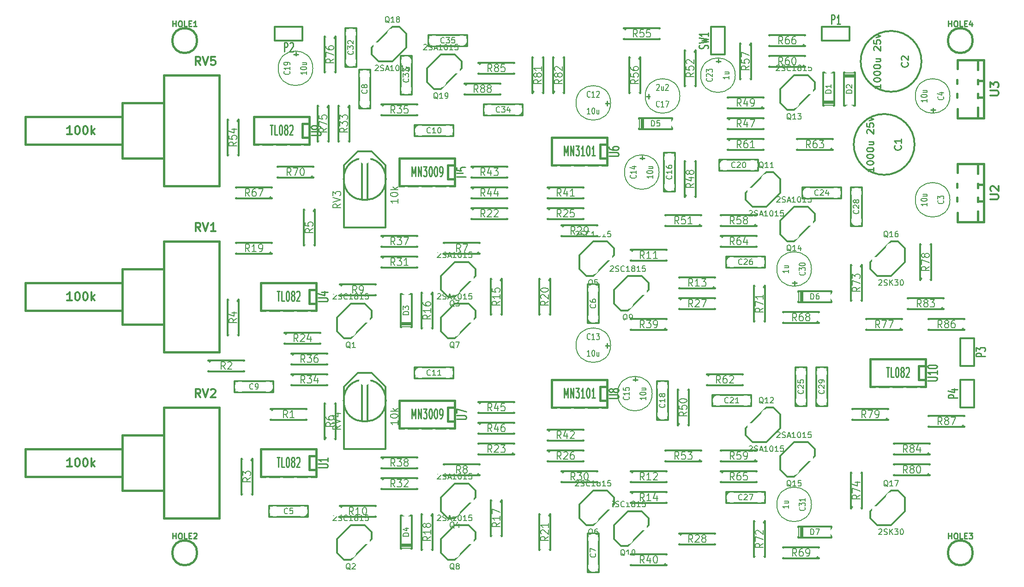
<source format=gto>
G04 #@! TF.GenerationSoftware,KiCad,Pcbnew,5.1.10-88a1d61d58~88~ubuntu20.10.1*
G04 #@! TF.CreationDate,2021-06-25T22:17:59+02:00*
G04 #@! TF.ProjectId,juno-chorus-clone,6a756e6f-2d63-4686-9f72-75732d636c6f,3*
G04 #@! TF.SameCoordinates,Original*
G04 #@! TF.FileFunction,Legend,Top*
G04 #@! TF.FilePolarity,Positive*
%FSLAX46Y46*%
G04 Gerber Fmt 4.6, Leading zero omitted, Abs format (unit mm)*
G04 Created by KiCad (PCBNEW 5.1.10-88a1d61d58~88~ubuntu20.10.1) date 2021-06-25 22:17:59*
%MOMM*%
%LPD*%
G01*
G04 APERTURE LIST*
%ADD10C,0.304800*%
%ADD11C,0.381000*%
%ADD12C,0.127000*%
%ADD13C,0.203200*%
%ADD14C,0.271780*%
%ADD15C,0.285750*%
%ADD16C,0.254000*%
%ADD17R,1.905000X1.905000*%
%ADD18C,1.905000*%
%ADD19C,2.395220*%
%ADD20R,2.240280X2.240280*%
%ADD21C,2.240280*%
%ADD22R,1.574800X2.286000*%
%ADD23O,1.574800X2.286000*%
%ADD24R,1.524000X1.524000*%
%ADD25C,2.032000*%
%ADD26O,3.500120X1.699260*%
%ADD27C,4.064000*%
G04 APERTURE END LIST*
D10*
X189230000Y-96520000D02*
X185420000Y-100330000D01*
X185420000Y-100330000D02*
X185420000Y-101600000D01*
X185420000Y-101600000D02*
X186690000Y-102870000D01*
X186690000Y-102870000D02*
X189230000Y-102870000D01*
X189230000Y-102870000D02*
X191770000Y-100330000D01*
X191770000Y-100330000D02*
X191770000Y-97790000D01*
X191770000Y-97790000D02*
X190500000Y-96520000D01*
X190500000Y-96520000D02*
X189230000Y-96520000D01*
X189230000Y-142240000D02*
X185420000Y-146050000D01*
X185420000Y-146050000D02*
X185420000Y-147320000D01*
X185420000Y-147320000D02*
X186690000Y-148590000D01*
X186690000Y-148590000D02*
X189230000Y-148590000D01*
X189230000Y-148590000D02*
X191770000Y-146050000D01*
X191770000Y-146050000D02*
X191770000Y-143510000D01*
X191770000Y-143510000D02*
X190500000Y-142240000D01*
X190500000Y-142240000D02*
X189230000Y-142240000D01*
X109220000Y-114300000D02*
X113030000Y-110490000D01*
X113030000Y-110490000D02*
X113030000Y-109220000D01*
X113030000Y-109220000D02*
X111760000Y-107950000D01*
X111760000Y-107950000D02*
X109220000Y-107950000D01*
X109220000Y-107950000D02*
X106680000Y-110490000D01*
X106680000Y-110490000D02*
X106680000Y-113030000D01*
X106680000Y-113030000D02*
X107950000Y-114300000D01*
X107950000Y-114300000D02*
X109220000Y-114300000D01*
X171450000Y-72390000D02*
X175260000Y-68580000D01*
X175260000Y-68580000D02*
X175260000Y-67310000D01*
X175260000Y-67310000D02*
X173990000Y-66040000D01*
X173990000Y-66040000D02*
X171450000Y-66040000D01*
X171450000Y-66040000D02*
X168910000Y-68580000D01*
X168910000Y-68580000D02*
X168910000Y-71120000D01*
X168910000Y-71120000D02*
X170180000Y-72390000D01*
X170180000Y-72390000D02*
X171450000Y-72390000D01*
X90170000Y-154940000D02*
X93980000Y-151130000D01*
X93980000Y-151130000D02*
X93980000Y-149860000D01*
X93980000Y-149860000D02*
X92710000Y-148590000D01*
X92710000Y-148590000D02*
X90170000Y-148590000D01*
X90170000Y-148590000D02*
X87630000Y-151130000D01*
X87630000Y-151130000D02*
X87630000Y-153670000D01*
X87630000Y-153670000D02*
X88900000Y-154940000D01*
X88900000Y-154940000D02*
X90170000Y-154940000D01*
X134620000Y-102870000D02*
X138430000Y-99060000D01*
X138430000Y-99060000D02*
X138430000Y-97790000D01*
X138430000Y-97790000D02*
X137160000Y-96520000D01*
X137160000Y-96520000D02*
X134620000Y-96520000D01*
X134620000Y-96520000D02*
X132080000Y-99060000D01*
X132080000Y-99060000D02*
X132080000Y-101600000D01*
X132080000Y-101600000D02*
X133350000Y-102870000D01*
X133350000Y-102870000D02*
X134620000Y-102870000D01*
X134620000Y-148590000D02*
X138430000Y-144780000D01*
X138430000Y-144780000D02*
X138430000Y-143510000D01*
X138430000Y-143510000D02*
X137160000Y-142240000D01*
X137160000Y-142240000D02*
X134620000Y-142240000D01*
X134620000Y-142240000D02*
X132080000Y-144780000D01*
X132080000Y-144780000D02*
X132080000Y-147320000D01*
X132080000Y-147320000D02*
X133350000Y-148590000D01*
X133350000Y-148590000D02*
X134620000Y-148590000D01*
X140970000Y-109220000D02*
X144780000Y-105410000D01*
X144780000Y-105410000D02*
X144780000Y-104140000D01*
X144780000Y-104140000D02*
X143510000Y-102870000D01*
X143510000Y-102870000D02*
X140970000Y-102870000D01*
X140970000Y-102870000D02*
X138430000Y-105410000D01*
X138430000Y-105410000D02*
X138430000Y-107950000D01*
X138430000Y-107950000D02*
X139700000Y-109220000D01*
X139700000Y-109220000D02*
X140970000Y-109220000D01*
X140970000Y-152400000D02*
X144780000Y-148590000D01*
X144780000Y-148590000D02*
X144780000Y-147320000D01*
X144780000Y-147320000D02*
X143510000Y-146050000D01*
X143510000Y-146050000D02*
X140970000Y-146050000D01*
X140970000Y-146050000D02*
X138430000Y-148590000D01*
X138430000Y-148590000D02*
X138430000Y-151130000D01*
X138430000Y-151130000D02*
X139700000Y-152400000D01*
X139700000Y-152400000D02*
X140970000Y-152400000D01*
X90170000Y-114300000D02*
X93980000Y-110490000D01*
X93980000Y-110490000D02*
X93980000Y-109220000D01*
X93980000Y-109220000D02*
X92710000Y-107950000D01*
X92710000Y-107950000D02*
X90170000Y-107950000D01*
X90170000Y-107950000D02*
X87630000Y-110490000D01*
X87630000Y-110490000D02*
X87630000Y-113030000D01*
X87630000Y-113030000D02*
X88900000Y-114300000D01*
X88900000Y-114300000D02*
X90170000Y-114300000D01*
X97790000Y-57150000D02*
X93980000Y-60960000D01*
X93980000Y-60960000D02*
X93980000Y-62230000D01*
X93980000Y-62230000D02*
X95250000Y-63500000D01*
X95250000Y-63500000D02*
X97790000Y-63500000D01*
X97790000Y-63500000D02*
X100330000Y-60960000D01*
X100330000Y-60960000D02*
X100330000Y-58420000D01*
X100330000Y-58420000D02*
X99060000Y-57150000D01*
X99060000Y-57150000D02*
X97790000Y-57150000D01*
X106680000Y-68580000D02*
X110490000Y-64770000D01*
X110490000Y-64770000D02*
X110490000Y-63500000D01*
X110490000Y-63500000D02*
X109220000Y-62230000D01*
X109220000Y-62230000D02*
X106680000Y-62230000D01*
X106680000Y-62230000D02*
X104140000Y-64770000D01*
X104140000Y-64770000D02*
X104140000Y-67310000D01*
X104140000Y-67310000D02*
X105410000Y-68580000D01*
X105410000Y-68580000D02*
X106680000Y-68580000D01*
X171450000Y-96520000D02*
X175260000Y-92710000D01*
X175260000Y-92710000D02*
X175260000Y-91440000D01*
X175260000Y-91440000D02*
X173990000Y-90170000D01*
X173990000Y-90170000D02*
X171450000Y-90170000D01*
X171450000Y-90170000D02*
X168910000Y-92710000D01*
X168910000Y-92710000D02*
X168910000Y-95250000D01*
X168910000Y-95250000D02*
X170180000Y-96520000D01*
X170180000Y-96520000D02*
X171450000Y-96520000D01*
X166370000Y-83820000D02*
X162560000Y-87630000D01*
X162560000Y-87630000D02*
X162560000Y-88900000D01*
X162560000Y-88900000D02*
X163830000Y-90170000D01*
X163830000Y-90170000D02*
X166370000Y-90170000D01*
X166370000Y-90170000D02*
X168910000Y-87630000D01*
X168910000Y-87630000D02*
X168910000Y-85090000D01*
X168910000Y-85090000D02*
X167640000Y-83820000D01*
X167640000Y-83820000D02*
X166370000Y-83820000D01*
X166370000Y-127000000D02*
X162560000Y-130810000D01*
X162560000Y-130810000D02*
X162560000Y-132080000D01*
X162560000Y-132080000D02*
X163830000Y-133350000D01*
X163830000Y-133350000D02*
X166370000Y-133350000D01*
X166370000Y-133350000D02*
X168910000Y-130810000D01*
X168910000Y-130810000D02*
X168910000Y-128270000D01*
X168910000Y-128270000D02*
X167640000Y-127000000D01*
X167640000Y-127000000D02*
X166370000Y-127000000D01*
X171450000Y-139700000D02*
X175260000Y-135890000D01*
X175260000Y-135890000D02*
X175260000Y-134620000D01*
X175260000Y-134620000D02*
X173990000Y-133350000D01*
X173990000Y-133350000D02*
X171450000Y-133350000D01*
X171450000Y-133350000D02*
X168910000Y-135890000D01*
X168910000Y-135890000D02*
X168910000Y-138430000D01*
X168910000Y-138430000D02*
X170180000Y-139700000D01*
X170180000Y-139700000D02*
X171450000Y-139700000D01*
X109220000Y-106680000D02*
X113030000Y-102870000D01*
X113030000Y-102870000D02*
X113030000Y-101600000D01*
X113030000Y-101600000D02*
X111760000Y-100330000D01*
X111760000Y-100330000D02*
X109220000Y-100330000D01*
X109220000Y-100330000D02*
X106680000Y-102870000D01*
X106680000Y-102870000D02*
X106680000Y-105410000D01*
X106680000Y-105410000D02*
X107950000Y-106680000D01*
X107950000Y-106680000D02*
X109220000Y-106680000D01*
X109220000Y-147320000D02*
X113030000Y-143510000D01*
X113030000Y-143510000D02*
X113030000Y-142240000D01*
X113030000Y-142240000D02*
X111760000Y-140970000D01*
X111760000Y-140970000D02*
X109220000Y-140970000D01*
X109220000Y-140970000D02*
X106680000Y-143510000D01*
X106680000Y-143510000D02*
X106680000Y-146050000D01*
X106680000Y-146050000D02*
X107950000Y-147320000D01*
X107950000Y-147320000D02*
X109220000Y-147320000D01*
X109220000Y-154940000D02*
X113030000Y-151130000D01*
X113030000Y-151130000D02*
X113030000Y-149860000D01*
X113030000Y-149860000D02*
X111760000Y-148590000D01*
X111760000Y-148590000D02*
X109220000Y-148590000D01*
X109220000Y-148590000D02*
X106680000Y-151130000D01*
X106680000Y-151130000D02*
X106680000Y-153670000D01*
X106680000Y-153670000D02*
X107950000Y-154940000D01*
X107950000Y-154940000D02*
X109220000Y-154940000D01*
X81280000Y-57150000D02*
X81280000Y-59690000D01*
X81280000Y-59690000D02*
X76200000Y-59690000D01*
X76200000Y-59690000D02*
X76200000Y-57150000D01*
X76200000Y-57150000D02*
X81280000Y-57150000D01*
X176530000Y-59690000D02*
X176530000Y-57150000D01*
X176530000Y-57150000D02*
X181610000Y-57150000D01*
X181610000Y-57150000D02*
X181610000Y-59690000D01*
X181610000Y-59690000D02*
X176530000Y-59690000D01*
X158750000Y-62230000D02*
X156210000Y-62230000D01*
X156210000Y-62230000D02*
X156210000Y-57150000D01*
X156210000Y-57150000D02*
X158750000Y-57150000D01*
X158750000Y-57150000D02*
X158750000Y-62230000D01*
X204470000Y-127000000D02*
X201930000Y-127000000D01*
X201930000Y-127000000D02*
X201930000Y-121920000D01*
X201930000Y-121920000D02*
X204470000Y-121920000D01*
X204470000Y-121920000D02*
X204470000Y-127000000D01*
X201930000Y-114300000D02*
X204470000Y-114300000D01*
X204470000Y-114300000D02*
X204470000Y-119380000D01*
X204470000Y-119380000D02*
X201930000Y-119380000D01*
X201930000Y-119380000D02*
X201930000Y-114300000D01*
D11*
X48260000Y-104140000D02*
X30480000Y-104140000D01*
X30480000Y-104140000D02*
X30480000Y-109220000D01*
X30480000Y-109220000D02*
X48260000Y-109220000D01*
X55880000Y-101600000D02*
X48260000Y-101600000D01*
X48260000Y-101600000D02*
X48260000Y-111760000D01*
X48260000Y-111760000D02*
X55880000Y-111760000D01*
X66040000Y-96520000D02*
X66040000Y-116840000D01*
X66040000Y-116840000D02*
X58420000Y-116840000D01*
X58420000Y-116840000D02*
X55880000Y-116840000D01*
X55880000Y-116840000D02*
X55880000Y-96520000D01*
X55880000Y-96520000D02*
X66040000Y-96520000D01*
X48260000Y-73660000D02*
X30480000Y-73660000D01*
X30480000Y-73660000D02*
X30480000Y-78740000D01*
X30480000Y-78740000D02*
X48260000Y-78740000D01*
X55880000Y-71120000D02*
X48260000Y-71120000D01*
X48260000Y-71120000D02*
X48260000Y-81280000D01*
X48260000Y-81280000D02*
X55880000Y-81280000D01*
X66040000Y-66040000D02*
X66040000Y-86360000D01*
X66040000Y-86360000D02*
X58420000Y-86360000D01*
X58420000Y-86360000D02*
X55880000Y-86360000D01*
X55880000Y-86360000D02*
X55880000Y-66040000D01*
X55880000Y-66040000D02*
X66040000Y-66040000D01*
X48260000Y-134620000D02*
X30480000Y-134620000D01*
X30480000Y-134620000D02*
X30480000Y-139700000D01*
X30480000Y-139700000D02*
X48260000Y-139700000D01*
X55880000Y-132080000D02*
X48260000Y-132080000D01*
X48260000Y-132080000D02*
X48260000Y-142240000D01*
X48260000Y-142240000D02*
X55880000Y-142240000D01*
X66040000Y-127000000D02*
X66040000Y-147320000D01*
X66040000Y-147320000D02*
X58420000Y-147320000D01*
X58420000Y-147320000D02*
X55880000Y-147320000D01*
X55880000Y-147320000D02*
X55880000Y-127000000D01*
X55880000Y-127000000D02*
X66040000Y-127000000D01*
X137160000Y-125730000D02*
X135890000Y-125730000D01*
X135890000Y-125730000D02*
X135890000Y-123190000D01*
X135890000Y-123190000D02*
X137160000Y-123190000D01*
X137160000Y-127000000D02*
X127000000Y-127000000D01*
X127000000Y-127000000D02*
X127000000Y-121920000D01*
X127000000Y-121920000D02*
X137160000Y-121920000D01*
X137160000Y-121920000D02*
X137160000Y-127000000D01*
X195580000Y-121920000D02*
X194310000Y-121920000D01*
X194310000Y-121920000D02*
X194310000Y-119380000D01*
X194310000Y-119380000D02*
X195580000Y-119380000D01*
X195580000Y-123190000D02*
X185420000Y-123190000D01*
X185420000Y-123190000D02*
X185420000Y-118110000D01*
X185420000Y-118110000D02*
X195580000Y-118110000D01*
X195580000Y-118110000D02*
X195580000Y-123190000D01*
X82550000Y-77470000D02*
X81280000Y-77470000D01*
X81280000Y-77470000D02*
X81280000Y-74930000D01*
X81280000Y-74930000D02*
X82550000Y-74930000D01*
X82550000Y-78740000D02*
X72390000Y-78740000D01*
X72390000Y-78740000D02*
X72390000Y-73660000D01*
X72390000Y-73660000D02*
X82550000Y-73660000D01*
X82550000Y-73660000D02*
X82550000Y-78740000D01*
X109220000Y-85090000D02*
X107950000Y-85090000D01*
X107950000Y-85090000D02*
X107950000Y-82550000D01*
X107950000Y-82550000D02*
X109220000Y-82550000D01*
X109220000Y-86360000D02*
X99060000Y-86360000D01*
X99060000Y-86360000D02*
X99060000Y-81280000D01*
X99060000Y-81280000D02*
X109220000Y-81280000D01*
X109220000Y-81280000D02*
X109220000Y-86360000D01*
X137160000Y-81280000D02*
X135890000Y-81280000D01*
X135890000Y-81280000D02*
X135890000Y-78740000D01*
X135890000Y-78740000D02*
X137160000Y-78740000D01*
X137160000Y-82550000D02*
X127000000Y-82550000D01*
X127000000Y-82550000D02*
X127000000Y-77470000D01*
X127000000Y-77470000D02*
X137160000Y-77470000D01*
X137160000Y-77470000D02*
X137160000Y-82550000D01*
X109220000Y-129540000D02*
X107950000Y-129540000D01*
X107950000Y-129540000D02*
X107950000Y-127000000D01*
X107950000Y-127000000D02*
X109220000Y-127000000D01*
X109220000Y-130810000D02*
X99060000Y-130810000D01*
X99060000Y-130810000D02*
X99060000Y-125730000D01*
X99060000Y-125730000D02*
X109220000Y-125730000D01*
X109220000Y-125730000D02*
X109220000Y-130810000D01*
X83820000Y-107950000D02*
X82550000Y-107950000D01*
X82550000Y-107950000D02*
X82550000Y-105410000D01*
X82550000Y-105410000D02*
X83820000Y-105410000D01*
X83820000Y-109220000D02*
X73660000Y-109220000D01*
X73660000Y-109220000D02*
X73660000Y-104140000D01*
X73660000Y-104140000D02*
X83820000Y-104140000D01*
X83820000Y-104140000D02*
X83820000Y-109220000D01*
X83820000Y-138430000D02*
X82550000Y-138430000D01*
X82550000Y-138430000D02*
X82550000Y-135890000D01*
X82550000Y-135890000D02*
X83820000Y-135890000D01*
X83820000Y-139700000D02*
X73660000Y-139700000D01*
X73660000Y-139700000D02*
X73660000Y-134620000D01*
X73660000Y-134620000D02*
X83820000Y-134620000D01*
X83820000Y-134620000D02*
X83820000Y-139700000D01*
D10*
X181610000Y-64770000D02*
X181610000Y-65532000D01*
X181610000Y-65532000D02*
X180594000Y-65532000D01*
X180594000Y-65532000D02*
X180594000Y-71628000D01*
X180594000Y-71628000D02*
X181610000Y-71628000D01*
X181610000Y-71628000D02*
X181610000Y-72390000D01*
X181610000Y-71628000D02*
X182626000Y-71628000D01*
X182626000Y-71628000D02*
X182626000Y-65532000D01*
X182626000Y-65532000D02*
X181610000Y-65532000D01*
X180594000Y-66040000D02*
X182626000Y-66040000D01*
X182626000Y-66294000D02*
X180594000Y-66294000D01*
X100330000Y-113030000D02*
X100330000Y-112268000D01*
X100330000Y-112268000D02*
X101346000Y-112268000D01*
X101346000Y-112268000D02*
X101346000Y-106172000D01*
X101346000Y-106172000D02*
X100330000Y-106172000D01*
X100330000Y-106172000D02*
X100330000Y-105410000D01*
X100330000Y-106172000D02*
X99314000Y-106172000D01*
X99314000Y-106172000D02*
X99314000Y-112268000D01*
X99314000Y-112268000D02*
X100330000Y-112268000D01*
X101346000Y-111760000D02*
X99314000Y-111760000D01*
X99314000Y-111506000D02*
X101346000Y-111506000D01*
X142240000Y-74930000D02*
X143002000Y-74930000D01*
X143002000Y-74930000D02*
X143002000Y-75946000D01*
X143002000Y-75946000D02*
X149098000Y-75946000D01*
X149098000Y-75946000D02*
X149098000Y-74930000D01*
X149098000Y-74930000D02*
X149860000Y-74930000D01*
X149098000Y-74930000D02*
X149098000Y-73914000D01*
X149098000Y-73914000D02*
X143002000Y-73914000D01*
X143002000Y-73914000D02*
X143002000Y-74930000D01*
X143510000Y-75946000D02*
X143510000Y-73914000D01*
X143764000Y-73914000D02*
X143764000Y-75946000D01*
X171450000Y-106680000D02*
X172212000Y-106680000D01*
X172212000Y-106680000D02*
X172212000Y-107696000D01*
X172212000Y-107696000D02*
X178308000Y-107696000D01*
X178308000Y-107696000D02*
X178308000Y-106680000D01*
X178308000Y-106680000D02*
X179070000Y-106680000D01*
X178308000Y-106680000D02*
X178308000Y-105664000D01*
X178308000Y-105664000D02*
X172212000Y-105664000D01*
X172212000Y-105664000D02*
X172212000Y-106680000D01*
X172720000Y-107696000D02*
X172720000Y-105664000D01*
X172974000Y-105664000D02*
X172974000Y-107696000D01*
X171450000Y-149860000D02*
X172212000Y-149860000D01*
X172212000Y-149860000D02*
X172212000Y-150876000D01*
X172212000Y-150876000D02*
X178308000Y-150876000D01*
X178308000Y-150876000D02*
X178308000Y-149860000D01*
X178308000Y-149860000D02*
X179070000Y-149860000D01*
X178308000Y-149860000D02*
X178308000Y-148844000D01*
X178308000Y-148844000D02*
X172212000Y-148844000D01*
X172212000Y-148844000D02*
X172212000Y-149860000D01*
X172720000Y-150876000D02*
X172720000Y-148844000D01*
X172974000Y-148844000D02*
X172974000Y-150876000D01*
X100330000Y-153670000D02*
X100330000Y-152908000D01*
X100330000Y-152908000D02*
X101346000Y-152908000D01*
X101346000Y-152908000D02*
X101346000Y-146812000D01*
X101346000Y-146812000D02*
X100330000Y-146812000D01*
X100330000Y-146812000D02*
X100330000Y-146050000D01*
X100330000Y-146812000D02*
X99314000Y-146812000D01*
X99314000Y-146812000D02*
X99314000Y-152908000D01*
X99314000Y-152908000D02*
X100330000Y-152908000D01*
X101346000Y-152400000D02*
X99314000Y-152400000D01*
X99314000Y-152146000D02*
X101346000Y-152146000D01*
X177800000Y-72390000D02*
X177800000Y-71628000D01*
X177800000Y-71628000D02*
X178816000Y-71628000D01*
X178816000Y-71628000D02*
X178816000Y-65532000D01*
X178816000Y-65532000D02*
X177800000Y-65532000D01*
X177800000Y-65532000D02*
X177800000Y-64770000D01*
X177800000Y-65532000D02*
X176784000Y-65532000D01*
X176784000Y-65532000D02*
X176784000Y-71628000D01*
X176784000Y-71628000D02*
X177800000Y-71628000D01*
X178816000Y-71120000D02*
X176784000Y-71120000D01*
X176784000Y-70866000D02*
X178816000Y-70866000D01*
X193536443Y-78740000D02*
G75*
G03*
X193536443Y-78740000I-5576443J0D01*
G01*
X194806443Y-63500000D02*
G75*
G03*
X194806443Y-63500000I-5576443J0D01*
G01*
X133604000Y-111506000D02*
X133604000Y-104394000D01*
X133604000Y-104394000D02*
X135636000Y-104394000D01*
X135636000Y-104394000D02*
X135636000Y-111506000D01*
X135636000Y-111506000D02*
X133604000Y-111506000D01*
X134112000Y-111506000D02*
X133604000Y-110998000D01*
X159004000Y-142494000D02*
X166116000Y-142494000D01*
X166116000Y-142494000D02*
X166116000Y-144526000D01*
X166116000Y-144526000D02*
X159004000Y-144526000D01*
X159004000Y-144526000D02*
X159004000Y-142494000D01*
X159004000Y-143002000D02*
X159512000Y-142494000D01*
X101346000Y-62484000D02*
X101346000Y-69596000D01*
X101346000Y-69596000D02*
X99314000Y-69596000D01*
X99314000Y-69596000D02*
X99314000Y-62484000D01*
X99314000Y-62484000D02*
X101346000Y-62484000D01*
X100838000Y-62484000D02*
X101346000Y-62992000D01*
X82296000Y-147066000D02*
X75184000Y-147066000D01*
X75184000Y-147066000D02*
X75184000Y-145034000D01*
X75184000Y-145034000D02*
X82296000Y-145034000D01*
X82296000Y-145034000D02*
X82296000Y-147066000D01*
X82296000Y-146558000D02*
X81788000Y-147066000D01*
X89154000Y-64516000D02*
X89154000Y-57404000D01*
X89154000Y-57404000D02*
X91186000Y-57404000D01*
X91186000Y-57404000D02*
X91186000Y-64516000D01*
X91186000Y-64516000D02*
X89154000Y-64516000D01*
X89662000Y-64516000D02*
X89154000Y-64008000D01*
X121666000Y-73406000D02*
X114554000Y-73406000D01*
X114554000Y-73406000D02*
X114554000Y-71374000D01*
X114554000Y-71374000D02*
X121666000Y-71374000D01*
X121666000Y-71374000D02*
X121666000Y-73406000D01*
X121666000Y-72898000D02*
X121158000Y-73406000D01*
X111506000Y-60706000D02*
X104394000Y-60706000D01*
X104394000Y-60706000D02*
X104394000Y-58674000D01*
X104394000Y-58674000D02*
X111506000Y-58674000D01*
X111506000Y-58674000D02*
X111506000Y-60706000D01*
X111506000Y-60198000D02*
X110998000Y-60706000D01*
X91694000Y-72136000D02*
X91694000Y-65024000D01*
X91694000Y-65024000D02*
X93726000Y-65024000D01*
X93726000Y-65024000D02*
X93726000Y-72136000D01*
X93726000Y-72136000D02*
X91694000Y-72136000D01*
X92202000Y-72136000D02*
X91694000Y-71628000D01*
X156464000Y-124714000D02*
X163576000Y-124714000D01*
X163576000Y-124714000D02*
X163576000Y-126746000D01*
X163576000Y-126746000D02*
X156464000Y-126746000D01*
X156464000Y-126746000D02*
X156464000Y-124714000D01*
X156464000Y-125222000D02*
X156972000Y-124714000D01*
X147574000Y-87376000D02*
X147574000Y-80264000D01*
X147574000Y-80264000D02*
X149606000Y-80264000D01*
X149606000Y-80264000D02*
X149606000Y-87376000D01*
X149606000Y-87376000D02*
X147574000Y-87376000D01*
X148082000Y-87376000D02*
X147574000Y-86868000D01*
X175514000Y-126746000D02*
X175514000Y-119634000D01*
X175514000Y-119634000D02*
X177546000Y-119634000D01*
X177546000Y-119634000D02*
X177546000Y-126746000D01*
X177546000Y-126746000D02*
X175514000Y-126746000D01*
X176022000Y-126746000D02*
X175514000Y-126238000D01*
X146304000Y-129286000D02*
X146304000Y-122174000D01*
X146304000Y-122174000D02*
X148336000Y-122174000D01*
X148336000Y-122174000D02*
X148336000Y-129286000D01*
X148336000Y-129286000D02*
X146304000Y-129286000D01*
X146812000Y-129286000D02*
X146304000Y-128778000D01*
X171704000Y-126746000D02*
X171704000Y-119634000D01*
X171704000Y-119634000D02*
X173736000Y-119634000D01*
X173736000Y-119634000D02*
X173736000Y-126746000D01*
X173736000Y-126746000D02*
X171704000Y-126746000D01*
X172212000Y-126746000D02*
X171704000Y-126238000D01*
X101854000Y-119634000D02*
X108966000Y-119634000D01*
X108966000Y-119634000D02*
X108966000Y-121666000D01*
X108966000Y-121666000D02*
X101854000Y-121666000D01*
X101854000Y-121666000D02*
X101854000Y-119634000D01*
X101854000Y-120142000D02*
X102362000Y-119634000D01*
X75946000Y-124206000D02*
X68834000Y-124206000D01*
X68834000Y-124206000D02*
X68834000Y-122174000D01*
X68834000Y-122174000D02*
X75946000Y-122174000D01*
X75946000Y-122174000D02*
X75946000Y-124206000D01*
X75946000Y-123698000D02*
X75438000Y-124206000D01*
X101854000Y-75184000D02*
X108966000Y-75184000D01*
X108966000Y-75184000D02*
X108966000Y-77216000D01*
X108966000Y-77216000D02*
X101854000Y-77216000D01*
X101854000Y-77216000D02*
X101854000Y-75184000D01*
X101854000Y-75692000D02*
X102362000Y-75184000D01*
X159004000Y-99314000D02*
X166116000Y-99314000D01*
X166116000Y-99314000D02*
X166116000Y-101346000D01*
X166116000Y-101346000D02*
X159004000Y-101346000D01*
X159004000Y-101346000D02*
X159004000Y-99314000D01*
X159004000Y-99822000D02*
X159512000Y-99314000D01*
X157734000Y-81534000D02*
X164846000Y-81534000D01*
X164846000Y-81534000D02*
X164846000Y-83566000D01*
X164846000Y-83566000D02*
X157734000Y-83566000D01*
X157734000Y-83566000D02*
X157734000Y-81534000D01*
X157734000Y-82042000D02*
X158242000Y-81534000D01*
X181864000Y-93726000D02*
X181864000Y-86614000D01*
X181864000Y-86614000D02*
X183896000Y-86614000D01*
X183896000Y-86614000D02*
X183896000Y-93726000D01*
X183896000Y-93726000D02*
X181864000Y-93726000D01*
X182372000Y-93726000D02*
X181864000Y-93218000D01*
X172974000Y-86614000D02*
X180086000Y-86614000D01*
X180086000Y-86614000D02*
X180086000Y-88646000D01*
X180086000Y-88646000D02*
X172974000Y-88646000D01*
X172974000Y-88646000D02*
X172974000Y-86614000D01*
X172974000Y-87122000D02*
X173482000Y-86614000D01*
X133604000Y-157226000D02*
X133604000Y-150114000D01*
X133604000Y-150114000D02*
X135636000Y-150114000D01*
X135636000Y-150114000D02*
X135636000Y-157226000D01*
X135636000Y-157226000D02*
X133604000Y-157226000D01*
X134112000Y-157226000D02*
X133604000Y-156718000D01*
D12*
X145415000Y-124460000D02*
G75*
G03*
X145415000Y-124460000I-3175000J0D01*
G01*
X137795000Y-71120000D02*
G75*
G03*
X137795000Y-71120000I-3175000J0D01*
G01*
X174625000Y-101600000D02*
G75*
G03*
X174625000Y-101600000I-3175000J0D01*
G01*
X146685000Y-83820000D02*
G75*
G03*
X146685000Y-83820000I-3175000J0D01*
G01*
X137795000Y-115570000D02*
G75*
G03*
X137795000Y-115570000I-3175000J0D01*
G01*
X200025000Y-69850000D02*
G75*
G03*
X200025000Y-69850000I-3175000J0D01*
G01*
X200025000Y-88900000D02*
G75*
G03*
X200025000Y-88900000I-3175000J0D01*
G01*
X174625000Y-144780000D02*
G75*
G03*
X174625000Y-144780000I-3175000J0D01*
G01*
X83185000Y-64770000D02*
G75*
G03*
X83185000Y-64770000I-3175000J0D01*
G01*
X160655000Y-66040000D02*
G75*
G03*
X160655000Y-66040000I-3175000J0D01*
G01*
D10*
X88900000Y-134620000D02*
X88900000Y-123190000D01*
X88900000Y-123190000D02*
X91440000Y-120650000D01*
X91440000Y-120650000D02*
X93980000Y-120650000D01*
X93980000Y-120650000D02*
X96520000Y-123190000D01*
X96520000Y-123190000D02*
X96520000Y-134620000D01*
X96520000Y-134620000D02*
X88900000Y-134620000D01*
X88900000Y-126238000D02*
X88900000Y-125095000D01*
X96520000Y-125349000D02*
X96520000Y-126238000D01*
X92202000Y-129540000D02*
X92202000Y-122047000D01*
X93218000Y-129540000D02*
X93218000Y-122047000D01*
X96572554Y-125730000D02*
G75*
G03*
X96572554Y-125730000I-3862554J0D01*
G01*
X88900000Y-93980000D02*
X88900000Y-82550000D01*
X88900000Y-82550000D02*
X91440000Y-80010000D01*
X91440000Y-80010000D02*
X93980000Y-80010000D01*
X93980000Y-80010000D02*
X96520000Y-82550000D01*
X96520000Y-82550000D02*
X96520000Y-93980000D01*
X96520000Y-93980000D02*
X88900000Y-93980000D01*
X88900000Y-85598000D02*
X88900000Y-84455000D01*
X96520000Y-84709000D02*
X96520000Y-85598000D01*
X92202000Y-88900000D02*
X92202000Y-81407000D01*
X93218000Y-88900000D02*
X93218000Y-81407000D01*
X96572554Y-85090000D02*
G75*
G03*
X96572554Y-85090000I-3862554J0D01*
G01*
D12*
X150495000Y-69850000D02*
G75*
G03*
X150495000Y-69850000I-3175000J0D01*
G01*
D10*
X165100000Y-135890000D02*
X164592000Y-135890000D01*
X157480000Y-135890000D02*
X157988000Y-135890000D01*
X157988000Y-135890000D02*
X157988000Y-136906000D01*
X157988000Y-136906000D02*
X164592000Y-136906000D01*
X164592000Y-136906000D02*
X164592000Y-134874000D01*
X164592000Y-134874000D02*
X157988000Y-134874000D01*
X157988000Y-134874000D02*
X157988000Y-135890000D01*
X164592000Y-136398000D02*
X164084000Y-136906000D01*
X148590000Y-154940000D02*
X148082000Y-154940000D01*
X140970000Y-154940000D02*
X141478000Y-154940000D01*
X141478000Y-154940000D02*
X141478000Y-155956000D01*
X141478000Y-155956000D02*
X148082000Y-155956000D01*
X148082000Y-155956000D02*
X148082000Y-153924000D01*
X148082000Y-153924000D02*
X141478000Y-153924000D01*
X141478000Y-153924000D02*
X141478000Y-154940000D01*
X148082000Y-155448000D02*
X147574000Y-155956000D01*
X95250000Y-137160000D02*
X95758000Y-137160000D01*
X102870000Y-137160000D02*
X102362000Y-137160000D01*
X102362000Y-137160000D02*
X102362000Y-136144000D01*
X102362000Y-136144000D02*
X95758000Y-136144000D01*
X95758000Y-136144000D02*
X95758000Y-138176000D01*
X95758000Y-138176000D02*
X102362000Y-138176000D01*
X102362000Y-138176000D02*
X102362000Y-137160000D01*
X95758000Y-136652000D02*
X96266000Y-136144000D01*
X95250000Y-140970000D02*
X95758000Y-140970000D01*
X102870000Y-140970000D02*
X102362000Y-140970000D01*
X102362000Y-140970000D02*
X102362000Y-139954000D01*
X102362000Y-139954000D02*
X95758000Y-139954000D01*
X95758000Y-139954000D02*
X95758000Y-141986000D01*
X95758000Y-141986000D02*
X102362000Y-141986000D01*
X102362000Y-141986000D02*
X102362000Y-140970000D01*
X95758000Y-140462000D02*
X96266000Y-139954000D01*
X78740000Y-121920000D02*
X79248000Y-121920000D01*
X86360000Y-121920000D02*
X85852000Y-121920000D01*
X85852000Y-121920000D02*
X85852000Y-120904000D01*
X85852000Y-120904000D02*
X79248000Y-120904000D01*
X79248000Y-120904000D02*
X79248000Y-122936000D01*
X79248000Y-122936000D02*
X85852000Y-122936000D01*
X85852000Y-122936000D02*
X85852000Y-121920000D01*
X79248000Y-121412000D02*
X79756000Y-120904000D01*
X78740000Y-118110000D02*
X79248000Y-118110000D01*
X86360000Y-118110000D02*
X85852000Y-118110000D01*
X85852000Y-118110000D02*
X85852000Y-117094000D01*
X85852000Y-117094000D02*
X79248000Y-117094000D01*
X79248000Y-117094000D02*
X79248000Y-119126000D01*
X79248000Y-119126000D02*
X85852000Y-119126000D01*
X85852000Y-119126000D02*
X85852000Y-118110000D01*
X79248000Y-117602000D02*
X79756000Y-117094000D01*
X182880000Y-146050000D02*
X182880000Y-145542000D01*
X182880000Y-138430000D02*
X182880000Y-138938000D01*
X182880000Y-138938000D02*
X181864000Y-138938000D01*
X181864000Y-138938000D02*
X181864000Y-145542000D01*
X181864000Y-145542000D02*
X183896000Y-145542000D01*
X183896000Y-145542000D02*
X183896000Y-138938000D01*
X183896000Y-138938000D02*
X182880000Y-138938000D01*
X182372000Y-145542000D02*
X181864000Y-145034000D01*
X154940000Y-121920000D02*
X155448000Y-121920000D01*
X162560000Y-121920000D02*
X162052000Y-121920000D01*
X162052000Y-121920000D02*
X162052000Y-120904000D01*
X162052000Y-120904000D02*
X155448000Y-120904000D01*
X155448000Y-120904000D02*
X155448000Y-122936000D01*
X155448000Y-122936000D02*
X162052000Y-122936000D01*
X162052000Y-122936000D02*
X162052000Y-121920000D01*
X155448000Y-121412000D02*
X155956000Y-120904000D01*
X165100000Y-147320000D02*
X165100000Y-147828000D01*
X165100000Y-154940000D02*
X165100000Y-154432000D01*
X165100000Y-154432000D02*
X166116000Y-154432000D01*
X166116000Y-154432000D02*
X166116000Y-147828000D01*
X166116000Y-147828000D02*
X164084000Y-147828000D01*
X164084000Y-147828000D02*
X164084000Y-154432000D01*
X164084000Y-154432000D02*
X165100000Y-154432000D01*
X165608000Y-147828000D02*
X166116000Y-148336000D01*
X176530000Y-153670000D02*
X176022000Y-153670000D01*
X168910000Y-153670000D02*
X169418000Y-153670000D01*
X169418000Y-153670000D02*
X169418000Y-154686000D01*
X169418000Y-154686000D02*
X176022000Y-154686000D01*
X176022000Y-154686000D02*
X176022000Y-152654000D01*
X176022000Y-152654000D02*
X169418000Y-152654000D01*
X169418000Y-152654000D02*
X169418000Y-153670000D01*
X176022000Y-154178000D02*
X175514000Y-154686000D01*
X157480000Y-139700000D02*
X157988000Y-139700000D01*
X165100000Y-139700000D02*
X164592000Y-139700000D01*
X164592000Y-139700000D02*
X164592000Y-138684000D01*
X164592000Y-138684000D02*
X157988000Y-138684000D01*
X157988000Y-138684000D02*
X157988000Y-140716000D01*
X157988000Y-140716000D02*
X164592000Y-140716000D01*
X164592000Y-140716000D02*
X164592000Y-139700000D01*
X157988000Y-139192000D02*
X158496000Y-138684000D01*
X125730000Y-132080000D02*
X126238000Y-132080000D01*
X133350000Y-132080000D02*
X132842000Y-132080000D01*
X132842000Y-132080000D02*
X132842000Y-131064000D01*
X132842000Y-131064000D02*
X126238000Y-131064000D01*
X126238000Y-131064000D02*
X126238000Y-133096000D01*
X126238000Y-133096000D02*
X132842000Y-133096000D01*
X132842000Y-133096000D02*
X132842000Y-132080000D01*
X126238000Y-131572000D02*
X126746000Y-131064000D01*
X154940000Y-135890000D02*
X154432000Y-135890000D01*
X147320000Y-135890000D02*
X147828000Y-135890000D01*
X147828000Y-135890000D02*
X147828000Y-136906000D01*
X147828000Y-136906000D02*
X154432000Y-136906000D01*
X154432000Y-136906000D02*
X154432000Y-134874000D01*
X154432000Y-134874000D02*
X147828000Y-134874000D01*
X147828000Y-134874000D02*
X147828000Y-135890000D01*
X154432000Y-136398000D02*
X153924000Y-136906000D01*
X151130000Y-130810000D02*
X151130000Y-130302000D01*
X151130000Y-123190000D02*
X151130000Y-123698000D01*
X151130000Y-123698000D02*
X150114000Y-123698000D01*
X150114000Y-123698000D02*
X150114000Y-130302000D01*
X150114000Y-130302000D02*
X152146000Y-130302000D01*
X152146000Y-130302000D02*
X152146000Y-123698000D01*
X152146000Y-123698000D02*
X151130000Y-123698000D01*
X150622000Y-130302000D02*
X150114000Y-129794000D01*
X113030000Y-130810000D02*
X113538000Y-130810000D01*
X120650000Y-130810000D02*
X120142000Y-130810000D01*
X120142000Y-130810000D02*
X120142000Y-129794000D01*
X120142000Y-129794000D02*
X113538000Y-129794000D01*
X113538000Y-129794000D02*
X113538000Y-131826000D01*
X113538000Y-131826000D02*
X120142000Y-131826000D01*
X120142000Y-131826000D02*
X120142000Y-130810000D01*
X113538000Y-130302000D02*
X114046000Y-129794000D01*
X113030000Y-127000000D02*
X113538000Y-127000000D01*
X120650000Y-127000000D02*
X120142000Y-127000000D01*
X120142000Y-127000000D02*
X120142000Y-125984000D01*
X120142000Y-125984000D02*
X113538000Y-125984000D01*
X113538000Y-125984000D02*
X113538000Y-128016000D01*
X113538000Y-128016000D02*
X120142000Y-128016000D01*
X120142000Y-128016000D02*
X120142000Y-127000000D01*
X113538000Y-126492000D02*
X114046000Y-125984000D01*
X196850000Y-134620000D02*
X196342000Y-134620000D01*
X189230000Y-134620000D02*
X189738000Y-134620000D01*
X189738000Y-134620000D02*
X189738000Y-135636000D01*
X189738000Y-135636000D02*
X196342000Y-135636000D01*
X196342000Y-135636000D02*
X196342000Y-133604000D01*
X196342000Y-133604000D02*
X189738000Y-133604000D01*
X189738000Y-133604000D02*
X189738000Y-134620000D01*
X196342000Y-135128000D02*
X195834000Y-135636000D01*
X189230000Y-128270000D02*
X188722000Y-128270000D01*
X181610000Y-128270000D02*
X182118000Y-128270000D01*
X182118000Y-128270000D02*
X182118000Y-129286000D01*
X182118000Y-129286000D02*
X188722000Y-129286000D01*
X188722000Y-129286000D02*
X188722000Y-127254000D01*
X188722000Y-127254000D02*
X182118000Y-127254000D01*
X182118000Y-127254000D02*
X182118000Y-128270000D01*
X188722000Y-128778000D02*
X188214000Y-129286000D01*
X196850000Y-138430000D02*
X196342000Y-138430000D01*
X189230000Y-138430000D02*
X189738000Y-138430000D01*
X189738000Y-138430000D02*
X189738000Y-139446000D01*
X189738000Y-139446000D02*
X196342000Y-139446000D01*
X196342000Y-139446000D02*
X196342000Y-137414000D01*
X196342000Y-137414000D02*
X189738000Y-137414000D01*
X189738000Y-137414000D02*
X189738000Y-138430000D01*
X196342000Y-138938000D02*
X195834000Y-139446000D01*
X203200000Y-129540000D02*
X202692000Y-129540000D01*
X195580000Y-129540000D02*
X196088000Y-129540000D01*
X196088000Y-129540000D02*
X196088000Y-130556000D01*
X196088000Y-130556000D02*
X202692000Y-130556000D01*
X202692000Y-130556000D02*
X202692000Y-128524000D01*
X202692000Y-128524000D02*
X196088000Y-128524000D01*
X196088000Y-128524000D02*
X196088000Y-129540000D01*
X202692000Y-130048000D02*
X202184000Y-130556000D01*
X140970000Y-99060000D02*
X141478000Y-99060000D01*
X148590000Y-99060000D02*
X148082000Y-99060000D01*
X148082000Y-99060000D02*
X148082000Y-98044000D01*
X148082000Y-98044000D02*
X141478000Y-98044000D01*
X141478000Y-98044000D02*
X141478000Y-100076000D01*
X141478000Y-100076000D02*
X148082000Y-100076000D01*
X148082000Y-100076000D02*
X148082000Y-99060000D01*
X141478000Y-98552000D02*
X141986000Y-98044000D01*
X157480000Y-104140000D02*
X156972000Y-104140000D01*
X149860000Y-104140000D02*
X150368000Y-104140000D01*
X150368000Y-104140000D02*
X150368000Y-105156000D01*
X150368000Y-105156000D02*
X156972000Y-105156000D01*
X156972000Y-105156000D02*
X156972000Y-103124000D01*
X156972000Y-103124000D02*
X150368000Y-103124000D01*
X150368000Y-103124000D02*
X150368000Y-104140000D01*
X156972000Y-104648000D02*
X156464000Y-105156000D01*
X140970000Y-143510000D02*
X141478000Y-143510000D01*
X148590000Y-143510000D02*
X148082000Y-143510000D01*
X148082000Y-143510000D02*
X148082000Y-142494000D01*
X148082000Y-142494000D02*
X141478000Y-142494000D01*
X141478000Y-142494000D02*
X141478000Y-144526000D01*
X141478000Y-144526000D02*
X148082000Y-144526000D01*
X148082000Y-144526000D02*
X148082000Y-143510000D01*
X141478000Y-143002000D02*
X141986000Y-142494000D01*
X158750000Y-74930000D02*
X159258000Y-74930000D01*
X166370000Y-74930000D02*
X165862000Y-74930000D01*
X165862000Y-74930000D02*
X165862000Y-73914000D01*
X165862000Y-73914000D02*
X159258000Y-73914000D01*
X159258000Y-73914000D02*
X159258000Y-75946000D01*
X159258000Y-75946000D02*
X165862000Y-75946000D01*
X165862000Y-75946000D02*
X165862000Y-74930000D01*
X159258000Y-74422000D02*
X159766000Y-73914000D01*
X166370000Y-71120000D02*
X165862000Y-71120000D01*
X158750000Y-71120000D02*
X159258000Y-71120000D01*
X159258000Y-71120000D02*
X159258000Y-72136000D01*
X159258000Y-72136000D02*
X165862000Y-72136000D01*
X165862000Y-72136000D02*
X165862000Y-70104000D01*
X165862000Y-70104000D02*
X159258000Y-70104000D01*
X159258000Y-70104000D02*
X159258000Y-71120000D01*
X165862000Y-71628000D02*
X165354000Y-72136000D01*
X152400000Y-60960000D02*
X152400000Y-61468000D01*
X152400000Y-68580000D02*
X152400000Y-68072000D01*
X152400000Y-68072000D02*
X153416000Y-68072000D01*
X153416000Y-68072000D02*
X153416000Y-61468000D01*
X153416000Y-61468000D02*
X151384000Y-61468000D01*
X151384000Y-61468000D02*
X151384000Y-68072000D01*
X151384000Y-68072000D02*
X152400000Y-68072000D01*
X152908000Y-61468000D02*
X153416000Y-61976000D01*
X142240000Y-62230000D02*
X142240000Y-62738000D01*
X142240000Y-69850000D02*
X142240000Y-69342000D01*
X142240000Y-69342000D02*
X143256000Y-69342000D01*
X143256000Y-69342000D02*
X143256000Y-62738000D01*
X143256000Y-62738000D02*
X141224000Y-62738000D01*
X141224000Y-62738000D02*
X141224000Y-69342000D01*
X141224000Y-69342000D02*
X142240000Y-69342000D01*
X142748000Y-62738000D02*
X143256000Y-63246000D01*
X139700000Y-58420000D02*
X140208000Y-58420000D01*
X147320000Y-58420000D02*
X146812000Y-58420000D01*
X146812000Y-58420000D02*
X146812000Y-57404000D01*
X146812000Y-57404000D02*
X140208000Y-57404000D01*
X140208000Y-57404000D02*
X140208000Y-59436000D01*
X140208000Y-59436000D02*
X146812000Y-59436000D01*
X146812000Y-59436000D02*
X146812000Y-58420000D01*
X140208000Y-57912000D02*
X140716000Y-57404000D01*
X162560000Y-59690000D02*
X162560000Y-60198000D01*
X162560000Y-67310000D02*
X162560000Y-66802000D01*
X162560000Y-66802000D02*
X163576000Y-66802000D01*
X163576000Y-66802000D02*
X163576000Y-60198000D01*
X163576000Y-60198000D02*
X161544000Y-60198000D01*
X161544000Y-60198000D02*
X161544000Y-66802000D01*
X161544000Y-66802000D02*
X162560000Y-66802000D01*
X163068000Y-60198000D02*
X163576000Y-60706000D01*
X173990000Y-63500000D02*
X173482000Y-63500000D01*
X166370000Y-63500000D02*
X166878000Y-63500000D01*
X166878000Y-63500000D02*
X166878000Y-64516000D01*
X166878000Y-64516000D02*
X173482000Y-64516000D01*
X173482000Y-64516000D02*
X173482000Y-62484000D01*
X173482000Y-62484000D02*
X166878000Y-62484000D01*
X166878000Y-62484000D02*
X166878000Y-63500000D01*
X173482000Y-64008000D02*
X172974000Y-64516000D01*
X179070000Y-78740000D02*
X178562000Y-78740000D01*
X171450000Y-78740000D02*
X171958000Y-78740000D01*
X171958000Y-78740000D02*
X171958000Y-79756000D01*
X171958000Y-79756000D02*
X178562000Y-79756000D01*
X178562000Y-79756000D02*
X178562000Y-77724000D01*
X178562000Y-77724000D02*
X171958000Y-77724000D01*
X171958000Y-77724000D02*
X171958000Y-78740000D01*
X178562000Y-79248000D02*
X178054000Y-79756000D01*
X173990000Y-59690000D02*
X173482000Y-59690000D01*
X166370000Y-59690000D02*
X166878000Y-59690000D01*
X166878000Y-59690000D02*
X166878000Y-60706000D01*
X166878000Y-60706000D02*
X173482000Y-60706000D01*
X173482000Y-60706000D02*
X173482000Y-58674000D01*
X173482000Y-58674000D02*
X166878000Y-58674000D01*
X166878000Y-58674000D02*
X166878000Y-59690000D01*
X173482000Y-60198000D02*
X172974000Y-60706000D01*
X140970000Y-139700000D02*
X141478000Y-139700000D01*
X148590000Y-139700000D02*
X148082000Y-139700000D01*
X148082000Y-139700000D02*
X148082000Y-138684000D01*
X148082000Y-138684000D02*
X141478000Y-138684000D01*
X141478000Y-138684000D02*
X141478000Y-140716000D01*
X141478000Y-140716000D02*
X148082000Y-140716000D01*
X148082000Y-140716000D02*
X148082000Y-139700000D01*
X141478000Y-139192000D02*
X141986000Y-138684000D01*
X82550000Y-90170000D02*
X82550000Y-90678000D01*
X82550000Y-97790000D02*
X82550000Y-97282000D01*
X82550000Y-97282000D02*
X83566000Y-97282000D01*
X83566000Y-97282000D02*
X83566000Y-90678000D01*
X83566000Y-90678000D02*
X81534000Y-90678000D01*
X81534000Y-90678000D02*
X81534000Y-97282000D01*
X81534000Y-97282000D02*
X82550000Y-97282000D01*
X83058000Y-90678000D02*
X83566000Y-91186000D01*
X86360000Y-133350000D02*
X86360000Y-132842000D01*
X86360000Y-125730000D02*
X86360000Y-126238000D01*
X86360000Y-126238000D02*
X85344000Y-126238000D01*
X85344000Y-126238000D02*
X85344000Y-132842000D01*
X85344000Y-132842000D02*
X87376000Y-132842000D01*
X87376000Y-132842000D02*
X87376000Y-126238000D01*
X87376000Y-126238000D02*
X86360000Y-126238000D01*
X85852000Y-132842000D02*
X85344000Y-132334000D01*
X87630000Y-146050000D02*
X88138000Y-146050000D01*
X95250000Y-146050000D02*
X94742000Y-146050000D01*
X94742000Y-146050000D02*
X94742000Y-145034000D01*
X94742000Y-145034000D02*
X88138000Y-145034000D01*
X88138000Y-145034000D02*
X88138000Y-147066000D01*
X88138000Y-147066000D02*
X94742000Y-147066000D01*
X94742000Y-147066000D02*
X94742000Y-146050000D01*
X88138000Y-145542000D02*
X88646000Y-145034000D01*
X128270000Y-139700000D02*
X128778000Y-139700000D01*
X135890000Y-139700000D02*
X135382000Y-139700000D01*
X135382000Y-139700000D02*
X135382000Y-138684000D01*
X135382000Y-138684000D02*
X128778000Y-138684000D01*
X128778000Y-138684000D02*
X128778000Y-140716000D01*
X128778000Y-140716000D02*
X135382000Y-140716000D01*
X135382000Y-140716000D02*
X135382000Y-139700000D01*
X128778000Y-139192000D02*
X129286000Y-138684000D01*
X149860000Y-151130000D02*
X150368000Y-151130000D01*
X157480000Y-151130000D02*
X156972000Y-151130000D01*
X156972000Y-151130000D02*
X156972000Y-150114000D01*
X156972000Y-150114000D02*
X150368000Y-150114000D01*
X150368000Y-150114000D02*
X150368000Y-152146000D01*
X150368000Y-152146000D02*
X156972000Y-152146000D01*
X156972000Y-152146000D02*
X156972000Y-151130000D01*
X150368000Y-150622000D02*
X150876000Y-150114000D01*
X125730000Y-146050000D02*
X125730000Y-146558000D01*
X125730000Y-153670000D02*
X125730000Y-153162000D01*
X125730000Y-153162000D02*
X126746000Y-153162000D01*
X126746000Y-153162000D02*
X126746000Y-146558000D01*
X126746000Y-146558000D02*
X124714000Y-146558000D01*
X124714000Y-146558000D02*
X124714000Y-153162000D01*
X124714000Y-153162000D02*
X125730000Y-153162000D01*
X126238000Y-146558000D02*
X126746000Y-147066000D01*
X125730000Y-135890000D02*
X126238000Y-135890000D01*
X133350000Y-135890000D02*
X132842000Y-135890000D01*
X132842000Y-135890000D02*
X132842000Y-134874000D01*
X132842000Y-134874000D02*
X126238000Y-134874000D01*
X126238000Y-134874000D02*
X126238000Y-136906000D01*
X126238000Y-136906000D02*
X132842000Y-136906000D01*
X132842000Y-136906000D02*
X132842000Y-135890000D01*
X126238000Y-135382000D02*
X126746000Y-134874000D01*
X114300000Y-138430000D02*
X113792000Y-138430000D01*
X106680000Y-138430000D02*
X107188000Y-138430000D01*
X107188000Y-138430000D02*
X107188000Y-139446000D01*
X107188000Y-139446000D02*
X113792000Y-139446000D01*
X113792000Y-139446000D02*
X113792000Y-137414000D01*
X113792000Y-137414000D02*
X107188000Y-137414000D01*
X107188000Y-137414000D02*
X107188000Y-138430000D01*
X113792000Y-138938000D02*
X113284000Y-139446000D01*
X120650000Y-134620000D02*
X120142000Y-134620000D01*
X113030000Y-134620000D02*
X113538000Y-134620000D01*
X113538000Y-134620000D02*
X113538000Y-135636000D01*
X113538000Y-135636000D02*
X120142000Y-135636000D01*
X120142000Y-135636000D02*
X120142000Y-133604000D01*
X120142000Y-133604000D02*
X113538000Y-133604000D01*
X113538000Y-133604000D02*
X113538000Y-134620000D01*
X120142000Y-135128000D02*
X119634000Y-135636000D01*
X116840000Y-143510000D02*
X116840000Y-144018000D01*
X116840000Y-151130000D02*
X116840000Y-150622000D01*
X116840000Y-150622000D02*
X117856000Y-150622000D01*
X117856000Y-150622000D02*
X117856000Y-144018000D01*
X117856000Y-144018000D02*
X115824000Y-144018000D01*
X115824000Y-144018000D02*
X115824000Y-150622000D01*
X115824000Y-150622000D02*
X116840000Y-150622000D01*
X117348000Y-144018000D02*
X117856000Y-144526000D01*
X104140000Y-146050000D02*
X104140000Y-146558000D01*
X104140000Y-153670000D02*
X104140000Y-153162000D01*
X104140000Y-153162000D02*
X105156000Y-153162000D01*
X105156000Y-153162000D02*
X105156000Y-146558000D01*
X105156000Y-146558000D02*
X103124000Y-146558000D01*
X103124000Y-146558000D02*
X103124000Y-153162000D01*
X103124000Y-153162000D02*
X104140000Y-153162000D01*
X104648000Y-146558000D02*
X105156000Y-147066000D01*
X128270000Y-69850000D02*
X128270000Y-69342000D01*
X128270000Y-62230000D02*
X128270000Y-62738000D01*
X128270000Y-62738000D02*
X127254000Y-62738000D01*
X127254000Y-62738000D02*
X127254000Y-69342000D01*
X127254000Y-69342000D02*
X129286000Y-69342000D01*
X129286000Y-69342000D02*
X129286000Y-62738000D01*
X129286000Y-62738000D02*
X128270000Y-62738000D01*
X127762000Y-69342000D02*
X127254000Y-68834000D01*
X152400000Y-88900000D02*
X152400000Y-88392000D01*
X152400000Y-81280000D02*
X152400000Y-81788000D01*
X152400000Y-81788000D02*
X151384000Y-81788000D01*
X151384000Y-81788000D02*
X151384000Y-88392000D01*
X151384000Y-88392000D02*
X153416000Y-88392000D01*
X153416000Y-88392000D02*
X153416000Y-81788000D01*
X153416000Y-81788000D02*
X152400000Y-81788000D01*
X151892000Y-88392000D02*
X151384000Y-87884000D01*
X111760000Y-87630000D02*
X112268000Y-87630000D01*
X119380000Y-87630000D02*
X118872000Y-87630000D01*
X118872000Y-87630000D02*
X118872000Y-86614000D01*
X118872000Y-86614000D02*
X112268000Y-86614000D01*
X112268000Y-86614000D02*
X112268000Y-88646000D01*
X112268000Y-88646000D02*
X118872000Y-88646000D01*
X118872000Y-88646000D02*
X118872000Y-87630000D01*
X112268000Y-87122000D02*
X112776000Y-86614000D01*
X111760000Y-83820000D02*
X112268000Y-83820000D01*
X119380000Y-83820000D02*
X118872000Y-83820000D01*
X118872000Y-83820000D02*
X118872000Y-82804000D01*
X118872000Y-82804000D02*
X112268000Y-82804000D01*
X112268000Y-82804000D02*
X112268000Y-84836000D01*
X112268000Y-84836000D02*
X118872000Y-84836000D01*
X118872000Y-84836000D02*
X118872000Y-83820000D01*
X112268000Y-83312000D02*
X112776000Y-82804000D01*
X199390000Y-107950000D02*
X198882000Y-107950000D01*
X191770000Y-107950000D02*
X192278000Y-107950000D01*
X192278000Y-107950000D02*
X192278000Y-108966000D01*
X192278000Y-108966000D02*
X198882000Y-108966000D01*
X198882000Y-108966000D02*
X198882000Y-106934000D01*
X198882000Y-106934000D02*
X192278000Y-106934000D01*
X192278000Y-106934000D02*
X192278000Y-107950000D01*
X198882000Y-108458000D02*
X198374000Y-108966000D01*
X191770000Y-111760000D02*
X191262000Y-111760000D01*
X184150000Y-111760000D02*
X184658000Y-111760000D01*
X184658000Y-111760000D02*
X184658000Y-112776000D01*
X184658000Y-112776000D02*
X191262000Y-112776000D01*
X191262000Y-112776000D02*
X191262000Y-110744000D01*
X191262000Y-110744000D02*
X184658000Y-110744000D01*
X184658000Y-110744000D02*
X184658000Y-111760000D01*
X191262000Y-112268000D02*
X190754000Y-112776000D01*
X195580000Y-104140000D02*
X195580000Y-103632000D01*
X195580000Y-96520000D02*
X195580000Y-97028000D01*
X195580000Y-97028000D02*
X194564000Y-97028000D01*
X194564000Y-97028000D02*
X194564000Y-103632000D01*
X194564000Y-103632000D02*
X196596000Y-103632000D01*
X196596000Y-103632000D02*
X196596000Y-97028000D01*
X196596000Y-97028000D02*
X195580000Y-97028000D01*
X195072000Y-103632000D02*
X194564000Y-103124000D01*
X203200000Y-111760000D02*
X202692000Y-111760000D01*
X195580000Y-111760000D02*
X196088000Y-111760000D01*
X196088000Y-111760000D02*
X196088000Y-112776000D01*
X196088000Y-112776000D02*
X202692000Y-112776000D01*
X202692000Y-112776000D02*
X202692000Y-110744000D01*
X202692000Y-110744000D02*
X196088000Y-110744000D01*
X196088000Y-110744000D02*
X196088000Y-111760000D01*
X202692000Y-112268000D02*
X202184000Y-112776000D01*
X124460000Y-69850000D02*
X124460000Y-69342000D01*
X124460000Y-62230000D02*
X124460000Y-62738000D01*
X124460000Y-62738000D02*
X123444000Y-62738000D01*
X123444000Y-62738000D02*
X123444000Y-69342000D01*
X123444000Y-69342000D02*
X125476000Y-69342000D01*
X125476000Y-69342000D02*
X125476000Y-62738000D01*
X125476000Y-62738000D02*
X124460000Y-62738000D01*
X123952000Y-69342000D02*
X123444000Y-68834000D01*
X110490000Y-68580000D02*
X110998000Y-68580000D01*
X118110000Y-68580000D02*
X117602000Y-68580000D01*
X117602000Y-68580000D02*
X117602000Y-67564000D01*
X117602000Y-67564000D02*
X110998000Y-67564000D01*
X110998000Y-67564000D02*
X110998000Y-69596000D01*
X110998000Y-69596000D02*
X117602000Y-69596000D01*
X117602000Y-69596000D02*
X117602000Y-68580000D01*
X110998000Y-68072000D02*
X111506000Y-67564000D01*
X113030000Y-64770000D02*
X113538000Y-64770000D01*
X120650000Y-64770000D02*
X120142000Y-64770000D01*
X120142000Y-64770000D02*
X120142000Y-63754000D01*
X120142000Y-63754000D02*
X113538000Y-63754000D01*
X113538000Y-63754000D02*
X113538000Y-65786000D01*
X113538000Y-65786000D02*
X120142000Y-65786000D01*
X120142000Y-65786000D02*
X120142000Y-64770000D01*
X113538000Y-64262000D02*
X114046000Y-63754000D01*
X154940000Y-92710000D02*
X154432000Y-92710000D01*
X147320000Y-92710000D02*
X147828000Y-92710000D01*
X147828000Y-92710000D02*
X147828000Y-93726000D01*
X147828000Y-93726000D02*
X154432000Y-93726000D01*
X154432000Y-93726000D02*
X154432000Y-91694000D01*
X154432000Y-91694000D02*
X147828000Y-91694000D01*
X147828000Y-91694000D02*
X147828000Y-92710000D01*
X154432000Y-93218000D02*
X153924000Y-93726000D01*
X86360000Y-58420000D02*
X86360000Y-58928000D01*
X86360000Y-66040000D02*
X86360000Y-65532000D01*
X86360000Y-65532000D02*
X87376000Y-65532000D01*
X87376000Y-65532000D02*
X87376000Y-58928000D01*
X87376000Y-58928000D02*
X85344000Y-58928000D01*
X85344000Y-58928000D02*
X85344000Y-65532000D01*
X85344000Y-65532000D02*
X86360000Y-65532000D01*
X86868000Y-58928000D02*
X87376000Y-59436000D01*
X85090000Y-71120000D02*
X85090000Y-71628000D01*
X85090000Y-78740000D02*
X85090000Y-78232000D01*
X85090000Y-78232000D02*
X86106000Y-78232000D01*
X86106000Y-78232000D02*
X86106000Y-71628000D01*
X86106000Y-71628000D02*
X84074000Y-71628000D01*
X84074000Y-71628000D02*
X84074000Y-78232000D01*
X84074000Y-78232000D02*
X85090000Y-78232000D01*
X85598000Y-71628000D02*
X86106000Y-72136000D01*
X83820000Y-83820000D02*
X83312000Y-83820000D01*
X76200000Y-83820000D02*
X76708000Y-83820000D01*
X76708000Y-83820000D02*
X76708000Y-84836000D01*
X76708000Y-84836000D02*
X83312000Y-84836000D01*
X83312000Y-84836000D02*
X83312000Y-82804000D01*
X83312000Y-82804000D02*
X76708000Y-82804000D01*
X76708000Y-82804000D02*
X76708000Y-83820000D01*
X83312000Y-84328000D02*
X82804000Y-84836000D01*
X76200000Y-87630000D02*
X75692000Y-87630000D01*
X68580000Y-87630000D02*
X69088000Y-87630000D01*
X69088000Y-87630000D02*
X69088000Y-88646000D01*
X69088000Y-88646000D02*
X75692000Y-88646000D01*
X75692000Y-88646000D02*
X75692000Y-86614000D01*
X75692000Y-86614000D02*
X69088000Y-86614000D01*
X69088000Y-86614000D02*
X69088000Y-87630000D01*
X75692000Y-88138000D02*
X75184000Y-88646000D01*
X68580000Y-73660000D02*
X68580000Y-74168000D01*
X68580000Y-81280000D02*
X68580000Y-80772000D01*
X68580000Y-80772000D02*
X69596000Y-80772000D01*
X69596000Y-80772000D02*
X69596000Y-74168000D01*
X69596000Y-74168000D02*
X67564000Y-74168000D01*
X67564000Y-74168000D02*
X67564000Y-80772000D01*
X67564000Y-80772000D02*
X68580000Y-80772000D01*
X69088000Y-74168000D02*
X69596000Y-74676000D01*
X77470000Y-114300000D02*
X77978000Y-114300000D01*
X85090000Y-114300000D02*
X84582000Y-114300000D01*
X84582000Y-114300000D02*
X84582000Y-113284000D01*
X84582000Y-113284000D02*
X77978000Y-113284000D01*
X77978000Y-113284000D02*
X77978000Y-115316000D01*
X77978000Y-115316000D02*
X84582000Y-115316000D01*
X84582000Y-115316000D02*
X84582000Y-114300000D01*
X77978000Y-113792000D02*
X78486000Y-113284000D01*
X76200000Y-97790000D02*
X75692000Y-97790000D01*
X68580000Y-97790000D02*
X69088000Y-97790000D01*
X69088000Y-97790000D02*
X69088000Y-98806000D01*
X69088000Y-98806000D02*
X75692000Y-98806000D01*
X75692000Y-98806000D02*
X75692000Y-96774000D01*
X75692000Y-96774000D02*
X69088000Y-96774000D01*
X69088000Y-96774000D02*
X69088000Y-97790000D01*
X75692000Y-98298000D02*
X75184000Y-98806000D01*
X74930000Y-128270000D02*
X75438000Y-128270000D01*
X82550000Y-128270000D02*
X82042000Y-128270000D01*
X82042000Y-128270000D02*
X82042000Y-127254000D01*
X82042000Y-127254000D02*
X75438000Y-127254000D01*
X75438000Y-127254000D02*
X75438000Y-129286000D01*
X75438000Y-129286000D02*
X82042000Y-129286000D01*
X82042000Y-129286000D02*
X82042000Y-128270000D01*
X75438000Y-127762000D02*
X75946000Y-127254000D01*
X71120000Y-135890000D02*
X71120000Y-136398000D01*
X71120000Y-143510000D02*
X71120000Y-143002000D01*
X71120000Y-143002000D02*
X72136000Y-143002000D01*
X72136000Y-143002000D02*
X72136000Y-136398000D01*
X72136000Y-136398000D02*
X70104000Y-136398000D01*
X70104000Y-136398000D02*
X70104000Y-143002000D01*
X70104000Y-143002000D02*
X71120000Y-143002000D01*
X71628000Y-136398000D02*
X72136000Y-136906000D01*
X68580000Y-106680000D02*
X68580000Y-107188000D01*
X68580000Y-114300000D02*
X68580000Y-113792000D01*
X68580000Y-113792000D02*
X69596000Y-113792000D01*
X69596000Y-113792000D02*
X69596000Y-107188000D01*
X69596000Y-107188000D02*
X67564000Y-107188000D01*
X67564000Y-107188000D02*
X67564000Y-113792000D01*
X67564000Y-113792000D02*
X68580000Y-113792000D01*
X69088000Y-107188000D02*
X69596000Y-107696000D01*
X148590000Y-111760000D02*
X148082000Y-111760000D01*
X140970000Y-111760000D02*
X141478000Y-111760000D01*
X141478000Y-111760000D02*
X141478000Y-112776000D01*
X141478000Y-112776000D02*
X148082000Y-112776000D01*
X148082000Y-112776000D02*
X148082000Y-110744000D01*
X148082000Y-110744000D02*
X141478000Y-110744000D01*
X141478000Y-110744000D02*
X141478000Y-111760000D01*
X148082000Y-112268000D02*
X147574000Y-112776000D01*
X87630000Y-105410000D02*
X88138000Y-105410000D01*
X95250000Y-105410000D02*
X94742000Y-105410000D01*
X94742000Y-105410000D02*
X94742000Y-104394000D01*
X94742000Y-104394000D02*
X88138000Y-104394000D01*
X88138000Y-104394000D02*
X88138000Y-106426000D01*
X88138000Y-106426000D02*
X94742000Y-106426000D01*
X94742000Y-106426000D02*
X94742000Y-105410000D01*
X88138000Y-104902000D02*
X88646000Y-104394000D01*
X128270000Y-94615000D02*
X128778000Y-94615000D01*
X135890000Y-94615000D02*
X135382000Y-94615000D01*
X135382000Y-94615000D02*
X135382000Y-93599000D01*
X135382000Y-93599000D02*
X128778000Y-93599000D01*
X128778000Y-93599000D02*
X128778000Y-95631000D01*
X128778000Y-95631000D02*
X135382000Y-95631000D01*
X135382000Y-95631000D02*
X135382000Y-94615000D01*
X128778000Y-94107000D02*
X129286000Y-93599000D01*
X149860000Y-107950000D02*
X150368000Y-107950000D01*
X157480000Y-107950000D02*
X156972000Y-107950000D01*
X156972000Y-107950000D02*
X156972000Y-106934000D01*
X156972000Y-106934000D02*
X150368000Y-106934000D01*
X150368000Y-106934000D02*
X150368000Y-108966000D01*
X150368000Y-108966000D02*
X156972000Y-108966000D01*
X156972000Y-108966000D02*
X156972000Y-107950000D01*
X150368000Y-107442000D02*
X150876000Y-106934000D01*
X125730000Y-102870000D02*
X125730000Y-103378000D01*
X125730000Y-110490000D02*
X125730000Y-109982000D01*
X125730000Y-109982000D02*
X126746000Y-109982000D01*
X126746000Y-109982000D02*
X126746000Y-103378000D01*
X126746000Y-103378000D02*
X124714000Y-103378000D01*
X124714000Y-103378000D02*
X124714000Y-109982000D01*
X124714000Y-109982000D02*
X125730000Y-109982000D01*
X126238000Y-103378000D02*
X126746000Y-103886000D01*
X125730000Y-91440000D02*
X126238000Y-91440000D01*
X133350000Y-91440000D02*
X132842000Y-91440000D01*
X132842000Y-91440000D02*
X132842000Y-90424000D01*
X132842000Y-90424000D02*
X126238000Y-90424000D01*
X126238000Y-90424000D02*
X126238000Y-92456000D01*
X126238000Y-92456000D02*
X132842000Y-92456000D01*
X132842000Y-92456000D02*
X132842000Y-91440000D01*
X126238000Y-90932000D02*
X126746000Y-90424000D01*
X114300000Y-97790000D02*
X113792000Y-97790000D01*
X106680000Y-97790000D02*
X107188000Y-97790000D01*
X107188000Y-97790000D02*
X107188000Y-98806000D01*
X107188000Y-98806000D02*
X113792000Y-98806000D01*
X113792000Y-98806000D02*
X113792000Y-96774000D01*
X113792000Y-96774000D02*
X107188000Y-96774000D01*
X107188000Y-96774000D02*
X107188000Y-97790000D01*
X113792000Y-98298000D02*
X113284000Y-98806000D01*
X111760000Y-91440000D02*
X112268000Y-91440000D01*
X119380000Y-91440000D02*
X118872000Y-91440000D01*
X118872000Y-91440000D02*
X118872000Y-90424000D01*
X118872000Y-90424000D02*
X112268000Y-90424000D01*
X112268000Y-90424000D02*
X112268000Y-92456000D01*
X112268000Y-92456000D02*
X118872000Y-92456000D01*
X118872000Y-92456000D02*
X118872000Y-91440000D01*
X112268000Y-90932000D02*
X112776000Y-90424000D01*
X116840000Y-102870000D02*
X116840000Y-103378000D01*
X116840000Y-110490000D02*
X116840000Y-109982000D01*
X116840000Y-109982000D02*
X117856000Y-109982000D01*
X117856000Y-109982000D02*
X117856000Y-103378000D01*
X117856000Y-103378000D02*
X115824000Y-103378000D01*
X115824000Y-103378000D02*
X115824000Y-109982000D01*
X115824000Y-109982000D02*
X116840000Y-109982000D01*
X117348000Y-103378000D02*
X117856000Y-103886000D01*
X104140000Y-105410000D02*
X104140000Y-105918000D01*
X104140000Y-113030000D02*
X104140000Y-112522000D01*
X104140000Y-112522000D02*
X105156000Y-112522000D01*
X105156000Y-112522000D02*
X105156000Y-105918000D01*
X105156000Y-105918000D02*
X103124000Y-105918000D01*
X103124000Y-105918000D02*
X103124000Y-112522000D01*
X103124000Y-112522000D02*
X104140000Y-112522000D01*
X104648000Y-105918000D02*
X105156000Y-106426000D01*
X125730000Y-87630000D02*
X126238000Y-87630000D01*
X133350000Y-87630000D02*
X132842000Y-87630000D01*
X132842000Y-87630000D02*
X132842000Y-86614000D01*
X132842000Y-86614000D02*
X126238000Y-86614000D01*
X126238000Y-86614000D02*
X126238000Y-88646000D01*
X126238000Y-88646000D02*
X132842000Y-88646000D01*
X132842000Y-88646000D02*
X132842000Y-87630000D01*
X126238000Y-87122000D02*
X126746000Y-86614000D01*
X63500000Y-119380000D02*
X64008000Y-119380000D01*
X71120000Y-119380000D02*
X70612000Y-119380000D01*
X70612000Y-119380000D02*
X70612000Y-118364000D01*
X70612000Y-118364000D02*
X64008000Y-118364000D01*
X64008000Y-118364000D02*
X64008000Y-120396000D01*
X64008000Y-120396000D02*
X70612000Y-120396000D01*
X70612000Y-120396000D02*
X70612000Y-119380000D01*
X64008000Y-118872000D02*
X64516000Y-118364000D01*
X95250000Y-96520000D02*
X95758000Y-96520000D01*
X102870000Y-96520000D02*
X102362000Y-96520000D01*
X102362000Y-96520000D02*
X102362000Y-95504000D01*
X102362000Y-95504000D02*
X95758000Y-95504000D01*
X95758000Y-95504000D02*
X95758000Y-97536000D01*
X95758000Y-97536000D02*
X102362000Y-97536000D01*
X102362000Y-97536000D02*
X102362000Y-96520000D01*
X95758000Y-96012000D02*
X96266000Y-95504000D01*
X95250000Y-100330000D02*
X95758000Y-100330000D01*
X102870000Y-100330000D02*
X102362000Y-100330000D01*
X102362000Y-100330000D02*
X102362000Y-99314000D01*
X102362000Y-99314000D02*
X95758000Y-99314000D01*
X95758000Y-99314000D02*
X95758000Y-101346000D01*
X95758000Y-101346000D02*
X102362000Y-101346000D01*
X102362000Y-101346000D02*
X102362000Y-100330000D01*
X95758000Y-99822000D02*
X96266000Y-99314000D01*
X88900000Y-71120000D02*
X88900000Y-71628000D01*
X88900000Y-78740000D02*
X88900000Y-78232000D01*
X88900000Y-78232000D02*
X89916000Y-78232000D01*
X89916000Y-78232000D02*
X89916000Y-71628000D01*
X89916000Y-71628000D02*
X87884000Y-71628000D01*
X87884000Y-71628000D02*
X87884000Y-78232000D01*
X87884000Y-78232000D02*
X88900000Y-78232000D01*
X89408000Y-71628000D02*
X89916000Y-72136000D01*
X95250000Y-72390000D02*
X95758000Y-72390000D01*
X102870000Y-72390000D02*
X102362000Y-72390000D01*
X102362000Y-72390000D02*
X102362000Y-71374000D01*
X102362000Y-71374000D02*
X95758000Y-71374000D01*
X95758000Y-71374000D02*
X95758000Y-73406000D01*
X95758000Y-73406000D02*
X102362000Y-73406000D01*
X102362000Y-73406000D02*
X102362000Y-72390000D01*
X95758000Y-71882000D02*
X96266000Y-71374000D01*
X182880000Y-100330000D02*
X182880000Y-100838000D01*
X182880000Y-107950000D02*
X182880000Y-107442000D01*
X182880000Y-107442000D02*
X183896000Y-107442000D01*
X183896000Y-107442000D02*
X183896000Y-100838000D01*
X183896000Y-100838000D02*
X181864000Y-100838000D01*
X181864000Y-100838000D02*
X181864000Y-107442000D01*
X181864000Y-107442000D02*
X182880000Y-107442000D01*
X183388000Y-100838000D02*
X183896000Y-101346000D01*
X158750000Y-78740000D02*
X159258000Y-78740000D01*
X166370000Y-78740000D02*
X165862000Y-78740000D01*
X165862000Y-78740000D02*
X165862000Y-77724000D01*
X165862000Y-77724000D02*
X159258000Y-77724000D01*
X159258000Y-77724000D02*
X159258000Y-79756000D01*
X159258000Y-79756000D02*
X165862000Y-79756000D01*
X165862000Y-79756000D02*
X165862000Y-78740000D01*
X159258000Y-78232000D02*
X159766000Y-77724000D01*
X165100000Y-104140000D02*
X165100000Y-104648000D01*
X165100000Y-111760000D02*
X165100000Y-111252000D01*
X165100000Y-111252000D02*
X166116000Y-111252000D01*
X166116000Y-111252000D02*
X166116000Y-104648000D01*
X166116000Y-104648000D02*
X164084000Y-104648000D01*
X164084000Y-104648000D02*
X164084000Y-111252000D01*
X164084000Y-111252000D02*
X165100000Y-111252000D01*
X165608000Y-104648000D02*
X166116000Y-105156000D01*
X176530000Y-110490000D02*
X176022000Y-110490000D01*
X168910000Y-110490000D02*
X169418000Y-110490000D01*
X169418000Y-110490000D02*
X169418000Y-111506000D01*
X169418000Y-111506000D02*
X176022000Y-111506000D01*
X176022000Y-111506000D02*
X176022000Y-109474000D01*
X176022000Y-109474000D02*
X169418000Y-109474000D01*
X169418000Y-109474000D02*
X169418000Y-110490000D01*
X176022000Y-110998000D02*
X175514000Y-111506000D01*
X157480000Y-96520000D02*
X157988000Y-96520000D01*
X165100000Y-96520000D02*
X164592000Y-96520000D01*
X164592000Y-96520000D02*
X164592000Y-95504000D01*
X164592000Y-95504000D02*
X157988000Y-95504000D01*
X157988000Y-95504000D02*
X157988000Y-97536000D01*
X157988000Y-97536000D02*
X164592000Y-97536000D01*
X164592000Y-97536000D02*
X164592000Y-96520000D01*
X157988000Y-96012000D02*
X158496000Y-95504000D01*
X165100000Y-92710000D02*
X164592000Y-92710000D01*
X157480000Y-92710000D02*
X157988000Y-92710000D01*
X157988000Y-92710000D02*
X157988000Y-93726000D01*
X157988000Y-93726000D02*
X164592000Y-93726000D01*
X164592000Y-93726000D02*
X164592000Y-91694000D01*
X164592000Y-91694000D02*
X157988000Y-91694000D01*
X157988000Y-91694000D02*
X157988000Y-92710000D01*
X164592000Y-93218000D02*
X164084000Y-93726000D01*
D11*
X205105000Y-92964000D02*
X205105000Y-91059000D01*
X205105000Y-88519000D02*
X205105000Y-89281000D01*
X205105000Y-86106000D02*
X205105000Y-85979000D01*
X205105000Y-86106000D02*
X205105000Y-86741000D01*
X205105000Y-82296000D02*
X205105000Y-84074000D01*
X201422000Y-82296000D02*
X201422000Y-83947000D01*
X201295000Y-86614000D02*
X201295000Y-85979000D01*
X201295000Y-89154000D02*
X201295000Y-88519000D01*
X201422000Y-92964000D02*
X201422000Y-91313000D01*
X206248000Y-86106000D02*
X205105000Y-86106000D01*
X206248000Y-89154000D02*
X205105000Y-89154000D01*
X205105000Y-92964000D02*
X201422000Y-92964000D01*
X201422000Y-82296000D02*
X205105000Y-82296000D01*
X206248000Y-92964000D02*
X205105000Y-92964000D01*
X205105000Y-82296000D02*
X206248000Y-82296000D01*
X206248000Y-87630000D02*
X206248000Y-82296000D01*
X206248000Y-87630000D02*
X206248000Y-92964000D01*
X205105000Y-73914000D02*
X205105000Y-72009000D01*
X205105000Y-69469000D02*
X205105000Y-70231000D01*
X205105000Y-67056000D02*
X205105000Y-66929000D01*
X205105000Y-67056000D02*
X205105000Y-67691000D01*
X205105000Y-63246000D02*
X205105000Y-65024000D01*
X201422000Y-63246000D02*
X201422000Y-64897000D01*
X201295000Y-67564000D02*
X201295000Y-66929000D01*
X201295000Y-70104000D02*
X201295000Y-69469000D01*
X201422000Y-73914000D02*
X201422000Y-72263000D01*
X206248000Y-67056000D02*
X205105000Y-67056000D01*
X206248000Y-70104000D02*
X205105000Y-70104000D01*
X205105000Y-73914000D02*
X201422000Y-73914000D01*
X201422000Y-63246000D02*
X205105000Y-63246000D01*
X206248000Y-73914000D02*
X205105000Y-73914000D01*
X205105000Y-63246000D02*
X206248000Y-63246000D01*
X206248000Y-68580000D02*
X206248000Y-63246000D01*
X206248000Y-68580000D02*
X206248000Y-73914000D01*
X61976000Y-59690000D02*
G75*
G03*
X61976000Y-59690000I-2286000J0D01*
G01*
X61976000Y-153670000D02*
G75*
G03*
X61976000Y-153670000I-2286000J0D01*
G01*
X204216000Y-59690000D02*
G75*
G03*
X204216000Y-59690000I-2286000J0D01*
G01*
X204216000Y-153670000D02*
G75*
G03*
X204216000Y-153670000I-2286000J0D01*
G01*
D13*
X188649428Y-95806380D02*
X188552666Y-95758000D01*
X188455904Y-95661238D01*
X188310761Y-95516095D01*
X188214000Y-95467714D01*
X188117238Y-95467714D01*
X188165619Y-95709619D02*
X188068857Y-95661238D01*
X187972095Y-95564476D01*
X187923714Y-95370952D01*
X187923714Y-95032285D01*
X187972095Y-94838761D01*
X188068857Y-94742000D01*
X188165619Y-94693619D01*
X188359142Y-94693619D01*
X188455904Y-94742000D01*
X188552666Y-94838761D01*
X188601047Y-95032285D01*
X188601047Y-95370952D01*
X188552666Y-95564476D01*
X188455904Y-95661238D01*
X188359142Y-95709619D01*
X188165619Y-95709619D01*
X189568666Y-95709619D02*
X188988095Y-95709619D01*
X189278380Y-95709619D02*
X189278380Y-94693619D01*
X189181619Y-94838761D01*
X189084857Y-94935523D01*
X188988095Y-94983904D01*
X190439523Y-94693619D02*
X190246000Y-94693619D01*
X190149238Y-94742000D01*
X190100857Y-94790380D01*
X190004095Y-94935523D01*
X189955714Y-95129047D01*
X189955714Y-95516095D01*
X190004095Y-95612857D01*
X190052476Y-95661238D01*
X190149238Y-95709619D01*
X190342761Y-95709619D01*
X190439523Y-95661238D01*
X190487904Y-95612857D01*
X190536285Y-95516095D01*
X190536285Y-95274190D01*
X190487904Y-95177428D01*
X190439523Y-95129047D01*
X190342761Y-95080666D01*
X190149238Y-95080666D01*
X190052476Y-95129047D01*
X190004095Y-95177428D01*
X189955714Y-95274190D01*
X186980285Y-103680380D02*
X187028666Y-103632000D01*
X187125428Y-103583619D01*
X187367333Y-103583619D01*
X187464095Y-103632000D01*
X187512476Y-103680380D01*
X187560857Y-103777142D01*
X187560857Y-103873904D01*
X187512476Y-104019047D01*
X186931904Y-104599619D01*
X187560857Y-104599619D01*
X187947904Y-104551238D02*
X188093047Y-104599619D01*
X188334952Y-104599619D01*
X188431714Y-104551238D01*
X188480095Y-104502857D01*
X188528476Y-104406095D01*
X188528476Y-104309333D01*
X188480095Y-104212571D01*
X188431714Y-104164190D01*
X188334952Y-104115809D01*
X188141428Y-104067428D01*
X188044666Y-104019047D01*
X187996285Y-103970666D01*
X187947904Y-103873904D01*
X187947904Y-103777142D01*
X187996285Y-103680380D01*
X188044666Y-103632000D01*
X188141428Y-103583619D01*
X188383333Y-103583619D01*
X188528476Y-103632000D01*
X188963904Y-104599619D02*
X188963904Y-103583619D01*
X189544476Y-104599619D02*
X189109047Y-104019047D01*
X189544476Y-103583619D02*
X188963904Y-104164190D01*
X189883142Y-103583619D02*
X190512095Y-103583619D01*
X190173428Y-103970666D01*
X190318571Y-103970666D01*
X190415333Y-104019047D01*
X190463714Y-104067428D01*
X190512095Y-104164190D01*
X190512095Y-104406095D01*
X190463714Y-104502857D01*
X190415333Y-104551238D01*
X190318571Y-104599619D01*
X190028285Y-104599619D01*
X189931523Y-104551238D01*
X189883142Y-104502857D01*
X191141047Y-103583619D02*
X191237809Y-103583619D01*
X191334571Y-103632000D01*
X191382952Y-103680380D01*
X191431333Y-103777142D01*
X191479714Y-103970666D01*
X191479714Y-104212571D01*
X191431333Y-104406095D01*
X191382952Y-104502857D01*
X191334571Y-104551238D01*
X191237809Y-104599619D01*
X191141047Y-104599619D01*
X191044285Y-104551238D01*
X190995904Y-104502857D01*
X190947523Y-104406095D01*
X190899142Y-104212571D01*
X190899142Y-103970666D01*
X190947523Y-103777142D01*
X190995904Y-103680380D01*
X191044285Y-103632000D01*
X191141047Y-103583619D01*
X188649428Y-141526380D02*
X188552666Y-141478000D01*
X188455904Y-141381238D01*
X188310761Y-141236095D01*
X188214000Y-141187714D01*
X188117238Y-141187714D01*
X188165619Y-141429619D02*
X188068857Y-141381238D01*
X187972095Y-141284476D01*
X187923714Y-141090952D01*
X187923714Y-140752285D01*
X187972095Y-140558761D01*
X188068857Y-140462000D01*
X188165619Y-140413619D01*
X188359142Y-140413619D01*
X188455904Y-140462000D01*
X188552666Y-140558761D01*
X188601047Y-140752285D01*
X188601047Y-141090952D01*
X188552666Y-141284476D01*
X188455904Y-141381238D01*
X188359142Y-141429619D01*
X188165619Y-141429619D01*
X189568666Y-141429619D02*
X188988095Y-141429619D01*
X189278380Y-141429619D02*
X189278380Y-140413619D01*
X189181619Y-140558761D01*
X189084857Y-140655523D01*
X188988095Y-140703904D01*
X189907333Y-140413619D02*
X190584666Y-140413619D01*
X190149238Y-141429619D01*
X186980285Y-149400380D02*
X187028666Y-149352000D01*
X187125428Y-149303619D01*
X187367333Y-149303619D01*
X187464095Y-149352000D01*
X187512476Y-149400380D01*
X187560857Y-149497142D01*
X187560857Y-149593904D01*
X187512476Y-149739047D01*
X186931904Y-150319619D01*
X187560857Y-150319619D01*
X187947904Y-150271238D02*
X188093047Y-150319619D01*
X188334952Y-150319619D01*
X188431714Y-150271238D01*
X188480095Y-150222857D01*
X188528476Y-150126095D01*
X188528476Y-150029333D01*
X188480095Y-149932571D01*
X188431714Y-149884190D01*
X188334952Y-149835809D01*
X188141428Y-149787428D01*
X188044666Y-149739047D01*
X187996285Y-149690666D01*
X187947904Y-149593904D01*
X187947904Y-149497142D01*
X187996285Y-149400380D01*
X188044666Y-149352000D01*
X188141428Y-149303619D01*
X188383333Y-149303619D01*
X188528476Y-149352000D01*
X188963904Y-150319619D02*
X188963904Y-149303619D01*
X189544476Y-150319619D02*
X189109047Y-149739047D01*
X189544476Y-149303619D02*
X188963904Y-149884190D01*
X189883142Y-149303619D02*
X190512095Y-149303619D01*
X190173428Y-149690666D01*
X190318571Y-149690666D01*
X190415333Y-149739047D01*
X190463714Y-149787428D01*
X190512095Y-149884190D01*
X190512095Y-150126095D01*
X190463714Y-150222857D01*
X190415333Y-150271238D01*
X190318571Y-150319619D01*
X190028285Y-150319619D01*
X189931523Y-150271238D01*
X189883142Y-150222857D01*
X191141047Y-149303619D02*
X191237809Y-149303619D01*
X191334571Y-149352000D01*
X191382952Y-149400380D01*
X191431333Y-149497142D01*
X191479714Y-149690666D01*
X191479714Y-149932571D01*
X191431333Y-150126095D01*
X191382952Y-150222857D01*
X191334571Y-150271238D01*
X191237809Y-150319619D01*
X191141047Y-150319619D01*
X191044285Y-150271238D01*
X190995904Y-150222857D01*
X190947523Y-150126095D01*
X190899142Y-149932571D01*
X190899142Y-149690666D01*
X190947523Y-149497142D01*
X190995904Y-149400380D01*
X191044285Y-149352000D01*
X191141047Y-149303619D01*
X109123238Y-116126380D02*
X109026476Y-116078000D01*
X108929714Y-115981238D01*
X108784571Y-115836095D01*
X108687809Y-115787714D01*
X108591047Y-115787714D01*
X108639428Y-116029619D02*
X108542666Y-115981238D01*
X108445904Y-115884476D01*
X108397523Y-115690952D01*
X108397523Y-115352285D01*
X108445904Y-115158761D01*
X108542666Y-115062000D01*
X108639428Y-115013619D01*
X108832952Y-115013619D01*
X108929714Y-115062000D01*
X109026476Y-115158761D01*
X109074857Y-115352285D01*
X109074857Y-115690952D01*
X109026476Y-115884476D01*
X108929714Y-115981238D01*
X108832952Y-116029619D01*
X108639428Y-116029619D01*
X109413523Y-115013619D02*
X110090857Y-115013619D01*
X109655428Y-116029619D01*
X106075238Y-106220380D02*
X106123619Y-106172000D01*
X106220380Y-106123619D01*
X106462285Y-106123619D01*
X106559047Y-106172000D01*
X106607428Y-106220380D01*
X106655809Y-106317142D01*
X106655809Y-106413904D01*
X106607428Y-106559047D01*
X106026857Y-107139619D01*
X106655809Y-107139619D01*
X107042857Y-107091238D02*
X107188000Y-107139619D01*
X107429904Y-107139619D01*
X107526666Y-107091238D01*
X107575047Y-107042857D01*
X107623428Y-106946095D01*
X107623428Y-106849333D01*
X107575047Y-106752571D01*
X107526666Y-106704190D01*
X107429904Y-106655809D01*
X107236380Y-106607428D01*
X107139619Y-106559047D01*
X107091238Y-106510666D01*
X107042857Y-106413904D01*
X107042857Y-106317142D01*
X107091238Y-106220380D01*
X107139619Y-106172000D01*
X107236380Y-106123619D01*
X107478285Y-106123619D01*
X107623428Y-106172000D01*
X108010476Y-106849333D02*
X108494285Y-106849333D01*
X107913714Y-107139619D02*
X108252380Y-106123619D01*
X108591047Y-107139619D01*
X109461904Y-107139619D02*
X108881333Y-107139619D01*
X109171619Y-107139619D02*
X109171619Y-106123619D01*
X109074857Y-106268761D01*
X108978095Y-106365523D01*
X108881333Y-106413904D01*
X110090857Y-106123619D02*
X110187619Y-106123619D01*
X110284380Y-106172000D01*
X110332761Y-106220380D01*
X110381142Y-106317142D01*
X110429523Y-106510666D01*
X110429523Y-106752571D01*
X110381142Y-106946095D01*
X110332761Y-107042857D01*
X110284380Y-107091238D01*
X110187619Y-107139619D01*
X110090857Y-107139619D01*
X109994095Y-107091238D01*
X109945714Y-107042857D01*
X109897333Y-106946095D01*
X109848952Y-106752571D01*
X109848952Y-106510666D01*
X109897333Y-106317142D01*
X109945714Y-106220380D01*
X109994095Y-106172000D01*
X110090857Y-106123619D01*
X111397142Y-107139619D02*
X110816571Y-107139619D01*
X111106857Y-107139619D02*
X111106857Y-106123619D01*
X111010095Y-106268761D01*
X110913333Y-106365523D01*
X110816571Y-106413904D01*
X112316380Y-106123619D02*
X111832571Y-106123619D01*
X111784190Y-106607428D01*
X111832571Y-106559047D01*
X111929333Y-106510666D01*
X112171238Y-106510666D01*
X112268000Y-106559047D01*
X112316380Y-106607428D01*
X112364761Y-106704190D01*
X112364761Y-106946095D01*
X112316380Y-107042857D01*
X112268000Y-107091238D01*
X112171238Y-107139619D01*
X111929333Y-107139619D01*
X111832571Y-107091238D01*
X111784190Y-107042857D01*
X170869428Y-74216380D02*
X170772666Y-74168000D01*
X170675904Y-74071238D01*
X170530761Y-73926095D01*
X170434000Y-73877714D01*
X170337238Y-73877714D01*
X170385619Y-74119619D02*
X170288857Y-74071238D01*
X170192095Y-73974476D01*
X170143714Y-73780952D01*
X170143714Y-73442285D01*
X170192095Y-73248761D01*
X170288857Y-73152000D01*
X170385619Y-73103619D01*
X170579142Y-73103619D01*
X170675904Y-73152000D01*
X170772666Y-73248761D01*
X170821047Y-73442285D01*
X170821047Y-73780952D01*
X170772666Y-73974476D01*
X170675904Y-74071238D01*
X170579142Y-74119619D01*
X170385619Y-74119619D01*
X171788666Y-74119619D02*
X171208095Y-74119619D01*
X171498380Y-74119619D02*
X171498380Y-73103619D01*
X171401619Y-73248761D01*
X171304857Y-73345523D01*
X171208095Y-73393904D01*
X172127333Y-73103619D02*
X172756285Y-73103619D01*
X172417619Y-73490666D01*
X172562761Y-73490666D01*
X172659523Y-73539047D01*
X172707904Y-73587428D01*
X172756285Y-73684190D01*
X172756285Y-73926095D01*
X172707904Y-74022857D01*
X172659523Y-74071238D01*
X172562761Y-74119619D01*
X172272476Y-74119619D01*
X172175714Y-74071238D01*
X172127333Y-74022857D01*
X168232666Y-64310380D02*
X168281047Y-64262000D01*
X168377809Y-64213619D01*
X168619714Y-64213619D01*
X168716476Y-64262000D01*
X168764857Y-64310380D01*
X168813238Y-64407142D01*
X168813238Y-64503904D01*
X168764857Y-64649047D01*
X168184285Y-65229619D01*
X168813238Y-65229619D01*
X169200285Y-65181238D02*
X169345428Y-65229619D01*
X169587333Y-65229619D01*
X169684095Y-65181238D01*
X169732476Y-65132857D01*
X169780857Y-65036095D01*
X169780857Y-64939333D01*
X169732476Y-64842571D01*
X169684095Y-64794190D01*
X169587333Y-64745809D01*
X169393809Y-64697428D01*
X169297047Y-64649047D01*
X169248666Y-64600666D01*
X169200285Y-64503904D01*
X169200285Y-64407142D01*
X169248666Y-64310380D01*
X169297047Y-64262000D01*
X169393809Y-64213619D01*
X169635714Y-64213619D01*
X169780857Y-64262000D01*
X170796857Y-65132857D02*
X170748476Y-65181238D01*
X170603333Y-65229619D01*
X170506571Y-65229619D01*
X170361428Y-65181238D01*
X170264666Y-65084476D01*
X170216285Y-64987714D01*
X170167904Y-64794190D01*
X170167904Y-64649047D01*
X170216285Y-64455523D01*
X170264666Y-64358761D01*
X170361428Y-64262000D01*
X170506571Y-64213619D01*
X170603333Y-64213619D01*
X170748476Y-64262000D01*
X170796857Y-64310380D01*
X171764476Y-65229619D02*
X171183904Y-65229619D01*
X171474190Y-65229619D02*
X171474190Y-64213619D01*
X171377428Y-64358761D01*
X171280666Y-64455523D01*
X171183904Y-64503904D01*
X172345047Y-64649047D02*
X172248285Y-64600666D01*
X172199904Y-64552285D01*
X172151523Y-64455523D01*
X172151523Y-64407142D01*
X172199904Y-64310380D01*
X172248285Y-64262000D01*
X172345047Y-64213619D01*
X172538571Y-64213619D01*
X172635333Y-64262000D01*
X172683714Y-64310380D01*
X172732095Y-64407142D01*
X172732095Y-64455523D01*
X172683714Y-64552285D01*
X172635333Y-64600666D01*
X172538571Y-64649047D01*
X172345047Y-64649047D01*
X172248285Y-64697428D01*
X172199904Y-64745809D01*
X172151523Y-64842571D01*
X172151523Y-65036095D01*
X172199904Y-65132857D01*
X172248285Y-65181238D01*
X172345047Y-65229619D01*
X172538571Y-65229619D01*
X172635333Y-65181238D01*
X172683714Y-65132857D01*
X172732095Y-65036095D01*
X172732095Y-64842571D01*
X172683714Y-64745809D01*
X172635333Y-64697428D01*
X172538571Y-64649047D01*
X173699714Y-65229619D02*
X173119142Y-65229619D01*
X173409428Y-65229619D02*
X173409428Y-64213619D01*
X173312666Y-64358761D01*
X173215904Y-64455523D01*
X173119142Y-64503904D01*
X174618952Y-64213619D02*
X174135142Y-64213619D01*
X174086761Y-64697428D01*
X174135142Y-64649047D01*
X174231904Y-64600666D01*
X174473809Y-64600666D01*
X174570571Y-64649047D01*
X174618952Y-64697428D01*
X174667333Y-64794190D01*
X174667333Y-65036095D01*
X174618952Y-65132857D01*
X174570571Y-65181238D01*
X174473809Y-65229619D01*
X174231904Y-65229619D01*
X174135142Y-65181238D01*
X174086761Y-65132857D01*
X90073238Y-156766380D02*
X89976476Y-156718000D01*
X89879714Y-156621238D01*
X89734571Y-156476095D01*
X89637809Y-156427714D01*
X89541047Y-156427714D01*
X89589428Y-156669619D02*
X89492666Y-156621238D01*
X89395904Y-156524476D01*
X89347523Y-156330952D01*
X89347523Y-155992285D01*
X89395904Y-155798761D01*
X89492666Y-155702000D01*
X89589428Y-155653619D01*
X89782952Y-155653619D01*
X89879714Y-155702000D01*
X89976476Y-155798761D01*
X90024857Y-155992285D01*
X90024857Y-156330952D01*
X89976476Y-156524476D01*
X89879714Y-156621238D01*
X89782952Y-156669619D01*
X89589428Y-156669619D01*
X90411904Y-155750380D02*
X90460285Y-155702000D01*
X90557047Y-155653619D01*
X90798952Y-155653619D01*
X90895714Y-155702000D01*
X90944095Y-155750380D01*
X90992476Y-155847142D01*
X90992476Y-155943904D01*
X90944095Y-156089047D01*
X90363523Y-156669619D01*
X90992476Y-156669619D01*
X86952666Y-146860380D02*
X87001047Y-146812000D01*
X87097809Y-146763619D01*
X87339714Y-146763619D01*
X87436476Y-146812000D01*
X87484857Y-146860380D01*
X87533238Y-146957142D01*
X87533238Y-147053904D01*
X87484857Y-147199047D01*
X86904285Y-147779619D01*
X87533238Y-147779619D01*
X87920285Y-147731238D02*
X88065428Y-147779619D01*
X88307333Y-147779619D01*
X88404095Y-147731238D01*
X88452476Y-147682857D01*
X88500857Y-147586095D01*
X88500857Y-147489333D01*
X88452476Y-147392571D01*
X88404095Y-147344190D01*
X88307333Y-147295809D01*
X88113809Y-147247428D01*
X88017047Y-147199047D01*
X87968666Y-147150666D01*
X87920285Y-147053904D01*
X87920285Y-146957142D01*
X87968666Y-146860380D01*
X88017047Y-146812000D01*
X88113809Y-146763619D01*
X88355714Y-146763619D01*
X88500857Y-146812000D01*
X89516857Y-147682857D02*
X89468476Y-147731238D01*
X89323333Y-147779619D01*
X89226571Y-147779619D01*
X89081428Y-147731238D01*
X88984666Y-147634476D01*
X88936285Y-147537714D01*
X88887904Y-147344190D01*
X88887904Y-147199047D01*
X88936285Y-147005523D01*
X88984666Y-146908761D01*
X89081428Y-146812000D01*
X89226571Y-146763619D01*
X89323333Y-146763619D01*
X89468476Y-146812000D01*
X89516857Y-146860380D01*
X90484476Y-147779619D02*
X89903904Y-147779619D01*
X90194190Y-147779619D02*
X90194190Y-146763619D01*
X90097428Y-146908761D01*
X90000666Y-147005523D01*
X89903904Y-147053904D01*
X91065047Y-147199047D02*
X90968285Y-147150666D01*
X90919904Y-147102285D01*
X90871523Y-147005523D01*
X90871523Y-146957142D01*
X90919904Y-146860380D01*
X90968285Y-146812000D01*
X91065047Y-146763619D01*
X91258571Y-146763619D01*
X91355333Y-146812000D01*
X91403714Y-146860380D01*
X91452095Y-146957142D01*
X91452095Y-147005523D01*
X91403714Y-147102285D01*
X91355333Y-147150666D01*
X91258571Y-147199047D01*
X91065047Y-147199047D01*
X90968285Y-147247428D01*
X90919904Y-147295809D01*
X90871523Y-147392571D01*
X90871523Y-147586095D01*
X90919904Y-147682857D01*
X90968285Y-147731238D01*
X91065047Y-147779619D01*
X91258571Y-147779619D01*
X91355333Y-147731238D01*
X91403714Y-147682857D01*
X91452095Y-147586095D01*
X91452095Y-147392571D01*
X91403714Y-147295809D01*
X91355333Y-147247428D01*
X91258571Y-147199047D01*
X92419714Y-147779619D02*
X91839142Y-147779619D01*
X92129428Y-147779619D02*
X92129428Y-146763619D01*
X92032666Y-146908761D01*
X91935904Y-147005523D01*
X91839142Y-147053904D01*
X93338952Y-146763619D02*
X92855142Y-146763619D01*
X92806761Y-147247428D01*
X92855142Y-147199047D01*
X92951904Y-147150666D01*
X93193809Y-147150666D01*
X93290571Y-147199047D01*
X93338952Y-147247428D01*
X93387333Y-147344190D01*
X93387333Y-147586095D01*
X93338952Y-147682857D01*
X93290571Y-147731238D01*
X93193809Y-147779619D01*
X92951904Y-147779619D01*
X92855142Y-147731238D01*
X92806761Y-147682857D01*
X134523238Y-104696380D02*
X134426476Y-104648000D01*
X134329714Y-104551238D01*
X134184571Y-104406095D01*
X134087809Y-104357714D01*
X133991047Y-104357714D01*
X134039428Y-104599619D02*
X133942666Y-104551238D01*
X133845904Y-104454476D01*
X133797523Y-104260952D01*
X133797523Y-103922285D01*
X133845904Y-103728761D01*
X133942666Y-103632000D01*
X134039428Y-103583619D01*
X134232952Y-103583619D01*
X134329714Y-103632000D01*
X134426476Y-103728761D01*
X134474857Y-103922285D01*
X134474857Y-104260952D01*
X134426476Y-104454476D01*
X134329714Y-104551238D01*
X134232952Y-104599619D01*
X134039428Y-104599619D01*
X135394095Y-103583619D02*
X134910285Y-103583619D01*
X134861904Y-104067428D01*
X134910285Y-104019047D01*
X135007047Y-103970666D01*
X135248952Y-103970666D01*
X135345714Y-104019047D01*
X135394095Y-104067428D01*
X135442476Y-104164190D01*
X135442476Y-104406095D01*
X135394095Y-104502857D01*
X135345714Y-104551238D01*
X135248952Y-104599619D01*
X135007047Y-104599619D01*
X134910285Y-104551238D01*
X134861904Y-104502857D01*
X131402666Y-94790380D02*
X131451047Y-94742000D01*
X131547809Y-94693619D01*
X131789714Y-94693619D01*
X131886476Y-94742000D01*
X131934857Y-94790380D01*
X131983238Y-94887142D01*
X131983238Y-94983904D01*
X131934857Y-95129047D01*
X131354285Y-95709619D01*
X131983238Y-95709619D01*
X132370285Y-95661238D02*
X132515428Y-95709619D01*
X132757333Y-95709619D01*
X132854095Y-95661238D01*
X132902476Y-95612857D01*
X132950857Y-95516095D01*
X132950857Y-95419333D01*
X132902476Y-95322571D01*
X132854095Y-95274190D01*
X132757333Y-95225809D01*
X132563809Y-95177428D01*
X132467047Y-95129047D01*
X132418666Y-95080666D01*
X132370285Y-94983904D01*
X132370285Y-94887142D01*
X132418666Y-94790380D01*
X132467047Y-94742000D01*
X132563809Y-94693619D01*
X132805714Y-94693619D01*
X132950857Y-94742000D01*
X133966857Y-95612857D02*
X133918476Y-95661238D01*
X133773333Y-95709619D01*
X133676571Y-95709619D01*
X133531428Y-95661238D01*
X133434666Y-95564476D01*
X133386285Y-95467714D01*
X133337904Y-95274190D01*
X133337904Y-95129047D01*
X133386285Y-94935523D01*
X133434666Y-94838761D01*
X133531428Y-94742000D01*
X133676571Y-94693619D01*
X133773333Y-94693619D01*
X133918476Y-94742000D01*
X133966857Y-94790380D01*
X134934476Y-95709619D02*
X134353904Y-95709619D01*
X134644190Y-95709619D02*
X134644190Y-94693619D01*
X134547428Y-94838761D01*
X134450666Y-94935523D01*
X134353904Y-94983904D01*
X135515047Y-95129047D02*
X135418285Y-95080666D01*
X135369904Y-95032285D01*
X135321523Y-94935523D01*
X135321523Y-94887142D01*
X135369904Y-94790380D01*
X135418285Y-94742000D01*
X135515047Y-94693619D01*
X135708571Y-94693619D01*
X135805333Y-94742000D01*
X135853714Y-94790380D01*
X135902095Y-94887142D01*
X135902095Y-94935523D01*
X135853714Y-95032285D01*
X135805333Y-95080666D01*
X135708571Y-95129047D01*
X135515047Y-95129047D01*
X135418285Y-95177428D01*
X135369904Y-95225809D01*
X135321523Y-95322571D01*
X135321523Y-95516095D01*
X135369904Y-95612857D01*
X135418285Y-95661238D01*
X135515047Y-95709619D01*
X135708571Y-95709619D01*
X135805333Y-95661238D01*
X135853714Y-95612857D01*
X135902095Y-95516095D01*
X135902095Y-95322571D01*
X135853714Y-95225809D01*
X135805333Y-95177428D01*
X135708571Y-95129047D01*
X136869714Y-95709619D02*
X136289142Y-95709619D01*
X136579428Y-95709619D02*
X136579428Y-94693619D01*
X136482666Y-94838761D01*
X136385904Y-94935523D01*
X136289142Y-94983904D01*
X137788952Y-94693619D02*
X137305142Y-94693619D01*
X137256761Y-95177428D01*
X137305142Y-95129047D01*
X137401904Y-95080666D01*
X137643809Y-95080666D01*
X137740571Y-95129047D01*
X137788952Y-95177428D01*
X137837333Y-95274190D01*
X137837333Y-95516095D01*
X137788952Y-95612857D01*
X137740571Y-95661238D01*
X137643809Y-95709619D01*
X137401904Y-95709619D01*
X137305142Y-95661238D01*
X137256761Y-95612857D01*
X134523238Y-150416380D02*
X134426476Y-150368000D01*
X134329714Y-150271238D01*
X134184571Y-150126095D01*
X134087809Y-150077714D01*
X133991047Y-150077714D01*
X134039428Y-150319619D02*
X133942666Y-150271238D01*
X133845904Y-150174476D01*
X133797523Y-149980952D01*
X133797523Y-149642285D01*
X133845904Y-149448761D01*
X133942666Y-149352000D01*
X134039428Y-149303619D01*
X134232952Y-149303619D01*
X134329714Y-149352000D01*
X134426476Y-149448761D01*
X134474857Y-149642285D01*
X134474857Y-149980952D01*
X134426476Y-150174476D01*
X134329714Y-150271238D01*
X134232952Y-150319619D01*
X134039428Y-150319619D01*
X135345714Y-149303619D02*
X135152190Y-149303619D01*
X135055428Y-149352000D01*
X135007047Y-149400380D01*
X134910285Y-149545523D01*
X134861904Y-149739047D01*
X134861904Y-150126095D01*
X134910285Y-150222857D01*
X134958666Y-150271238D01*
X135055428Y-150319619D01*
X135248952Y-150319619D01*
X135345714Y-150271238D01*
X135394095Y-150222857D01*
X135442476Y-150126095D01*
X135442476Y-149884190D01*
X135394095Y-149787428D01*
X135345714Y-149739047D01*
X135248952Y-149690666D01*
X135055428Y-149690666D01*
X134958666Y-149739047D01*
X134910285Y-149787428D01*
X134861904Y-149884190D01*
X131402666Y-140510380D02*
X131451047Y-140462000D01*
X131547809Y-140413619D01*
X131789714Y-140413619D01*
X131886476Y-140462000D01*
X131934857Y-140510380D01*
X131983238Y-140607142D01*
X131983238Y-140703904D01*
X131934857Y-140849047D01*
X131354285Y-141429619D01*
X131983238Y-141429619D01*
X132370285Y-141381238D02*
X132515428Y-141429619D01*
X132757333Y-141429619D01*
X132854095Y-141381238D01*
X132902476Y-141332857D01*
X132950857Y-141236095D01*
X132950857Y-141139333D01*
X132902476Y-141042571D01*
X132854095Y-140994190D01*
X132757333Y-140945809D01*
X132563809Y-140897428D01*
X132467047Y-140849047D01*
X132418666Y-140800666D01*
X132370285Y-140703904D01*
X132370285Y-140607142D01*
X132418666Y-140510380D01*
X132467047Y-140462000D01*
X132563809Y-140413619D01*
X132805714Y-140413619D01*
X132950857Y-140462000D01*
X133966857Y-141332857D02*
X133918476Y-141381238D01*
X133773333Y-141429619D01*
X133676571Y-141429619D01*
X133531428Y-141381238D01*
X133434666Y-141284476D01*
X133386285Y-141187714D01*
X133337904Y-140994190D01*
X133337904Y-140849047D01*
X133386285Y-140655523D01*
X133434666Y-140558761D01*
X133531428Y-140462000D01*
X133676571Y-140413619D01*
X133773333Y-140413619D01*
X133918476Y-140462000D01*
X133966857Y-140510380D01*
X134934476Y-141429619D02*
X134353904Y-141429619D01*
X134644190Y-141429619D02*
X134644190Y-140413619D01*
X134547428Y-140558761D01*
X134450666Y-140655523D01*
X134353904Y-140703904D01*
X135515047Y-140849047D02*
X135418285Y-140800666D01*
X135369904Y-140752285D01*
X135321523Y-140655523D01*
X135321523Y-140607142D01*
X135369904Y-140510380D01*
X135418285Y-140462000D01*
X135515047Y-140413619D01*
X135708571Y-140413619D01*
X135805333Y-140462000D01*
X135853714Y-140510380D01*
X135902095Y-140607142D01*
X135902095Y-140655523D01*
X135853714Y-140752285D01*
X135805333Y-140800666D01*
X135708571Y-140849047D01*
X135515047Y-140849047D01*
X135418285Y-140897428D01*
X135369904Y-140945809D01*
X135321523Y-141042571D01*
X135321523Y-141236095D01*
X135369904Y-141332857D01*
X135418285Y-141381238D01*
X135515047Y-141429619D01*
X135708571Y-141429619D01*
X135805333Y-141381238D01*
X135853714Y-141332857D01*
X135902095Y-141236095D01*
X135902095Y-141042571D01*
X135853714Y-140945809D01*
X135805333Y-140897428D01*
X135708571Y-140849047D01*
X136869714Y-141429619D02*
X136289142Y-141429619D01*
X136579428Y-141429619D02*
X136579428Y-140413619D01*
X136482666Y-140558761D01*
X136385904Y-140655523D01*
X136289142Y-140703904D01*
X137788952Y-140413619D02*
X137305142Y-140413619D01*
X137256761Y-140897428D01*
X137305142Y-140849047D01*
X137401904Y-140800666D01*
X137643809Y-140800666D01*
X137740571Y-140849047D01*
X137788952Y-140897428D01*
X137837333Y-140994190D01*
X137837333Y-141236095D01*
X137788952Y-141332857D01*
X137740571Y-141381238D01*
X137643809Y-141429619D01*
X137401904Y-141429619D01*
X137305142Y-141381238D01*
X137256761Y-141332857D01*
X140873238Y-111046380D02*
X140776476Y-110998000D01*
X140679714Y-110901238D01*
X140534571Y-110756095D01*
X140437809Y-110707714D01*
X140341047Y-110707714D01*
X140389428Y-110949619D02*
X140292666Y-110901238D01*
X140195904Y-110804476D01*
X140147523Y-110610952D01*
X140147523Y-110272285D01*
X140195904Y-110078761D01*
X140292666Y-109982000D01*
X140389428Y-109933619D01*
X140582952Y-109933619D01*
X140679714Y-109982000D01*
X140776476Y-110078761D01*
X140824857Y-110272285D01*
X140824857Y-110610952D01*
X140776476Y-110804476D01*
X140679714Y-110901238D01*
X140582952Y-110949619D01*
X140389428Y-110949619D01*
X141308666Y-110949619D02*
X141502190Y-110949619D01*
X141598952Y-110901238D01*
X141647333Y-110852857D01*
X141744095Y-110707714D01*
X141792476Y-110514190D01*
X141792476Y-110127142D01*
X141744095Y-110030380D01*
X141695714Y-109982000D01*
X141598952Y-109933619D01*
X141405428Y-109933619D01*
X141308666Y-109982000D01*
X141260285Y-110030380D01*
X141211904Y-110127142D01*
X141211904Y-110369047D01*
X141260285Y-110465809D01*
X141308666Y-110514190D01*
X141405428Y-110562571D01*
X141598952Y-110562571D01*
X141695714Y-110514190D01*
X141744095Y-110465809D01*
X141792476Y-110369047D01*
X137752666Y-101140380D02*
X137801047Y-101092000D01*
X137897809Y-101043619D01*
X138139714Y-101043619D01*
X138236476Y-101092000D01*
X138284857Y-101140380D01*
X138333238Y-101237142D01*
X138333238Y-101333904D01*
X138284857Y-101479047D01*
X137704285Y-102059619D01*
X138333238Y-102059619D01*
X138720285Y-102011238D02*
X138865428Y-102059619D01*
X139107333Y-102059619D01*
X139204095Y-102011238D01*
X139252476Y-101962857D01*
X139300857Y-101866095D01*
X139300857Y-101769333D01*
X139252476Y-101672571D01*
X139204095Y-101624190D01*
X139107333Y-101575809D01*
X138913809Y-101527428D01*
X138817047Y-101479047D01*
X138768666Y-101430666D01*
X138720285Y-101333904D01*
X138720285Y-101237142D01*
X138768666Y-101140380D01*
X138817047Y-101092000D01*
X138913809Y-101043619D01*
X139155714Y-101043619D01*
X139300857Y-101092000D01*
X140316857Y-101962857D02*
X140268476Y-102011238D01*
X140123333Y-102059619D01*
X140026571Y-102059619D01*
X139881428Y-102011238D01*
X139784666Y-101914476D01*
X139736285Y-101817714D01*
X139687904Y-101624190D01*
X139687904Y-101479047D01*
X139736285Y-101285523D01*
X139784666Y-101188761D01*
X139881428Y-101092000D01*
X140026571Y-101043619D01*
X140123333Y-101043619D01*
X140268476Y-101092000D01*
X140316857Y-101140380D01*
X141284476Y-102059619D02*
X140703904Y-102059619D01*
X140994190Y-102059619D02*
X140994190Y-101043619D01*
X140897428Y-101188761D01*
X140800666Y-101285523D01*
X140703904Y-101333904D01*
X141865047Y-101479047D02*
X141768285Y-101430666D01*
X141719904Y-101382285D01*
X141671523Y-101285523D01*
X141671523Y-101237142D01*
X141719904Y-101140380D01*
X141768285Y-101092000D01*
X141865047Y-101043619D01*
X142058571Y-101043619D01*
X142155333Y-101092000D01*
X142203714Y-101140380D01*
X142252095Y-101237142D01*
X142252095Y-101285523D01*
X142203714Y-101382285D01*
X142155333Y-101430666D01*
X142058571Y-101479047D01*
X141865047Y-101479047D01*
X141768285Y-101527428D01*
X141719904Y-101575809D01*
X141671523Y-101672571D01*
X141671523Y-101866095D01*
X141719904Y-101962857D01*
X141768285Y-102011238D01*
X141865047Y-102059619D01*
X142058571Y-102059619D01*
X142155333Y-102011238D01*
X142203714Y-101962857D01*
X142252095Y-101866095D01*
X142252095Y-101672571D01*
X142203714Y-101575809D01*
X142155333Y-101527428D01*
X142058571Y-101479047D01*
X143219714Y-102059619D02*
X142639142Y-102059619D01*
X142929428Y-102059619D02*
X142929428Y-101043619D01*
X142832666Y-101188761D01*
X142735904Y-101285523D01*
X142639142Y-101333904D01*
X144138952Y-101043619D02*
X143655142Y-101043619D01*
X143606761Y-101527428D01*
X143655142Y-101479047D01*
X143751904Y-101430666D01*
X143993809Y-101430666D01*
X144090571Y-101479047D01*
X144138952Y-101527428D01*
X144187333Y-101624190D01*
X144187333Y-101866095D01*
X144138952Y-101962857D01*
X144090571Y-102011238D01*
X143993809Y-102059619D01*
X143751904Y-102059619D01*
X143655142Y-102011238D01*
X143606761Y-101962857D01*
X140389428Y-154226380D02*
X140292666Y-154178000D01*
X140195904Y-154081238D01*
X140050761Y-153936095D01*
X139954000Y-153887714D01*
X139857238Y-153887714D01*
X139905619Y-154129619D02*
X139808857Y-154081238D01*
X139712095Y-153984476D01*
X139663714Y-153790952D01*
X139663714Y-153452285D01*
X139712095Y-153258761D01*
X139808857Y-153162000D01*
X139905619Y-153113619D01*
X140099142Y-153113619D01*
X140195904Y-153162000D01*
X140292666Y-153258761D01*
X140341047Y-153452285D01*
X140341047Y-153790952D01*
X140292666Y-153984476D01*
X140195904Y-154081238D01*
X140099142Y-154129619D01*
X139905619Y-154129619D01*
X141308666Y-154129619D02*
X140728095Y-154129619D01*
X141018380Y-154129619D02*
X141018380Y-153113619D01*
X140921619Y-153258761D01*
X140824857Y-153355523D01*
X140728095Y-153403904D01*
X141937619Y-153113619D02*
X142034380Y-153113619D01*
X142131142Y-153162000D01*
X142179523Y-153210380D01*
X142227904Y-153307142D01*
X142276285Y-153500666D01*
X142276285Y-153742571D01*
X142227904Y-153936095D01*
X142179523Y-154032857D01*
X142131142Y-154081238D01*
X142034380Y-154129619D01*
X141937619Y-154129619D01*
X141840857Y-154081238D01*
X141792476Y-154032857D01*
X141744095Y-153936095D01*
X141695714Y-153742571D01*
X141695714Y-153500666D01*
X141744095Y-153307142D01*
X141792476Y-153210380D01*
X141840857Y-153162000D01*
X141937619Y-153113619D01*
X137752666Y-144320380D02*
X137801047Y-144272000D01*
X137897809Y-144223619D01*
X138139714Y-144223619D01*
X138236476Y-144272000D01*
X138284857Y-144320380D01*
X138333238Y-144417142D01*
X138333238Y-144513904D01*
X138284857Y-144659047D01*
X137704285Y-145239619D01*
X138333238Y-145239619D01*
X138720285Y-145191238D02*
X138865428Y-145239619D01*
X139107333Y-145239619D01*
X139204095Y-145191238D01*
X139252476Y-145142857D01*
X139300857Y-145046095D01*
X139300857Y-144949333D01*
X139252476Y-144852571D01*
X139204095Y-144804190D01*
X139107333Y-144755809D01*
X138913809Y-144707428D01*
X138817047Y-144659047D01*
X138768666Y-144610666D01*
X138720285Y-144513904D01*
X138720285Y-144417142D01*
X138768666Y-144320380D01*
X138817047Y-144272000D01*
X138913809Y-144223619D01*
X139155714Y-144223619D01*
X139300857Y-144272000D01*
X140316857Y-145142857D02*
X140268476Y-145191238D01*
X140123333Y-145239619D01*
X140026571Y-145239619D01*
X139881428Y-145191238D01*
X139784666Y-145094476D01*
X139736285Y-144997714D01*
X139687904Y-144804190D01*
X139687904Y-144659047D01*
X139736285Y-144465523D01*
X139784666Y-144368761D01*
X139881428Y-144272000D01*
X140026571Y-144223619D01*
X140123333Y-144223619D01*
X140268476Y-144272000D01*
X140316857Y-144320380D01*
X141284476Y-145239619D02*
X140703904Y-145239619D01*
X140994190Y-145239619D02*
X140994190Y-144223619D01*
X140897428Y-144368761D01*
X140800666Y-144465523D01*
X140703904Y-144513904D01*
X141865047Y-144659047D02*
X141768285Y-144610666D01*
X141719904Y-144562285D01*
X141671523Y-144465523D01*
X141671523Y-144417142D01*
X141719904Y-144320380D01*
X141768285Y-144272000D01*
X141865047Y-144223619D01*
X142058571Y-144223619D01*
X142155333Y-144272000D01*
X142203714Y-144320380D01*
X142252095Y-144417142D01*
X142252095Y-144465523D01*
X142203714Y-144562285D01*
X142155333Y-144610666D01*
X142058571Y-144659047D01*
X141865047Y-144659047D01*
X141768285Y-144707428D01*
X141719904Y-144755809D01*
X141671523Y-144852571D01*
X141671523Y-145046095D01*
X141719904Y-145142857D01*
X141768285Y-145191238D01*
X141865047Y-145239619D01*
X142058571Y-145239619D01*
X142155333Y-145191238D01*
X142203714Y-145142857D01*
X142252095Y-145046095D01*
X142252095Y-144852571D01*
X142203714Y-144755809D01*
X142155333Y-144707428D01*
X142058571Y-144659047D01*
X143219714Y-145239619D02*
X142639142Y-145239619D01*
X142929428Y-145239619D02*
X142929428Y-144223619D01*
X142832666Y-144368761D01*
X142735904Y-144465523D01*
X142639142Y-144513904D01*
X144138952Y-144223619D02*
X143655142Y-144223619D01*
X143606761Y-144707428D01*
X143655142Y-144659047D01*
X143751904Y-144610666D01*
X143993809Y-144610666D01*
X144090571Y-144659047D01*
X144138952Y-144707428D01*
X144187333Y-144804190D01*
X144187333Y-145046095D01*
X144138952Y-145142857D01*
X144090571Y-145191238D01*
X143993809Y-145239619D01*
X143751904Y-145239619D01*
X143655142Y-145191238D01*
X143606761Y-145142857D01*
X90073238Y-116126380D02*
X89976476Y-116078000D01*
X89879714Y-115981238D01*
X89734571Y-115836095D01*
X89637809Y-115787714D01*
X89541047Y-115787714D01*
X89589428Y-116029619D02*
X89492666Y-115981238D01*
X89395904Y-115884476D01*
X89347523Y-115690952D01*
X89347523Y-115352285D01*
X89395904Y-115158761D01*
X89492666Y-115062000D01*
X89589428Y-115013619D01*
X89782952Y-115013619D01*
X89879714Y-115062000D01*
X89976476Y-115158761D01*
X90024857Y-115352285D01*
X90024857Y-115690952D01*
X89976476Y-115884476D01*
X89879714Y-115981238D01*
X89782952Y-116029619D01*
X89589428Y-116029619D01*
X90992476Y-116029619D02*
X90411904Y-116029619D01*
X90702190Y-116029619D02*
X90702190Y-115013619D01*
X90605428Y-115158761D01*
X90508666Y-115255523D01*
X90411904Y-115303904D01*
X86952666Y-106220380D02*
X87001047Y-106172000D01*
X87097809Y-106123619D01*
X87339714Y-106123619D01*
X87436476Y-106172000D01*
X87484857Y-106220380D01*
X87533238Y-106317142D01*
X87533238Y-106413904D01*
X87484857Y-106559047D01*
X86904285Y-107139619D01*
X87533238Y-107139619D01*
X87920285Y-107091238D02*
X88065428Y-107139619D01*
X88307333Y-107139619D01*
X88404095Y-107091238D01*
X88452476Y-107042857D01*
X88500857Y-106946095D01*
X88500857Y-106849333D01*
X88452476Y-106752571D01*
X88404095Y-106704190D01*
X88307333Y-106655809D01*
X88113809Y-106607428D01*
X88017047Y-106559047D01*
X87968666Y-106510666D01*
X87920285Y-106413904D01*
X87920285Y-106317142D01*
X87968666Y-106220380D01*
X88017047Y-106172000D01*
X88113809Y-106123619D01*
X88355714Y-106123619D01*
X88500857Y-106172000D01*
X89516857Y-107042857D02*
X89468476Y-107091238D01*
X89323333Y-107139619D01*
X89226571Y-107139619D01*
X89081428Y-107091238D01*
X88984666Y-106994476D01*
X88936285Y-106897714D01*
X88887904Y-106704190D01*
X88887904Y-106559047D01*
X88936285Y-106365523D01*
X88984666Y-106268761D01*
X89081428Y-106172000D01*
X89226571Y-106123619D01*
X89323333Y-106123619D01*
X89468476Y-106172000D01*
X89516857Y-106220380D01*
X90484476Y-107139619D02*
X89903904Y-107139619D01*
X90194190Y-107139619D02*
X90194190Y-106123619D01*
X90097428Y-106268761D01*
X90000666Y-106365523D01*
X89903904Y-106413904D01*
X91065047Y-106559047D02*
X90968285Y-106510666D01*
X90919904Y-106462285D01*
X90871523Y-106365523D01*
X90871523Y-106317142D01*
X90919904Y-106220380D01*
X90968285Y-106172000D01*
X91065047Y-106123619D01*
X91258571Y-106123619D01*
X91355333Y-106172000D01*
X91403714Y-106220380D01*
X91452095Y-106317142D01*
X91452095Y-106365523D01*
X91403714Y-106462285D01*
X91355333Y-106510666D01*
X91258571Y-106559047D01*
X91065047Y-106559047D01*
X90968285Y-106607428D01*
X90919904Y-106655809D01*
X90871523Y-106752571D01*
X90871523Y-106946095D01*
X90919904Y-107042857D01*
X90968285Y-107091238D01*
X91065047Y-107139619D01*
X91258571Y-107139619D01*
X91355333Y-107091238D01*
X91403714Y-107042857D01*
X91452095Y-106946095D01*
X91452095Y-106752571D01*
X91403714Y-106655809D01*
X91355333Y-106607428D01*
X91258571Y-106559047D01*
X92419714Y-107139619D02*
X91839142Y-107139619D01*
X92129428Y-107139619D02*
X92129428Y-106123619D01*
X92032666Y-106268761D01*
X91935904Y-106365523D01*
X91839142Y-106413904D01*
X93338952Y-106123619D02*
X92855142Y-106123619D01*
X92806761Y-106607428D01*
X92855142Y-106559047D01*
X92951904Y-106510666D01*
X93193809Y-106510666D01*
X93290571Y-106559047D01*
X93338952Y-106607428D01*
X93387333Y-106704190D01*
X93387333Y-106946095D01*
X93338952Y-107042857D01*
X93290571Y-107091238D01*
X93193809Y-107139619D01*
X92951904Y-107139619D01*
X92855142Y-107091238D01*
X92806761Y-107042857D01*
X97209428Y-56436380D02*
X97112666Y-56388000D01*
X97015904Y-56291238D01*
X96870761Y-56146095D01*
X96774000Y-56097714D01*
X96677238Y-56097714D01*
X96725619Y-56339619D02*
X96628857Y-56291238D01*
X96532095Y-56194476D01*
X96483714Y-56000952D01*
X96483714Y-55662285D01*
X96532095Y-55468761D01*
X96628857Y-55372000D01*
X96725619Y-55323619D01*
X96919142Y-55323619D01*
X97015904Y-55372000D01*
X97112666Y-55468761D01*
X97161047Y-55662285D01*
X97161047Y-56000952D01*
X97112666Y-56194476D01*
X97015904Y-56291238D01*
X96919142Y-56339619D01*
X96725619Y-56339619D01*
X98128666Y-56339619D02*
X97548095Y-56339619D01*
X97838380Y-56339619D02*
X97838380Y-55323619D01*
X97741619Y-55468761D01*
X97644857Y-55565523D01*
X97548095Y-55613904D01*
X98709238Y-55759047D02*
X98612476Y-55710666D01*
X98564095Y-55662285D01*
X98515714Y-55565523D01*
X98515714Y-55517142D01*
X98564095Y-55420380D01*
X98612476Y-55372000D01*
X98709238Y-55323619D01*
X98902761Y-55323619D01*
X98999523Y-55372000D01*
X99047904Y-55420380D01*
X99096285Y-55517142D01*
X99096285Y-55565523D01*
X99047904Y-55662285D01*
X98999523Y-55710666D01*
X98902761Y-55759047D01*
X98709238Y-55759047D01*
X98612476Y-55807428D01*
X98564095Y-55855809D01*
X98515714Y-55952571D01*
X98515714Y-56146095D01*
X98564095Y-56242857D01*
X98612476Y-56291238D01*
X98709238Y-56339619D01*
X98902761Y-56339619D01*
X98999523Y-56291238D01*
X99047904Y-56242857D01*
X99096285Y-56146095D01*
X99096285Y-55952571D01*
X99047904Y-55855809D01*
X98999523Y-55807428D01*
X98902761Y-55759047D01*
X94645238Y-64310380D02*
X94693619Y-64262000D01*
X94790380Y-64213619D01*
X95032285Y-64213619D01*
X95129047Y-64262000D01*
X95177428Y-64310380D01*
X95225809Y-64407142D01*
X95225809Y-64503904D01*
X95177428Y-64649047D01*
X94596857Y-65229619D01*
X95225809Y-65229619D01*
X95612857Y-65181238D02*
X95758000Y-65229619D01*
X95999904Y-65229619D01*
X96096666Y-65181238D01*
X96145047Y-65132857D01*
X96193428Y-65036095D01*
X96193428Y-64939333D01*
X96145047Y-64842571D01*
X96096666Y-64794190D01*
X95999904Y-64745809D01*
X95806380Y-64697428D01*
X95709619Y-64649047D01*
X95661238Y-64600666D01*
X95612857Y-64503904D01*
X95612857Y-64407142D01*
X95661238Y-64310380D01*
X95709619Y-64262000D01*
X95806380Y-64213619D01*
X96048285Y-64213619D01*
X96193428Y-64262000D01*
X96580476Y-64939333D02*
X97064285Y-64939333D01*
X96483714Y-65229619D02*
X96822380Y-64213619D01*
X97161047Y-65229619D01*
X98031904Y-65229619D02*
X97451333Y-65229619D01*
X97741619Y-65229619D02*
X97741619Y-64213619D01*
X97644857Y-64358761D01*
X97548095Y-64455523D01*
X97451333Y-64503904D01*
X98660857Y-64213619D02*
X98757619Y-64213619D01*
X98854380Y-64262000D01*
X98902761Y-64310380D01*
X98951142Y-64407142D01*
X98999523Y-64600666D01*
X98999523Y-64842571D01*
X98951142Y-65036095D01*
X98902761Y-65132857D01*
X98854380Y-65181238D01*
X98757619Y-65229619D01*
X98660857Y-65229619D01*
X98564095Y-65181238D01*
X98515714Y-65132857D01*
X98467333Y-65036095D01*
X98418952Y-64842571D01*
X98418952Y-64600666D01*
X98467333Y-64407142D01*
X98515714Y-64310380D01*
X98564095Y-64262000D01*
X98660857Y-64213619D01*
X99967142Y-65229619D02*
X99386571Y-65229619D01*
X99676857Y-65229619D02*
X99676857Y-64213619D01*
X99580095Y-64358761D01*
X99483333Y-64455523D01*
X99386571Y-64503904D01*
X100886380Y-64213619D02*
X100402571Y-64213619D01*
X100354190Y-64697428D01*
X100402571Y-64649047D01*
X100499333Y-64600666D01*
X100741238Y-64600666D01*
X100838000Y-64649047D01*
X100886380Y-64697428D01*
X100934761Y-64794190D01*
X100934761Y-65036095D01*
X100886380Y-65132857D01*
X100838000Y-65181238D01*
X100741238Y-65229619D01*
X100499333Y-65229619D01*
X100402571Y-65181238D01*
X100354190Y-65132857D01*
X106099428Y-70406380D02*
X106002666Y-70358000D01*
X105905904Y-70261238D01*
X105760761Y-70116095D01*
X105664000Y-70067714D01*
X105567238Y-70067714D01*
X105615619Y-70309619D02*
X105518857Y-70261238D01*
X105422095Y-70164476D01*
X105373714Y-69970952D01*
X105373714Y-69632285D01*
X105422095Y-69438761D01*
X105518857Y-69342000D01*
X105615619Y-69293619D01*
X105809142Y-69293619D01*
X105905904Y-69342000D01*
X106002666Y-69438761D01*
X106051047Y-69632285D01*
X106051047Y-69970952D01*
X106002666Y-70164476D01*
X105905904Y-70261238D01*
X105809142Y-70309619D01*
X105615619Y-70309619D01*
X107018666Y-70309619D02*
X106438095Y-70309619D01*
X106728380Y-70309619D02*
X106728380Y-69293619D01*
X106631619Y-69438761D01*
X106534857Y-69535523D01*
X106438095Y-69583904D01*
X107502476Y-70309619D02*
X107696000Y-70309619D01*
X107792761Y-70261238D01*
X107841142Y-70212857D01*
X107937904Y-70067714D01*
X107986285Y-69874190D01*
X107986285Y-69487142D01*
X107937904Y-69390380D01*
X107889523Y-69342000D01*
X107792761Y-69293619D01*
X107599238Y-69293619D01*
X107502476Y-69342000D01*
X107454095Y-69390380D01*
X107405714Y-69487142D01*
X107405714Y-69729047D01*
X107454095Y-69825809D01*
X107502476Y-69874190D01*
X107599238Y-69922571D01*
X107792761Y-69922571D01*
X107889523Y-69874190D01*
X107937904Y-69825809D01*
X107986285Y-69729047D01*
X103535238Y-60500380D02*
X103583619Y-60452000D01*
X103680380Y-60403619D01*
X103922285Y-60403619D01*
X104019047Y-60452000D01*
X104067428Y-60500380D01*
X104115809Y-60597142D01*
X104115809Y-60693904D01*
X104067428Y-60839047D01*
X103486857Y-61419619D01*
X104115809Y-61419619D01*
X104502857Y-61371238D02*
X104648000Y-61419619D01*
X104889904Y-61419619D01*
X104986666Y-61371238D01*
X105035047Y-61322857D01*
X105083428Y-61226095D01*
X105083428Y-61129333D01*
X105035047Y-61032571D01*
X104986666Y-60984190D01*
X104889904Y-60935809D01*
X104696380Y-60887428D01*
X104599619Y-60839047D01*
X104551238Y-60790666D01*
X104502857Y-60693904D01*
X104502857Y-60597142D01*
X104551238Y-60500380D01*
X104599619Y-60452000D01*
X104696380Y-60403619D01*
X104938285Y-60403619D01*
X105083428Y-60452000D01*
X105470476Y-61129333D02*
X105954285Y-61129333D01*
X105373714Y-61419619D02*
X105712380Y-60403619D01*
X106051047Y-61419619D01*
X106921904Y-61419619D02*
X106341333Y-61419619D01*
X106631619Y-61419619D02*
X106631619Y-60403619D01*
X106534857Y-60548761D01*
X106438095Y-60645523D01*
X106341333Y-60693904D01*
X107550857Y-60403619D02*
X107647619Y-60403619D01*
X107744380Y-60452000D01*
X107792761Y-60500380D01*
X107841142Y-60597142D01*
X107889523Y-60790666D01*
X107889523Y-61032571D01*
X107841142Y-61226095D01*
X107792761Y-61322857D01*
X107744380Y-61371238D01*
X107647619Y-61419619D01*
X107550857Y-61419619D01*
X107454095Y-61371238D01*
X107405714Y-61322857D01*
X107357333Y-61226095D01*
X107308952Y-61032571D01*
X107308952Y-60790666D01*
X107357333Y-60597142D01*
X107405714Y-60500380D01*
X107454095Y-60452000D01*
X107550857Y-60403619D01*
X108857142Y-61419619D02*
X108276571Y-61419619D01*
X108566857Y-61419619D02*
X108566857Y-60403619D01*
X108470095Y-60548761D01*
X108373333Y-60645523D01*
X108276571Y-60693904D01*
X109776380Y-60403619D02*
X109292571Y-60403619D01*
X109244190Y-60887428D01*
X109292571Y-60839047D01*
X109389333Y-60790666D01*
X109631238Y-60790666D01*
X109728000Y-60839047D01*
X109776380Y-60887428D01*
X109824761Y-60984190D01*
X109824761Y-61226095D01*
X109776380Y-61322857D01*
X109728000Y-61371238D01*
X109631238Y-61419619D01*
X109389333Y-61419619D01*
X109292571Y-61371238D01*
X109244190Y-61322857D01*
X170869428Y-98346380D02*
X170772666Y-98298000D01*
X170675904Y-98201238D01*
X170530761Y-98056095D01*
X170434000Y-98007714D01*
X170337238Y-98007714D01*
X170385619Y-98249619D02*
X170288857Y-98201238D01*
X170192095Y-98104476D01*
X170143714Y-97910952D01*
X170143714Y-97572285D01*
X170192095Y-97378761D01*
X170288857Y-97282000D01*
X170385619Y-97233619D01*
X170579142Y-97233619D01*
X170675904Y-97282000D01*
X170772666Y-97378761D01*
X170821047Y-97572285D01*
X170821047Y-97910952D01*
X170772666Y-98104476D01*
X170675904Y-98201238D01*
X170579142Y-98249619D01*
X170385619Y-98249619D01*
X171788666Y-98249619D02*
X171208095Y-98249619D01*
X171498380Y-98249619D02*
X171498380Y-97233619D01*
X171401619Y-97378761D01*
X171304857Y-97475523D01*
X171208095Y-97523904D01*
X172659523Y-97572285D02*
X172659523Y-98249619D01*
X172417619Y-97185238D02*
X172175714Y-97910952D01*
X172804666Y-97910952D01*
X168305238Y-88440380D02*
X168353619Y-88392000D01*
X168450380Y-88343619D01*
X168692285Y-88343619D01*
X168789047Y-88392000D01*
X168837428Y-88440380D01*
X168885809Y-88537142D01*
X168885809Y-88633904D01*
X168837428Y-88779047D01*
X168256857Y-89359619D01*
X168885809Y-89359619D01*
X169272857Y-89311238D02*
X169418000Y-89359619D01*
X169659904Y-89359619D01*
X169756666Y-89311238D01*
X169805047Y-89262857D01*
X169853428Y-89166095D01*
X169853428Y-89069333D01*
X169805047Y-88972571D01*
X169756666Y-88924190D01*
X169659904Y-88875809D01*
X169466380Y-88827428D01*
X169369619Y-88779047D01*
X169321238Y-88730666D01*
X169272857Y-88633904D01*
X169272857Y-88537142D01*
X169321238Y-88440380D01*
X169369619Y-88392000D01*
X169466380Y-88343619D01*
X169708285Y-88343619D01*
X169853428Y-88392000D01*
X170240476Y-89069333D02*
X170724285Y-89069333D01*
X170143714Y-89359619D02*
X170482380Y-88343619D01*
X170821047Y-89359619D01*
X171691904Y-89359619D02*
X171111333Y-89359619D01*
X171401619Y-89359619D02*
X171401619Y-88343619D01*
X171304857Y-88488761D01*
X171208095Y-88585523D01*
X171111333Y-88633904D01*
X172320857Y-88343619D02*
X172417619Y-88343619D01*
X172514380Y-88392000D01*
X172562761Y-88440380D01*
X172611142Y-88537142D01*
X172659523Y-88730666D01*
X172659523Y-88972571D01*
X172611142Y-89166095D01*
X172562761Y-89262857D01*
X172514380Y-89311238D01*
X172417619Y-89359619D01*
X172320857Y-89359619D01*
X172224095Y-89311238D01*
X172175714Y-89262857D01*
X172127333Y-89166095D01*
X172078952Y-88972571D01*
X172078952Y-88730666D01*
X172127333Y-88537142D01*
X172175714Y-88440380D01*
X172224095Y-88392000D01*
X172320857Y-88343619D01*
X173627142Y-89359619D02*
X173046571Y-89359619D01*
X173336857Y-89359619D02*
X173336857Y-88343619D01*
X173240095Y-88488761D01*
X173143333Y-88585523D01*
X173046571Y-88633904D01*
X174546380Y-88343619D02*
X174062571Y-88343619D01*
X174014190Y-88827428D01*
X174062571Y-88779047D01*
X174159333Y-88730666D01*
X174401238Y-88730666D01*
X174498000Y-88779047D01*
X174546380Y-88827428D01*
X174594761Y-88924190D01*
X174594761Y-89166095D01*
X174546380Y-89262857D01*
X174498000Y-89311238D01*
X174401238Y-89359619D01*
X174159333Y-89359619D01*
X174062571Y-89311238D01*
X174014190Y-89262857D01*
X165789428Y-83106380D02*
X165692666Y-83058000D01*
X165595904Y-82961238D01*
X165450761Y-82816095D01*
X165354000Y-82767714D01*
X165257238Y-82767714D01*
X165305619Y-83009619D02*
X165208857Y-82961238D01*
X165112095Y-82864476D01*
X165063714Y-82670952D01*
X165063714Y-82332285D01*
X165112095Y-82138761D01*
X165208857Y-82042000D01*
X165305619Y-81993619D01*
X165499142Y-81993619D01*
X165595904Y-82042000D01*
X165692666Y-82138761D01*
X165741047Y-82332285D01*
X165741047Y-82670952D01*
X165692666Y-82864476D01*
X165595904Y-82961238D01*
X165499142Y-83009619D01*
X165305619Y-83009619D01*
X166708666Y-83009619D02*
X166128095Y-83009619D01*
X166418380Y-83009619D02*
X166418380Y-81993619D01*
X166321619Y-82138761D01*
X166224857Y-82235523D01*
X166128095Y-82283904D01*
X167676285Y-83009619D02*
X167095714Y-83009619D01*
X167386000Y-83009619D02*
X167386000Y-81993619D01*
X167289238Y-82138761D01*
X167192476Y-82235523D01*
X167095714Y-82283904D01*
X163225238Y-90980380D02*
X163273619Y-90932000D01*
X163370380Y-90883619D01*
X163612285Y-90883619D01*
X163709047Y-90932000D01*
X163757428Y-90980380D01*
X163805809Y-91077142D01*
X163805809Y-91173904D01*
X163757428Y-91319047D01*
X163176857Y-91899619D01*
X163805809Y-91899619D01*
X164192857Y-91851238D02*
X164338000Y-91899619D01*
X164579904Y-91899619D01*
X164676666Y-91851238D01*
X164725047Y-91802857D01*
X164773428Y-91706095D01*
X164773428Y-91609333D01*
X164725047Y-91512571D01*
X164676666Y-91464190D01*
X164579904Y-91415809D01*
X164386380Y-91367428D01*
X164289619Y-91319047D01*
X164241238Y-91270666D01*
X164192857Y-91173904D01*
X164192857Y-91077142D01*
X164241238Y-90980380D01*
X164289619Y-90932000D01*
X164386380Y-90883619D01*
X164628285Y-90883619D01*
X164773428Y-90932000D01*
X165160476Y-91609333D02*
X165644285Y-91609333D01*
X165063714Y-91899619D02*
X165402380Y-90883619D01*
X165741047Y-91899619D01*
X166611904Y-91899619D02*
X166031333Y-91899619D01*
X166321619Y-91899619D02*
X166321619Y-90883619D01*
X166224857Y-91028761D01*
X166128095Y-91125523D01*
X166031333Y-91173904D01*
X167240857Y-90883619D02*
X167337619Y-90883619D01*
X167434380Y-90932000D01*
X167482761Y-90980380D01*
X167531142Y-91077142D01*
X167579523Y-91270666D01*
X167579523Y-91512571D01*
X167531142Y-91706095D01*
X167482761Y-91802857D01*
X167434380Y-91851238D01*
X167337619Y-91899619D01*
X167240857Y-91899619D01*
X167144095Y-91851238D01*
X167095714Y-91802857D01*
X167047333Y-91706095D01*
X166998952Y-91512571D01*
X166998952Y-91270666D01*
X167047333Y-91077142D01*
X167095714Y-90980380D01*
X167144095Y-90932000D01*
X167240857Y-90883619D01*
X168547142Y-91899619D02*
X167966571Y-91899619D01*
X168256857Y-91899619D02*
X168256857Y-90883619D01*
X168160095Y-91028761D01*
X168063333Y-91125523D01*
X167966571Y-91173904D01*
X169466380Y-90883619D02*
X168982571Y-90883619D01*
X168934190Y-91367428D01*
X168982571Y-91319047D01*
X169079333Y-91270666D01*
X169321238Y-91270666D01*
X169418000Y-91319047D01*
X169466380Y-91367428D01*
X169514761Y-91464190D01*
X169514761Y-91706095D01*
X169466380Y-91802857D01*
X169418000Y-91851238D01*
X169321238Y-91899619D01*
X169079333Y-91899619D01*
X168982571Y-91851238D01*
X168934190Y-91802857D01*
X165789428Y-126286380D02*
X165692666Y-126238000D01*
X165595904Y-126141238D01*
X165450761Y-125996095D01*
X165354000Y-125947714D01*
X165257238Y-125947714D01*
X165305619Y-126189619D02*
X165208857Y-126141238D01*
X165112095Y-126044476D01*
X165063714Y-125850952D01*
X165063714Y-125512285D01*
X165112095Y-125318761D01*
X165208857Y-125222000D01*
X165305619Y-125173619D01*
X165499142Y-125173619D01*
X165595904Y-125222000D01*
X165692666Y-125318761D01*
X165741047Y-125512285D01*
X165741047Y-125850952D01*
X165692666Y-126044476D01*
X165595904Y-126141238D01*
X165499142Y-126189619D01*
X165305619Y-126189619D01*
X166708666Y-126189619D02*
X166128095Y-126189619D01*
X166418380Y-126189619D02*
X166418380Y-125173619D01*
X166321619Y-125318761D01*
X166224857Y-125415523D01*
X166128095Y-125463904D01*
X167095714Y-125270380D02*
X167144095Y-125222000D01*
X167240857Y-125173619D01*
X167482761Y-125173619D01*
X167579523Y-125222000D01*
X167627904Y-125270380D01*
X167676285Y-125367142D01*
X167676285Y-125463904D01*
X167627904Y-125609047D01*
X167047333Y-126189619D01*
X167676285Y-126189619D01*
X163225238Y-134160380D02*
X163273619Y-134112000D01*
X163370380Y-134063619D01*
X163612285Y-134063619D01*
X163709047Y-134112000D01*
X163757428Y-134160380D01*
X163805809Y-134257142D01*
X163805809Y-134353904D01*
X163757428Y-134499047D01*
X163176857Y-135079619D01*
X163805809Y-135079619D01*
X164192857Y-135031238D02*
X164338000Y-135079619D01*
X164579904Y-135079619D01*
X164676666Y-135031238D01*
X164725047Y-134982857D01*
X164773428Y-134886095D01*
X164773428Y-134789333D01*
X164725047Y-134692571D01*
X164676666Y-134644190D01*
X164579904Y-134595809D01*
X164386380Y-134547428D01*
X164289619Y-134499047D01*
X164241238Y-134450666D01*
X164192857Y-134353904D01*
X164192857Y-134257142D01*
X164241238Y-134160380D01*
X164289619Y-134112000D01*
X164386380Y-134063619D01*
X164628285Y-134063619D01*
X164773428Y-134112000D01*
X165160476Y-134789333D02*
X165644285Y-134789333D01*
X165063714Y-135079619D02*
X165402380Y-134063619D01*
X165741047Y-135079619D01*
X166611904Y-135079619D02*
X166031333Y-135079619D01*
X166321619Y-135079619D02*
X166321619Y-134063619D01*
X166224857Y-134208761D01*
X166128095Y-134305523D01*
X166031333Y-134353904D01*
X167240857Y-134063619D02*
X167337619Y-134063619D01*
X167434380Y-134112000D01*
X167482761Y-134160380D01*
X167531142Y-134257142D01*
X167579523Y-134450666D01*
X167579523Y-134692571D01*
X167531142Y-134886095D01*
X167482761Y-134982857D01*
X167434380Y-135031238D01*
X167337619Y-135079619D01*
X167240857Y-135079619D01*
X167144095Y-135031238D01*
X167095714Y-134982857D01*
X167047333Y-134886095D01*
X166998952Y-134692571D01*
X166998952Y-134450666D01*
X167047333Y-134257142D01*
X167095714Y-134160380D01*
X167144095Y-134112000D01*
X167240857Y-134063619D01*
X168547142Y-135079619D02*
X167966571Y-135079619D01*
X168256857Y-135079619D02*
X168256857Y-134063619D01*
X168160095Y-134208761D01*
X168063333Y-134305523D01*
X167966571Y-134353904D01*
X169466380Y-134063619D02*
X168982571Y-134063619D01*
X168934190Y-134547428D01*
X168982571Y-134499047D01*
X169079333Y-134450666D01*
X169321238Y-134450666D01*
X169418000Y-134499047D01*
X169466380Y-134547428D01*
X169514761Y-134644190D01*
X169514761Y-134886095D01*
X169466380Y-134982857D01*
X169418000Y-135031238D01*
X169321238Y-135079619D01*
X169079333Y-135079619D01*
X168982571Y-135031238D01*
X168934190Y-134982857D01*
X170869428Y-141526380D02*
X170772666Y-141478000D01*
X170675904Y-141381238D01*
X170530761Y-141236095D01*
X170434000Y-141187714D01*
X170337238Y-141187714D01*
X170385619Y-141429619D02*
X170288857Y-141381238D01*
X170192095Y-141284476D01*
X170143714Y-141090952D01*
X170143714Y-140752285D01*
X170192095Y-140558761D01*
X170288857Y-140462000D01*
X170385619Y-140413619D01*
X170579142Y-140413619D01*
X170675904Y-140462000D01*
X170772666Y-140558761D01*
X170821047Y-140752285D01*
X170821047Y-141090952D01*
X170772666Y-141284476D01*
X170675904Y-141381238D01*
X170579142Y-141429619D01*
X170385619Y-141429619D01*
X171788666Y-141429619D02*
X171208095Y-141429619D01*
X171498380Y-141429619D02*
X171498380Y-140413619D01*
X171401619Y-140558761D01*
X171304857Y-140655523D01*
X171208095Y-140703904D01*
X172707904Y-140413619D02*
X172224095Y-140413619D01*
X172175714Y-140897428D01*
X172224095Y-140849047D01*
X172320857Y-140800666D01*
X172562761Y-140800666D01*
X172659523Y-140849047D01*
X172707904Y-140897428D01*
X172756285Y-140994190D01*
X172756285Y-141236095D01*
X172707904Y-141332857D01*
X172659523Y-141381238D01*
X172562761Y-141429619D01*
X172320857Y-141429619D01*
X172224095Y-141381238D01*
X172175714Y-141332857D01*
X168305238Y-131620380D02*
X168353619Y-131572000D01*
X168450380Y-131523619D01*
X168692285Y-131523619D01*
X168789047Y-131572000D01*
X168837428Y-131620380D01*
X168885809Y-131717142D01*
X168885809Y-131813904D01*
X168837428Y-131959047D01*
X168256857Y-132539619D01*
X168885809Y-132539619D01*
X169272857Y-132491238D02*
X169418000Y-132539619D01*
X169659904Y-132539619D01*
X169756666Y-132491238D01*
X169805047Y-132442857D01*
X169853428Y-132346095D01*
X169853428Y-132249333D01*
X169805047Y-132152571D01*
X169756666Y-132104190D01*
X169659904Y-132055809D01*
X169466380Y-132007428D01*
X169369619Y-131959047D01*
X169321238Y-131910666D01*
X169272857Y-131813904D01*
X169272857Y-131717142D01*
X169321238Y-131620380D01*
X169369619Y-131572000D01*
X169466380Y-131523619D01*
X169708285Y-131523619D01*
X169853428Y-131572000D01*
X170240476Y-132249333D02*
X170724285Y-132249333D01*
X170143714Y-132539619D02*
X170482380Y-131523619D01*
X170821047Y-132539619D01*
X171691904Y-132539619D02*
X171111333Y-132539619D01*
X171401619Y-132539619D02*
X171401619Y-131523619D01*
X171304857Y-131668761D01*
X171208095Y-131765523D01*
X171111333Y-131813904D01*
X172320857Y-131523619D02*
X172417619Y-131523619D01*
X172514380Y-131572000D01*
X172562761Y-131620380D01*
X172611142Y-131717142D01*
X172659523Y-131910666D01*
X172659523Y-132152571D01*
X172611142Y-132346095D01*
X172562761Y-132442857D01*
X172514380Y-132491238D01*
X172417619Y-132539619D01*
X172320857Y-132539619D01*
X172224095Y-132491238D01*
X172175714Y-132442857D01*
X172127333Y-132346095D01*
X172078952Y-132152571D01*
X172078952Y-131910666D01*
X172127333Y-131717142D01*
X172175714Y-131620380D01*
X172224095Y-131572000D01*
X172320857Y-131523619D01*
X173627142Y-132539619D02*
X173046571Y-132539619D01*
X173336857Y-132539619D02*
X173336857Y-131523619D01*
X173240095Y-131668761D01*
X173143333Y-131765523D01*
X173046571Y-131813904D01*
X174546380Y-131523619D02*
X174062571Y-131523619D01*
X174014190Y-132007428D01*
X174062571Y-131959047D01*
X174159333Y-131910666D01*
X174401238Y-131910666D01*
X174498000Y-131959047D01*
X174546380Y-132007428D01*
X174594761Y-132104190D01*
X174594761Y-132346095D01*
X174546380Y-132442857D01*
X174498000Y-132491238D01*
X174401238Y-132539619D01*
X174159333Y-132539619D01*
X174062571Y-132491238D01*
X174014190Y-132442857D01*
X109123238Y-108506380D02*
X109026476Y-108458000D01*
X108929714Y-108361238D01*
X108784571Y-108216095D01*
X108687809Y-108167714D01*
X108591047Y-108167714D01*
X108639428Y-108409619D02*
X108542666Y-108361238D01*
X108445904Y-108264476D01*
X108397523Y-108070952D01*
X108397523Y-107732285D01*
X108445904Y-107538761D01*
X108542666Y-107442000D01*
X108639428Y-107393619D01*
X108832952Y-107393619D01*
X108929714Y-107442000D01*
X109026476Y-107538761D01*
X109074857Y-107732285D01*
X109074857Y-108070952D01*
X109026476Y-108264476D01*
X108929714Y-108361238D01*
X108832952Y-108409619D01*
X108639428Y-108409619D01*
X109413523Y-107393619D02*
X110042476Y-107393619D01*
X109703809Y-107780666D01*
X109848952Y-107780666D01*
X109945714Y-107829047D01*
X109994095Y-107877428D01*
X110042476Y-107974190D01*
X110042476Y-108216095D01*
X109994095Y-108312857D01*
X109945714Y-108361238D01*
X109848952Y-108409619D01*
X109558666Y-108409619D01*
X109461904Y-108361238D01*
X109413523Y-108312857D01*
X106075238Y-98600380D02*
X106123619Y-98552000D01*
X106220380Y-98503619D01*
X106462285Y-98503619D01*
X106559047Y-98552000D01*
X106607428Y-98600380D01*
X106655809Y-98697142D01*
X106655809Y-98793904D01*
X106607428Y-98939047D01*
X106026857Y-99519619D01*
X106655809Y-99519619D01*
X107042857Y-99471238D02*
X107188000Y-99519619D01*
X107429904Y-99519619D01*
X107526666Y-99471238D01*
X107575047Y-99422857D01*
X107623428Y-99326095D01*
X107623428Y-99229333D01*
X107575047Y-99132571D01*
X107526666Y-99084190D01*
X107429904Y-99035809D01*
X107236380Y-98987428D01*
X107139619Y-98939047D01*
X107091238Y-98890666D01*
X107042857Y-98793904D01*
X107042857Y-98697142D01*
X107091238Y-98600380D01*
X107139619Y-98552000D01*
X107236380Y-98503619D01*
X107478285Y-98503619D01*
X107623428Y-98552000D01*
X108010476Y-99229333D02*
X108494285Y-99229333D01*
X107913714Y-99519619D02*
X108252380Y-98503619D01*
X108591047Y-99519619D01*
X109461904Y-99519619D02*
X108881333Y-99519619D01*
X109171619Y-99519619D02*
X109171619Y-98503619D01*
X109074857Y-98648761D01*
X108978095Y-98745523D01*
X108881333Y-98793904D01*
X110090857Y-98503619D02*
X110187619Y-98503619D01*
X110284380Y-98552000D01*
X110332761Y-98600380D01*
X110381142Y-98697142D01*
X110429523Y-98890666D01*
X110429523Y-99132571D01*
X110381142Y-99326095D01*
X110332761Y-99422857D01*
X110284380Y-99471238D01*
X110187619Y-99519619D01*
X110090857Y-99519619D01*
X109994095Y-99471238D01*
X109945714Y-99422857D01*
X109897333Y-99326095D01*
X109848952Y-99132571D01*
X109848952Y-98890666D01*
X109897333Y-98697142D01*
X109945714Y-98600380D01*
X109994095Y-98552000D01*
X110090857Y-98503619D01*
X111397142Y-99519619D02*
X110816571Y-99519619D01*
X111106857Y-99519619D02*
X111106857Y-98503619D01*
X111010095Y-98648761D01*
X110913333Y-98745523D01*
X110816571Y-98793904D01*
X112316380Y-98503619D02*
X111832571Y-98503619D01*
X111784190Y-98987428D01*
X111832571Y-98939047D01*
X111929333Y-98890666D01*
X112171238Y-98890666D01*
X112268000Y-98939047D01*
X112316380Y-98987428D01*
X112364761Y-99084190D01*
X112364761Y-99326095D01*
X112316380Y-99422857D01*
X112268000Y-99471238D01*
X112171238Y-99519619D01*
X111929333Y-99519619D01*
X111832571Y-99471238D01*
X111784190Y-99422857D01*
X109123238Y-149146380D02*
X109026476Y-149098000D01*
X108929714Y-149001238D01*
X108784571Y-148856095D01*
X108687809Y-148807714D01*
X108591047Y-148807714D01*
X108639428Y-149049619D02*
X108542666Y-149001238D01*
X108445904Y-148904476D01*
X108397523Y-148710952D01*
X108397523Y-148372285D01*
X108445904Y-148178761D01*
X108542666Y-148082000D01*
X108639428Y-148033619D01*
X108832952Y-148033619D01*
X108929714Y-148082000D01*
X109026476Y-148178761D01*
X109074857Y-148372285D01*
X109074857Y-148710952D01*
X109026476Y-148904476D01*
X108929714Y-149001238D01*
X108832952Y-149049619D01*
X108639428Y-149049619D01*
X109945714Y-148372285D02*
X109945714Y-149049619D01*
X109703809Y-147985238D02*
X109461904Y-148710952D01*
X110090857Y-148710952D01*
X106075238Y-139240380D02*
X106123619Y-139192000D01*
X106220380Y-139143619D01*
X106462285Y-139143619D01*
X106559047Y-139192000D01*
X106607428Y-139240380D01*
X106655809Y-139337142D01*
X106655809Y-139433904D01*
X106607428Y-139579047D01*
X106026857Y-140159619D01*
X106655809Y-140159619D01*
X107042857Y-140111238D02*
X107188000Y-140159619D01*
X107429904Y-140159619D01*
X107526666Y-140111238D01*
X107575047Y-140062857D01*
X107623428Y-139966095D01*
X107623428Y-139869333D01*
X107575047Y-139772571D01*
X107526666Y-139724190D01*
X107429904Y-139675809D01*
X107236380Y-139627428D01*
X107139619Y-139579047D01*
X107091238Y-139530666D01*
X107042857Y-139433904D01*
X107042857Y-139337142D01*
X107091238Y-139240380D01*
X107139619Y-139192000D01*
X107236380Y-139143619D01*
X107478285Y-139143619D01*
X107623428Y-139192000D01*
X108010476Y-139869333D02*
X108494285Y-139869333D01*
X107913714Y-140159619D02*
X108252380Y-139143619D01*
X108591047Y-140159619D01*
X109461904Y-140159619D02*
X108881333Y-140159619D01*
X109171619Y-140159619D02*
X109171619Y-139143619D01*
X109074857Y-139288761D01*
X108978095Y-139385523D01*
X108881333Y-139433904D01*
X110090857Y-139143619D02*
X110187619Y-139143619D01*
X110284380Y-139192000D01*
X110332761Y-139240380D01*
X110381142Y-139337142D01*
X110429523Y-139530666D01*
X110429523Y-139772571D01*
X110381142Y-139966095D01*
X110332761Y-140062857D01*
X110284380Y-140111238D01*
X110187619Y-140159619D01*
X110090857Y-140159619D01*
X109994095Y-140111238D01*
X109945714Y-140062857D01*
X109897333Y-139966095D01*
X109848952Y-139772571D01*
X109848952Y-139530666D01*
X109897333Y-139337142D01*
X109945714Y-139240380D01*
X109994095Y-139192000D01*
X110090857Y-139143619D01*
X111397142Y-140159619D02*
X110816571Y-140159619D01*
X111106857Y-140159619D02*
X111106857Y-139143619D01*
X111010095Y-139288761D01*
X110913333Y-139385523D01*
X110816571Y-139433904D01*
X112316380Y-139143619D02*
X111832571Y-139143619D01*
X111784190Y-139627428D01*
X111832571Y-139579047D01*
X111929333Y-139530666D01*
X112171238Y-139530666D01*
X112268000Y-139579047D01*
X112316380Y-139627428D01*
X112364761Y-139724190D01*
X112364761Y-139966095D01*
X112316380Y-140062857D01*
X112268000Y-140111238D01*
X112171238Y-140159619D01*
X111929333Y-140159619D01*
X111832571Y-140111238D01*
X111784190Y-140062857D01*
X109123238Y-156766380D02*
X109026476Y-156718000D01*
X108929714Y-156621238D01*
X108784571Y-156476095D01*
X108687809Y-156427714D01*
X108591047Y-156427714D01*
X108639428Y-156669619D02*
X108542666Y-156621238D01*
X108445904Y-156524476D01*
X108397523Y-156330952D01*
X108397523Y-155992285D01*
X108445904Y-155798761D01*
X108542666Y-155702000D01*
X108639428Y-155653619D01*
X108832952Y-155653619D01*
X108929714Y-155702000D01*
X109026476Y-155798761D01*
X109074857Y-155992285D01*
X109074857Y-156330952D01*
X109026476Y-156524476D01*
X108929714Y-156621238D01*
X108832952Y-156669619D01*
X108639428Y-156669619D01*
X109655428Y-156089047D02*
X109558666Y-156040666D01*
X109510285Y-155992285D01*
X109461904Y-155895523D01*
X109461904Y-155847142D01*
X109510285Y-155750380D01*
X109558666Y-155702000D01*
X109655428Y-155653619D01*
X109848952Y-155653619D01*
X109945714Y-155702000D01*
X109994095Y-155750380D01*
X110042476Y-155847142D01*
X110042476Y-155895523D01*
X109994095Y-155992285D01*
X109945714Y-156040666D01*
X109848952Y-156089047D01*
X109655428Y-156089047D01*
X109558666Y-156137428D01*
X109510285Y-156185809D01*
X109461904Y-156282571D01*
X109461904Y-156476095D01*
X109510285Y-156572857D01*
X109558666Y-156621238D01*
X109655428Y-156669619D01*
X109848952Y-156669619D01*
X109945714Y-156621238D01*
X109994095Y-156572857D01*
X110042476Y-156476095D01*
X110042476Y-156282571D01*
X109994095Y-156185809D01*
X109945714Y-156137428D01*
X109848952Y-156089047D01*
X106075238Y-146860380D02*
X106123619Y-146812000D01*
X106220380Y-146763619D01*
X106462285Y-146763619D01*
X106559047Y-146812000D01*
X106607428Y-146860380D01*
X106655809Y-146957142D01*
X106655809Y-147053904D01*
X106607428Y-147199047D01*
X106026857Y-147779619D01*
X106655809Y-147779619D01*
X107042857Y-147731238D02*
X107188000Y-147779619D01*
X107429904Y-147779619D01*
X107526666Y-147731238D01*
X107575047Y-147682857D01*
X107623428Y-147586095D01*
X107623428Y-147489333D01*
X107575047Y-147392571D01*
X107526666Y-147344190D01*
X107429904Y-147295809D01*
X107236380Y-147247428D01*
X107139619Y-147199047D01*
X107091238Y-147150666D01*
X107042857Y-147053904D01*
X107042857Y-146957142D01*
X107091238Y-146860380D01*
X107139619Y-146812000D01*
X107236380Y-146763619D01*
X107478285Y-146763619D01*
X107623428Y-146812000D01*
X108010476Y-147489333D02*
X108494285Y-147489333D01*
X107913714Y-147779619D02*
X108252380Y-146763619D01*
X108591047Y-147779619D01*
X109461904Y-147779619D02*
X108881333Y-147779619D01*
X109171619Y-147779619D02*
X109171619Y-146763619D01*
X109074857Y-146908761D01*
X108978095Y-147005523D01*
X108881333Y-147053904D01*
X110090857Y-146763619D02*
X110187619Y-146763619D01*
X110284380Y-146812000D01*
X110332761Y-146860380D01*
X110381142Y-146957142D01*
X110429523Y-147150666D01*
X110429523Y-147392571D01*
X110381142Y-147586095D01*
X110332761Y-147682857D01*
X110284380Y-147731238D01*
X110187619Y-147779619D01*
X110090857Y-147779619D01*
X109994095Y-147731238D01*
X109945714Y-147682857D01*
X109897333Y-147586095D01*
X109848952Y-147392571D01*
X109848952Y-147150666D01*
X109897333Y-146957142D01*
X109945714Y-146860380D01*
X109994095Y-146812000D01*
X110090857Y-146763619D01*
X111397142Y-147779619D02*
X110816571Y-147779619D01*
X111106857Y-147779619D02*
X111106857Y-146763619D01*
X111010095Y-146908761D01*
X110913333Y-147005523D01*
X110816571Y-147053904D01*
X112316380Y-146763619D02*
X111832571Y-146763619D01*
X111784190Y-147247428D01*
X111832571Y-147199047D01*
X111929333Y-147150666D01*
X112171238Y-147150666D01*
X112268000Y-147199047D01*
X112316380Y-147247428D01*
X112364761Y-147344190D01*
X112364761Y-147586095D01*
X112316380Y-147682857D01*
X112268000Y-147731238D01*
X112171238Y-147779619D01*
X111929333Y-147779619D01*
X111832571Y-147731238D01*
X111784190Y-147682857D01*
D14*
X77937601Y-61742501D02*
X77937601Y-60012761D01*
X78351742Y-60012761D01*
X78455278Y-60095130D01*
X78507045Y-60177498D01*
X78558813Y-60342235D01*
X78558813Y-60589341D01*
X78507045Y-60754078D01*
X78455278Y-60836447D01*
X78351742Y-60918815D01*
X77937601Y-60918815D01*
X78972954Y-60177498D02*
X79024721Y-60095130D01*
X79128257Y-60012761D01*
X79387095Y-60012761D01*
X79490630Y-60095130D01*
X79542398Y-60177498D01*
X79594165Y-60342235D01*
X79594165Y-60506972D01*
X79542398Y-60754078D01*
X78921186Y-61742501D01*
X79594165Y-61742501D01*
D10*
D14*
X178267601Y-56662501D02*
X178267601Y-54932761D01*
X178681742Y-54932761D01*
X178785278Y-55015130D01*
X178837045Y-55097498D01*
X178888813Y-55262235D01*
X178888813Y-55509341D01*
X178837045Y-55674078D01*
X178785278Y-55756447D01*
X178681742Y-55838815D01*
X178267601Y-55838815D01*
X179924165Y-56662501D02*
X179302954Y-56662501D01*
X179613560Y-56662501D02*
X179613560Y-54932761D01*
X179510024Y-55179867D01*
X179406489Y-55344604D01*
X179302954Y-55426972D01*
D10*
D14*
X155640132Y-61139493D02*
X155722501Y-60984190D01*
X155722501Y-60725352D01*
X155640132Y-60621817D01*
X155557764Y-60570049D01*
X155393027Y-60518281D01*
X155228290Y-60518281D01*
X155063552Y-60570049D01*
X154981184Y-60621817D01*
X154898815Y-60725352D01*
X154816447Y-60932422D01*
X154734078Y-61035958D01*
X154651710Y-61087725D01*
X154486972Y-61139493D01*
X154322235Y-61139493D01*
X154157498Y-61087725D01*
X154075130Y-61035958D01*
X153992761Y-60932422D01*
X153992761Y-60673584D01*
X154075130Y-60518281D01*
X153992761Y-60155908D02*
X155722501Y-59897070D01*
X154486972Y-59690000D01*
X155722501Y-59482929D01*
X153992761Y-59224091D01*
X155722501Y-58240506D02*
X155722501Y-58861718D01*
X155722501Y-58551112D02*
X153992761Y-58551112D01*
X154239867Y-58654647D01*
X154404604Y-58758182D01*
X154486972Y-58861718D01*
D10*
D14*
X201442501Y-125262398D02*
X199712761Y-125262398D01*
X199712761Y-124848257D01*
X199795130Y-124744721D01*
X199877498Y-124692954D01*
X200042235Y-124641186D01*
X200289341Y-124641186D01*
X200454078Y-124692954D01*
X200536447Y-124744721D01*
X200618815Y-124848257D01*
X200618815Y-125262398D01*
X200289341Y-123709369D02*
X201442501Y-123709369D01*
X199630392Y-123968207D02*
X200865921Y-124227045D01*
X200865921Y-123554066D01*
D10*
D14*
X206522501Y-117642398D02*
X204792761Y-117642398D01*
X204792761Y-117228257D01*
X204875130Y-117124721D01*
X204957498Y-117072954D01*
X205122235Y-117021186D01*
X205369341Y-117021186D01*
X205534078Y-117072954D01*
X205616447Y-117124721D01*
X205698815Y-117228257D01*
X205698815Y-117642398D01*
X204792761Y-116658813D02*
X204792761Y-115985834D01*
X205451710Y-116348207D01*
X205451710Y-116192904D01*
X205534078Y-116089369D01*
X205616447Y-116037601D01*
X205781184Y-115985834D01*
X206193027Y-115985834D01*
X206357764Y-116037601D01*
X206440132Y-116089369D01*
X206522501Y-116192904D01*
X206522501Y-116503510D01*
X206440132Y-116607045D01*
X206357764Y-116658813D01*
D10*
X62592857Y-94669428D02*
X62084857Y-93943714D01*
X61722000Y-94669428D02*
X61722000Y-93145428D01*
X62302571Y-93145428D01*
X62447714Y-93218000D01*
X62520285Y-93290571D01*
X62592857Y-93435714D01*
X62592857Y-93653428D01*
X62520285Y-93798571D01*
X62447714Y-93871142D01*
X62302571Y-93943714D01*
X61722000Y-93943714D01*
X63028285Y-93145428D02*
X63536285Y-94669428D01*
X64044285Y-93145428D01*
X65350571Y-94669428D02*
X64479714Y-94669428D01*
X64915142Y-94669428D02*
X64915142Y-93145428D01*
X64770000Y-93363142D01*
X64624857Y-93508285D01*
X64479714Y-93580857D01*
X39007142Y-107369428D02*
X38136285Y-107369428D01*
X38571714Y-107369428D02*
X38571714Y-105845428D01*
X38426571Y-106063142D01*
X38281428Y-106208285D01*
X38136285Y-106280857D01*
X39950571Y-105845428D02*
X40095714Y-105845428D01*
X40240857Y-105918000D01*
X40313428Y-105990571D01*
X40386000Y-106135714D01*
X40458571Y-106426000D01*
X40458571Y-106788857D01*
X40386000Y-107079142D01*
X40313428Y-107224285D01*
X40240857Y-107296857D01*
X40095714Y-107369428D01*
X39950571Y-107369428D01*
X39805428Y-107296857D01*
X39732857Y-107224285D01*
X39660285Y-107079142D01*
X39587714Y-106788857D01*
X39587714Y-106426000D01*
X39660285Y-106135714D01*
X39732857Y-105990571D01*
X39805428Y-105918000D01*
X39950571Y-105845428D01*
X41402000Y-105845428D02*
X41547142Y-105845428D01*
X41692285Y-105918000D01*
X41764857Y-105990571D01*
X41837428Y-106135714D01*
X41910000Y-106426000D01*
X41910000Y-106788857D01*
X41837428Y-107079142D01*
X41764857Y-107224285D01*
X41692285Y-107296857D01*
X41547142Y-107369428D01*
X41402000Y-107369428D01*
X41256857Y-107296857D01*
X41184285Y-107224285D01*
X41111714Y-107079142D01*
X41039142Y-106788857D01*
X41039142Y-106426000D01*
X41111714Y-106135714D01*
X41184285Y-105990571D01*
X41256857Y-105918000D01*
X41402000Y-105845428D01*
X42563142Y-107369428D02*
X42563142Y-105845428D01*
X42708285Y-106788857D02*
X43143714Y-107369428D01*
X43143714Y-106353428D02*
X42563142Y-106934000D01*
X62592857Y-64189428D02*
X62084857Y-63463714D01*
X61722000Y-64189428D02*
X61722000Y-62665428D01*
X62302571Y-62665428D01*
X62447714Y-62738000D01*
X62520285Y-62810571D01*
X62592857Y-62955714D01*
X62592857Y-63173428D01*
X62520285Y-63318571D01*
X62447714Y-63391142D01*
X62302571Y-63463714D01*
X61722000Y-63463714D01*
X63028285Y-62665428D02*
X63536285Y-64189428D01*
X64044285Y-62665428D01*
X65278000Y-62665428D02*
X64552285Y-62665428D01*
X64479714Y-63391142D01*
X64552285Y-63318571D01*
X64697428Y-63246000D01*
X65060285Y-63246000D01*
X65205428Y-63318571D01*
X65278000Y-63391142D01*
X65350571Y-63536285D01*
X65350571Y-63899142D01*
X65278000Y-64044285D01*
X65205428Y-64116857D01*
X65060285Y-64189428D01*
X64697428Y-64189428D01*
X64552285Y-64116857D01*
X64479714Y-64044285D01*
X39007142Y-76889428D02*
X38136285Y-76889428D01*
X38571714Y-76889428D02*
X38571714Y-75365428D01*
X38426571Y-75583142D01*
X38281428Y-75728285D01*
X38136285Y-75800857D01*
X39950571Y-75365428D02*
X40095714Y-75365428D01*
X40240857Y-75438000D01*
X40313428Y-75510571D01*
X40386000Y-75655714D01*
X40458571Y-75946000D01*
X40458571Y-76308857D01*
X40386000Y-76599142D01*
X40313428Y-76744285D01*
X40240857Y-76816857D01*
X40095714Y-76889428D01*
X39950571Y-76889428D01*
X39805428Y-76816857D01*
X39732857Y-76744285D01*
X39660285Y-76599142D01*
X39587714Y-76308857D01*
X39587714Y-75946000D01*
X39660285Y-75655714D01*
X39732857Y-75510571D01*
X39805428Y-75438000D01*
X39950571Y-75365428D01*
X41402000Y-75365428D02*
X41547142Y-75365428D01*
X41692285Y-75438000D01*
X41764857Y-75510571D01*
X41837428Y-75655714D01*
X41910000Y-75946000D01*
X41910000Y-76308857D01*
X41837428Y-76599142D01*
X41764857Y-76744285D01*
X41692285Y-76816857D01*
X41547142Y-76889428D01*
X41402000Y-76889428D01*
X41256857Y-76816857D01*
X41184285Y-76744285D01*
X41111714Y-76599142D01*
X41039142Y-76308857D01*
X41039142Y-75946000D01*
X41111714Y-75655714D01*
X41184285Y-75510571D01*
X41256857Y-75438000D01*
X41402000Y-75365428D01*
X42563142Y-76889428D02*
X42563142Y-75365428D01*
X42708285Y-76308857D02*
X43143714Y-76889428D01*
X43143714Y-75873428D02*
X42563142Y-76454000D01*
X62592857Y-125149428D02*
X62084857Y-124423714D01*
X61722000Y-125149428D02*
X61722000Y-123625428D01*
X62302571Y-123625428D01*
X62447714Y-123698000D01*
X62520285Y-123770571D01*
X62592857Y-123915714D01*
X62592857Y-124133428D01*
X62520285Y-124278571D01*
X62447714Y-124351142D01*
X62302571Y-124423714D01*
X61722000Y-124423714D01*
X63028285Y-123625428D02*
X63536285Y-125149428D01*
X64044285Y-123625428D01*
X64479714Y-123770571D02*
X64552285Y-123698000D01*
X64697428Y-123625428D01*
X65060285Y-123625428D01*
X65205428Y-123698000D01*
X65278000Y-123770571D01*
X65350571Y-123915714D01*
X65350571Y-124060857D01*
X65278000Y-124278571D01*
X64407142Y-125149428D01*
X65350571Y-125149428D01*
X39007142Y-137849428D02*
X38136285Y-137849428D01*
X38571714Y-137849428D02*
X38571714Y-136325428D01*
X38426571Y-136543142D01*
X38281428Y-136688285D01*
X38136285Y-136760857D01*
X39950571Y-136325428D02*
X40095714Y-136325428D01*
X40240857Y-136398000D01*
X40313428Y-136470571D01*
X40386000Y-136615714D01*
X40458571Y-136906000D01*
X40458571Y-137268857D01*
X40386000Y-137559142D01*
X40313428Y-137704285D01*
X40240857Y-137776857D01*
X40095714Y-137849428D01*
X39950571Y-137849428D01*
X39805428Y-137776857D01*
X39732857Y-137704285D01*
X39660285Y-137559142D01*
X39587714Y-137268857D01*
X39587714Y-136906000D01*
X39660285Y-136615714D01*
X39732857Y-136470571D01*
X39805428Y-136398000D01*
X39950571Y-136325428D01*
X41402000Y-136325428D02*
X41547142Y-136325428D01*
X41692285Y-136398000D01*
X41764857Y-136470571D01*
X41837428Y-136615714D01*
X41910000Y-136906000D01*
X41910000Y-137268857D01*
X41837428Y-137559142D01*
X41764857Y-137704285D01*
X41692285Y-137776857D01*
X41547142Y-137849428D01*
X41402000Y-137849428D01*
X41256857Y-137776857D01*
X41184285Y-137704285D01*
X41111714Y-137559142D01*
X41039142Y-137268857D01*
X41039142Y-136906000D01*
X41111714Y-136615714D01*
X41184285Y-136470571D01*
X41256857Y-136398000D01*
X41402000Y-136325428D01*
X42563142Y-137849428D02*
X42563142Y-136325428D01*
X42708285Y-137268857D02*
X43143714Y-137849428D01*
X43143714Y-136833428D02*
X42563142Y-137414000D01*
D15*
X137456333Y-125330857D02*
X138895666Y-125330857D01*
X139065000Y-125276428D01*
X139149666Y-125222000D01*
X139234333Y-125113142D01*
X139234333Y-124895428D01*
X139149666Y-124786571D01*
X139065000Y-124732142D01*
X138895666Y-124677714D01*
X137456333Y-124677714D01*
X138218333Y-123970142D02*
X138133666Y-124079000D01*
X138049000Y-124133428D01*
X137879666Y-124187857D01*
X137795000Y-124187857D01*
X137625666Y-124133428D01*
X137541000Y-124079000D01*
X137456333Y-123970142D01*
X137456333Y-123752428D01*
X137541000Y-123643571D01*
X137625666Y-123589142D01*
X137795000Y-123534714D01*
X137879666Y-123534714D01*
X138049000Y-123589142D01*
X138133666Y-123643571D01*
X138218333Y-123752428D01*
X138218333Y-123970142D01*
X138303000Y-124079000D01*
X138387666Y-124133428D01*
X138557000Y-124187857D01*
X138895666Y-124187857D01*
X139065000Y-124133428D01*
X139149666Y-124079000D01*
X139234333Y-123970142D01*
X139234333Y-123752428D01*
X139149666Y-123643571D01*
X139065000Y-123589142D01*
X138895666Y-123534714D01*
X138557000Y-123534714D01*
X138387666Y-123589142D01*
X138303000Y-123643571D01*
X138218333Y-123752428D01*
D10*
D16*
X129273904Y-125264333D02*
X129273904Y-123486333D01*
X129612571Y-124756333D01*
X129951238Y-123486333D01*
X129951238Y-125264333D01*
X130435047Y-125264333D02*
X130435047Y-123486333D01*
X131015619Y-125264333D01*
X131015619Y-123486333D01*
X131402666Y-123486333D02*
X132031619Y-123486333D01*
X131692952Y-124163666D01*
X131838095Y-124163666D01*
X131934857Y-124248333D01*
X131983238Y-124333000D01*
X132031619Y-124502333D01*
X132031619Y-124925666D01*
X131983238Y-125095000D01*
X131934857Y-125179666D01*
X131838095Y-125264333D01*
X131547809Y-125264333D01*
X131451047Y-125179666D01*
X131402666Y-125095000D01*
X132999238Y-125264333D02*
X132418666Y-125264333D01*
X132708952Y-125264333D02*
X132708952Y-123486333D01*
X132612190Y-123740333D01*
X132515428Y-123909666D01*
X132418666Y-123994333D01*
X133628190Y-123486333D02*
X133724952Y-123486333D01*
X133821714Y-123571000D01*
X133870095Y-123655666D01*
X133918476Y-123825000D01*
X133966857Y-124163666D01*
X133966857Y-124587000D01*
X133918476Y-124925666D01*
X133870095Y-125095000D01*
X133821714Y-125179666D01*
X133724952Y-125264333D01*
X133628190Y-125264333D01*
X133531428Y-125179666D01*
X133483047Y-125095000D01*
X133434666Y-124925666D01*
X133386285Y-124587000D01*
X133386285Y-124163666D01*
X133434666Y-123825000D01*
X133483047Y-123655666D01*
X133531428Y-123571000D01*
X133628190Y-123486333D01*
X134934476Y-125264333D02*
X134353904Y-125264333D01*
X134644190Y-125264333D02*
X134644190Y-123486333D01*
X134547428Y-123740333D01*
X134450666Y-123909666D01*
X134353904Y-123994333D01*
D10*
D15*
X195876333Y-122065142D02*
X197315666Y-122065142D01*
X197485000Y-122010714D01*
X197569666Y-121956285D01*
X197654333Y-121847428D01*
X197654333Y-121629714D01*
X197569666Y-121520857D01*
X197485000Y-121466428D01*
X197315666Y-121412000D01*
X195876333Y-121412000D01*
X197654333Y-120269000D02*
X197654333Y-120922142D01*
X197654333Y-120595571D02*
X195876333Y-120595571D01*
X196130333Y-120704428D01*
X196299666Y-120813285D01*
X196384333Y-120922142D01*
X195876333Y-119561428D02*
X195876333Y-119452571D01*
X195961000Y-119343714D01*
X196045666Y-119289285D01*
X196215000Y-119234857D01*
X196553666Y-119180428D01*
X196977000Y-119180428D01*
X197315666Y-119234857D01*
X197485000Y-119289285D01*
X197569666Y-119343714D01*
X197654333Y-119452571D01*
X197654333Y-119561428D01*
X197569666Y-119670285D01*
X197485000Y-119724714D01*
X197315666Y-119779142D01*
X196977000Y-119833571D01*
X196553666Y-119833571D01*
X196215000Y-119779142D01*
X196045666Y-119724714D01*
X195961000Y-119670285D01*
X195876333Y-119561428D01*
D10*
D16*
X188347047Y-119676333D02*
X188927619Y-119676333D01*
X188637333Y-121454333D02*
X188637333Y-119676333D01*
X189750095Y-121454333D02*
X189266285Y-121454333D01*
X189266285Y-119676333D01*
X190282285Y-119676333D02*
X190379047Y-119676333D01*
X190475809Y-119761000D01*
X190524190Y-119845666D01*
X190572571Y-120015000D01*
X190620952Y-120353666D01*
X190620952Y-120777000D01*
X190572571Y-121115666D01*
X190524190Y-121285000D01*
X190475809Y-121369666D01*
X190379047Y-121454333D01*
X190282285Y-121454333D01*
X190185523Y-121369666D01*
X190137142Y-121285000D01*
X190088761Y-121115666D01*
X190040380Y-120777000D01*
X190040380Y-120353666D01*
X190088761Y-120015000D01*
X190137142Y-119845666D01*
X190185523Y-119761000D01*
X190282285Y-119676333D01*
X191201523Y-120438333D02*
X191104761Y-120353666D01*
X191056380Y-120269000D01*
X191008000Y-120099666D01*
X191008000Y-120015000D01*
X191056380Y-119845666D01*
X191104761Y-119761000D01*
X191201523Y-119676333D01*
X191395047Y-119676333D01*
X191491809Y-119761000D01*
X191540190Y-119845666D01*
X191588571Y-120015000D01*
X191588571Y-120099666D01*
X191540190Y-120269000D01*
X191491809Y-120353666D01*
X191395047Y-120438333D01*
X191201523Y-120438333D01*
X191104761Y-120523000D01*
X191056380Y-120607666D01*
X191008000Y-120777000D01*
X191008000Y-121115666D01*
X191056380Y-121285000D01*
X191104761Y-121369666D01*
X191201523Y-121454333D01*
X191395047Y-121454333D01*
X191491809Y-121369666D01*
X191540190Y-121285000D01*
X191588571Y-121115666D01*
X191588571Y-120777000D01*
X191540190Y-120607666D01*
X191491809Y-120523000D01*
X191395047Y-120438333D01*
X191975619Y-119845666D02*
X192024000Y-119761000D01*
X192120761Y-119676333D01*
X192362666Y-119676333D01*
X192459428Y-119761000D01*
X192507809Y-119845666D01*
X192556190Y-120015000D01*
X192556190Y-120184333D01*
X192507809Y-120438333D01*
X191927238Y-121454333D01*
X192556190Y-121454333D01*
D10*
D15*
X82846333Y-77070857D02*
X84285666Y-77070857D01*
X84455000Y-77016428D01*
X84539666Y-76962000D01*
X84624333Y-76853142D01*
X84624333Y-76635428D01*
X84539666Y-76526571D01*
X84455000Y-76472142D01*
X84285666Y-76417714D01*
X82846333Y-76417714D01*
X84624333Y-75819000D02*
X84624333Y-75601285D01*
X84539666Y-75492428D01*
X84455000Y-75438000D01*
X84201000Y-75329142D01*
X83862333Y-75274714D01*
X83185000Y-75274714D01*
X83015666Y-75329142D01*
X82931000Y-75383571D01*
X82846333Y-75492428D01*
X82846333Y-75710142D01*
X82931000Y-75819000D01*
X83015666Y-75873428D01*
X83185000Y-75927857D01*
X83608333Y-75927857D01*
X83777666Y-75873428D01*
X83862333Y-75819000D01*
X83947000Y-75710142D01*
X83947000Y-75492428D01*
X83862333Y-75383571D01*
X83777666Y-75329142D01*
X83608333Y-75274714D01*
D10*
D16*
X75317047Y-75226333D02*
X75897619Y-75226333D01*
X75607333Y-77004333D02*
X75607333Y-75226333D01*
X76720095Y-77004333D02*
X76236285Y-77004333D01*
X76236285Y-75226333D01*
X77252285Y-75226333D02*
X77349047Y-75226333D01*
X77445809Y-75311000D01*
X77494190Y-75395666D01*
X77542571Y-75565000D01*
X77590952Y-75903666D01*
X77590952Y-76327000D01*
X77542571Y-76665666D01*
X77494190Y-76835000D01*
X77445809Y-76919666D01*
X77349047Y-77004333D01*
X77252285Y-77004333D01*
X77155523Y-76919666D01*
X77107142Y-76835000D01*
X77058761Y-76665666D01*
X77010380Y-76327000D01*
X77010380Y-75903666D01*
X77058761Y-75565000D01*
X77107142Y-75395666D01*
X77155523Y-75311000D01*
X77252285Y-75226333D01*
X78171523Y-75988333D02*
X78074761Y-75903666D01*
X78026380Y-75819000D01*
X77978000Y-75649666D01*
X77978000Y-75565000D01*
X78026380Y-75395666D01*
X78074761Y-75311000D01*
X78171523Y-75226333D01*
X78365047Y-75226333D01*
X78461809Y-75311000D01*
X78510190Y-75395666D01*
X78558571Y-75565000D01*
X78558571Y-75649666D01*
X78510190Y-75819000D01*
X78461809Y-75903666D01*
X78365047Y-75988333D01*
X78171523Y-75988333D01*
X78074761Y-76073000D01*
X78026380Y-76157666D01*
X77978000Y-76327000D01*
X77978000Y-76665666D01*
X78026380Y-76835000D01*
X78074761Y-76919666D01*
X78171523Y-77004333D01*
X78365047Y-77004333D01*
X78461809Y-76919666D01*
X78510190Y-76835000D01*
X78558571Y-76665666D01*
X78558571Y-76327000D01*
X78510190Y-76157666D01*
X78461809Y-76073000D01*
X78365047Y-75988333D01*
X78945619Y-75395666D02*
X78994000Y-75311000D01*
X79090761Y-75226333D01*
X79332666Y-75226333D01*
X79429428Y-75311000D01*
X79477809Y-75395666D01*
X79526190Y-75565000D01*
X79526190Y-75734333D01*
X79477809Y-75988333D01*
X78897238Y-77004333D01*
X79526190Y-77004333D01*
D10*
D15*
X109516333Y-84690857D02*
X110955666Y-84690857D01*
X111125000Y-84636428D01*
X111209666Y-84582000D01*
X111294333Y-84473142D01*
X111294333Y-84255428D01*
X111209666Y-84146571D01*
X111125000Y-84092142D01*
X110955666Y-84037714D01*
X109516333Y-84037714D01*
X109516333Y-82949142D02*
X109516333Y-83493428D01*
X110363000Y-83547857D01*
X110278333Y-83493428D01*
X110193666Y-83384571D01*
X110193666Y-83112428D01*
X110278333Y-83003571D01*
X110363000Y-82949142D01*
X110532333Y-82894714D01*
X110955666Y-82894714D01*
X111125000Y-82949142D01*
X111209666Y-83003571D01*
X111294333Y-83112428D01*
X111294333Y-83384571D01*
X111209666Y-83493428D01*
X111125000Y-83547857D01*
D10*
D16*
X101333904Y-84624333D02*
X101333904Y-82846333D01*
X101672571Y-84116333D01*
X102011238Y-82846333D01*
X102011238Y-84624333D01*
X102495047Y-84624333D02*
X102495047Y-82846333D01*
X103075619Y-84624333D01*
X103075619Y-82846333D01*
X103462666Y-82846333D02*
X104091619Y-82846333D01*
X103752952Y-83523666D01*
X103898095Y-83523666D01*
X103994857Y-83608333D01*
X104043238Y-83693000D01*
X104091619Y-83862333D01*
X104091619Y-84285666D01*
X104043238Y-84455000D01*
X103994857Y-84539666D01*
X103898095Y-84624333D01*
X103607809Y-84624333D01*
X103511047Y-84539666D01*
X103462666Y-84455000D01*
X104720571Y-82846333D02*
X104817333Y-82846333D01*
X104914095Y-82931000D01*
X104962476Y-83015666D01*
X105010857Y-83185000D01*
X105059238Y-83523666D01*
X105059238Y-83947000D01*
X105010857Y-84285666D01*
X104962476Y-84455000D01*
X104914095Y-84539666D01*
X104817333Y-84624333D01*
X104720571Y-84624333D01*
X104623809Y-84539666D01*
X104575428Y-84455000D01*
X104527047Y-84285666D01*
X104478666Y-83947000D01*
X104478666Y-83523666D01*
X104527047Y-83185000D01*
X104575428Y-83015666D01*
X104623809Y-82931000D01*
X104720571Y-82846333D01*
X105688190Y-82846333D02*
X105784952Y-82846333D01*
X105881714Y-82931000D01*
X105930095Y-83015666D01*
X105978476Y-83185000D01*
X106026857Y-83523666D01*
X106026857Y-83947000D01*
X105978476Y-84285666D01*
X105930095Y-84455000D01*
X105881714Y-84539666D01*
X105784952Y-84624333D01*
X105688190Y-84624333D01*
X105591428Y-84539666D01*
X105543047Y-84455000D01*
X105494666Y-84285666D01*
X105446285Y-83947000D01*
X105446285Y-83523666D01*
X105494666Y-83185000D01*
X105543047Y-83015666D01*
X105591428Y-82931000D01*
X105688190Y-82846333D01*
X106510666Y-84624333D02*
X106704190Y-84624333D01*
X106800952Y-84539666D01*
X106849333Y-84455000D01*
X106946095Y-84201000D01*
X106994476Y-83862333D01*
X106994476Y-83185000D01*
X106946095Y-83015666D01*
X106897714Y-82931000D01*
X106800952Y-82846333D01*
X106607428Y-82846333D01*
X106510666Y-82931000D01*
X106462285Y-83015666D01*
X106413904Y-83185000D01*
X106413904Y-83608333D01*
X106462285Y-83777666D01*
X106510666Y-83862333D01*
X106607428Y-83947000D01*
X106800952Y-83947000D01*
X106897714Y-83862333D01*
X106946095Y-83777666D01*
X106994476Y-83608333D01*
D10*
D15*
X137456333Y-80880857D02*
X138895666Y-80880857D01*
X139065000Y-80826428D01*
X139149666Y-80772000D01*
X139234333Y-80663142D01*
X139234333Y-80445428D01*
X139149666Y-80336571D01*
X139065000Y-80282142D01*
X138895666Y-80227714D01*
X137456333Y-80227714D01*
X137456333Y-79193571D02*
X137456333Y-79411285D01*
X137541000Y-79520142D01*
X137625666Y-79574571D01*
X137879666Y-79683428D01*
X138218333Y-79737857D01*
X138895666Y-79737857D01*
X139065000Y-79683428D01*
X139149666Y-79629000D01*
X139234333Y-79520142D01*
X139234333Y-79302428D01*
X139149666Y-79193571D01*
X139065000Y-79139142D01*
X138895666Y-79084714D01*
X138472333Y-79084714D01*
X138303000Y-79139142D01*
X138218333Y-79193571D01*
X138133666Y-79302428D01*
X138133666Y-79520142D01*
X138218333Y-79629000D01*
X138303000Y-79683428D01*
X138472333Y-79737857D01*
D10*
D16*
X129273904Y-80814333D02*
X129273904Y-79036333D01*
X129612571Y-80306333D01*
X129951238Y-79036333D01*
X129951238Y-80814333D01*
X130435047Y-80814333D02*
X130435047Y-79036333D01*
X131015619Y-80814333D01*
X131015619Y-79036333D01*
X131402666Y-79036333D02*
X132031619Y-79036333D01*
X131692952Y-79713666D01*
X131838095Y-79713666D01*
X131934857Y-79798333D01*
X131983238Y-79883000D01*
X132031619Y-80052333D01*
X132031619Y-80475666D01*
X131983238Y-80645000D01*
X131934857Y-80729666D01*
X131838095Y-80814333D01*
X131547809Y-80814333D01*
X131451047Y-80729666D01*
X131402666Y-80645000D01*
X132999238Y-80814333D02*
X132418666Y-80814333D01*
X132708952Y-80814333D02*
X132708952Y-79036333D01*
X132612190Y-79290333D01*
X132515428Y-79459666D01*
X132418666Y-79544333D01*
X133628190Y-79036333D02*
X133724952Y-79036333D01*
X133821714Y-79121000D01*
X133870095Y-79205666D01*
X133918476Y-79375000D01*
X133966857Y-79713666D01*
X133966857Y-80137000D01*
X133918476Y-80475666D01*
X133870095Y-80645000D01*
X133821714Y-80729666D01*
X133724952Y-80814333D01*
X133628190Y-80814333D01*
X133531428Y-80729666D01*
X133483047Y-80645000D01*
X133434666Y-80475666D01*
X133386285Y-80137000D01*
X133386285Y-79713666D01*
X133434666Y-79375000D01*
X133483047Y-79205666D01*
X133531428Y-79121000D01*
X133628190Y-79036333D01*
X134934476Y-80814333D02*
X134353904Y-80814333D01*
X134644190Y-80814333D02*
X134644190Y-79036333D01*
X134547428Y-79290333D01*
X134450666Y-79459666D01*
X134353904Y-79544333D01*
D10*
D15*
X109516333Y-129140857D02*
X110955666Y-129140857D01*
X111125000Y-129086428D01*
X111209666Y-129032000D01*
X111294333Y-128923142D01*
X111294333Y-128705428D01*
X111209666Y-128596571D01*
X111125000Y-128542142D01*
X110955666Y-128487714D01*
X109516333Y-128487714D01*
X109516333Y-128052285D02*
X109516333Y-127290285D01*
X111294333Y-127780142D01*
D10*
D16*
X101333904Y-129074333D02*
X101333904Y-127296333D01*
X101672571Y-128566333D01*
X102011238Y-127296333D01*
X102011238Y-129074333D01*
X102495047Y-129074333D02*
X102495047Y-127296333D01*
X103075619Y-129074333D01*
X103075619Y-127296333D01*
X103462666Y-127296333D02*
X104091619Y-127296333D01*
X103752952Y-127973666D01*
X103898095Y-127973666D01*
X103994857Y-128058333D01*
X104043238Y-128143000D01*
X104091619Y-128312333D01*
X104091619Y-128735666D01*
X104043238Y-128905000D01*
X103994857Y-128989666D01*
X103898095Y-129074333D01*
X103607809Y-129074333D01*
X103511047Y-128989666D01*
X103462666Y-128905000D01*
X104720571Y-127296333D02*
X104817333Y-127296333D01*
X104914095Y-127381000D01*
X104962476Y-127465666D01*
X105010857Y-127635000D01*
X105059238Y-127973666D01*
X105059238Y-128397000D01*
X105010857Y-128735666D01*
X104962476Y-128905000D01*
X104914095Y-128989666D01*
X104817333Y-129074333D01*
X104720571Y-129074333D01*
X104623809Y-128989666D01*
X104575428Y-128905000D01*
X104527047Y-128735666D01*
X104478666Y-128397000D01*
X104478666Y-127973666D01*
X104527047Y-127635000D01*
X104575428Y-127465666D01*
X104623809Y-127381000D01*
X104720571Y-127296333D01*
X105688190Y-127296333D02*
X105784952Y-127296333D01*
X105881714Y-127381000D01*
X105930095Y-127465666D01*
X105978476Y-127635000D01*
X106026857Y-127973666D01*
X106026857Y-128397000D01*
X105978476Y-128735666D01*
X105930095Y-128905000D01*
X105881714Y-128989666D01*
X105784952Y-129074333D01*
X105688190Y-129074333D01*
X105591428Y-128989666D01*
X105543047Y-128905000D01*
X105494666Y-128735666D01*
X105446285Y-128397000D01*
X105446285Y-127973666D01*
X105494666Y-127635000D01*
X105543047Y-127465666D01*
X105591428Y-127381000D01*
X105688190Y-127296333D01*
X106510666Y-129074333D02*
X106704190Y-129074333D01*
X106800952Y-128989666D01*
X106849333Y-128905000D01*
X106946095Y-128651000D01*
X106994476Y-128312333D01*
X106994476Y-127635000D01*
X106946095Y-127465666D01*
X106897714Y-127381000D01*
X106800952Y-127296333D01*
X106607428Y-127296333D01*
X106510666Y-127381000D01*
X106462285Y-127465666D01*
X106413904Y-127635000D01*
X106413904Y-128058333D01*
X106462285Y-128227666D01*
X106510666Y-128312333D01*
X106607428Y-128397000D01*
X106800952Y-128397000D01*
X106897714Y-128312333D01*
X106946095Y-128227666D01*
X106994476Y-128058333D01*
D10*
D15*
X84116333Y-107550857D02*
X85555666Y-107550857D01*
X85725000Y-107496428D01*
X85809666Y-107442000D01*
X85894333Y-107333142D01*
X85894333Y-107115428D01*
X85809666Y-107006571D01*
X85725000Y-106952142D01*
X85555666Y-106897714D01*
X84116333Y-106897714D01*
X84709000Y-105863571D02*
X85894333Y-105863571D01*
X84031666Y-106135714D02*
X85301666Y-106407857D01*
X85301666Y-105700285D01*
D10*
D16*
X76587047Y-105706333D02*
X77167619Y-105706333D01*
X76877333Y-107484333D02*
X76877333Y-105706333D01*
X77990095Y-107484333D02*
X77506285Y-107484333D01*
X77506285Y-105706333D01*
X78522285Y-105706333D02*
X78619047Y-105706333D01*
X78715809Y-105791000D01*
X78764190Y-105875666D01*
X78812571Y-106045000D01*
X78860952Y-106383666D01*
X78860952Y-106807000D01*
X78812571Y-107145666D01*
X78764190Y-107315000D01*
X78715809Y-107399666D01*
X78619047Y-107484333D01*
X78522285Y-107484333D01*
X78425523Y-107399666D01*
X78377142Y-107315000D01*
X78328761Y-107145666D01*
X78280380Y-106807000D01*
X78280380Y-106383666D01*
X78328761Y-106045000D01*
X78377142Y-105875666D01*
X78425523Y-105791000D01*
X78522285Y-105706333D01*
X79441523Y-106468333D02*
X79344761Y-106383666D01*
X79296380Y-106299000D01*
X79248000Y-106129666D01*
X79248000Y-106045000D01*
X79296380Y-105875666D01*
X79344761Y-105791000D01*
X79441523Y-105706333D01*
X79635047Y-105706333D01*
X79731809Y-105791000D01*
X79780190Y-105875666D01*
X79828571Y-106045000D01*
X79828571Y-106129666D01*
X79780190Y-106299000D01*
X79731809Y-106383666D01*
X79635047Y-106468333D01*
X79441523Y-106468333D01*
X79344761Y-106553000D01*
X79296380Y-106637666D01*
X79248000Y-106807000D01*
X79248000Y-107145666D01*
X79296380Y-107315000D01*
X79344761Y-107399666D01*
X79441523Y-107484333D01*
X79635047Y-107484333D01*
X79731809Y-107399666D01*
X79780190Y-107315000D01*
X79828571Y-107145666D01*
X79828571Y-106807000D01*
X79780190Y-106637666D01*
X79731809Y-106553000D01*
X79635047Y-106468333D01*
X80215619Y-105875666D02*
X80264000Y-105791000D01*
X80360761Y-105706333D01*
X80602666Y-105706333D01*
X80699428Y-105791000D01*
X80747809Y-105875666D01*
X80796190Y-106045000D01*
X80796190Y-106214333D01*
X80747809Y-106468333D01*
X80167238Y-107484333D01*
X80796190Y-107484333D01*
D10*
D15*
X84116333Y-138030857D02*
X85555666Y-138030857D01*
X85725000Y-137976428D01*
X85809666Y-137922000D01*
X85894333Y-137813142D01*
X85894333Y-137595428D01*
X85809666Y-137486571D01*
X85725000Y-137432142D01*
X85555666Y-137377714D01*
X84116333Y-137377714D01*
X85894333Y-136234714D02*
X85894333Y-136887857D01*
X85894333Y-136561285D02*
X84116333Y-136561285D01*
X84370333Y-136670142D01*
X84539666Y-136779000D01*
X84624333Y-136887857D01*
D10*
D16*
X76587047Y-136186333D02*
X77167619Y-136186333D01*
X76877333Y-137964333D02*
X76877333Y-136186333D01*
X77990095Y-137964333D02*
X77506285Y-137964333D01*
X77506285Y-136186333D01*
X78522285Y-136186333D02*
X78619047Y-136186333D01*
X78715809Y-136271000D01*
X78764190Y-136355666D01*
X78812571Y-136525000D01*
X78860952Y-136863666D01*
X78860952Y-137287000D01*
X78812571Y-137625666D01*
X78764190Y-137795000D01*
X78715809Y-137879666D01*
X78619047Y-137964333D01*
X78522285Y-137964333D01*
X78425523Y-137879666D01*
X78377142Y-137795000D01*
X78328761Y-137625666D01*
X78280380Y-137287000D01*
X78280380Y-136863666D01*
X78328761Y-136525000D01*
X78377142Y-136355666D01*
X78425523Y-136271000D01*
X78522285Y-136186333D01*
X79441523Y-136948333D02*
X79344761Y-136863666D01*
X79296380Y-136779000D01*
X79248000Y-136609666D01*
X79248000Y-136525000D01*
X79296380Y-136355666D01*
X79344761Y-136271000D01*
X79441523Y-136186333D01*
X79635047Y-136186333D01*
X79731809Y-136271000D01*
X79780190Y-136355666D01*
X79828571Y-136525000D01*
X79828571Y-136609666D01*
X79780190Y-136779000D01*
X79731809Y-136863666D01*
X79635047Y-136948333D01*
X79441523Y-136948333D01*
X79344761Y-137033000D01*
X79296380Y-137117666D01*
X79248000Y-137287000D01*
X79248000Y-137625666D01*
X79296380Y-137795000D01*
X79344761Y-137879666D01*
X79441523Y-137964333D01*
X79635047Y-137964333D01*
X79731809Y-137879666D01*
X79780190Y-137795000D01*
X79828571Y-137625666D01*
X79828571Y-137287000D01*
X79780190Y-137117666D01*
X79731809Y-137033000D01*
X79635047Y-136948333D01*
X80215619Y-136355666D02*
X80264000Y-136271000D01*
X80360761Y-136186333D01*
X80602666Y-136186333D01*
X80699428Y-136271000D01*
X80747809Y-136355666D01*
X80796190Y-136525000D01*
X80796190Y-136694333D01*
X80747809Y-136948333D01*
X80167238Y-137964333D01*
X80796190Y-137964333D01*
D10*
D13*
X182069619Y-69329904D02*
X181053619Y-69329904D01*
X181053619Y-69088000D01*
X181102000Y-68942857D01*
X181198761Y-68846095D01*
X181295523Y-68797714D01*
X181489047Y-68749333D01*
X181634190Y-68749333D01*
X181827714Y-68797714D01*
X181924476Y-68846095D01*
X182021238Y-68942857D01*
X182069619Y-69088000D01*
X182069619Y-69329904D01*
X181150380Y-68362285D02*
X181102000Y-68313904D01*
X181053619Y-68217142D01*
X181053619Y-67975238D01*
X181102000Y-67878476D01*
X181150380Y-67830095D01*
X181247142Y-67781714D01*
X181343904Y-67781714D01*
X181489047Y-67830095D01*
X182069619Y-68410666D01*
X182069619Y-67781714D01*
X100789619Y-109969904D02*
X99773619Y-109969904D01*
X99773619Y-109728000D01*
X99822000Y-109582857D01*
X99918761Y-109486095D01*
X100015523Y-109437714D01*
X100209047Y-109389333D01*
X100354190Y-109389333D01*
X100547714Y-109437714D01*
X100644476Y-109486095D01*
X100741238Y-109582857D01*
X100789619Y-109728000D01*
X100789619Y-109969904D01*
X99773619Y-109050666D02*
X99773619Y-108421714D01*
X100160666Y-108760380D01*
X100160666Y-108615238D01*
X100209047Y-108518476D01*
X100257428Y-108470095D01*
X100354190Y-108421714D01*
X100596095Y-108421714D01*
X100692857Y-108470095D01*
X100741238Y-108518476D01*
X100789619Y-108615238D01*
X100789619Y-108905523D01*
X100741238Y-109002285D01*
X100692857Y-109050666D01*
X145300095Y-75389619D02*
X145300095Y-74373619D01*
X145542000Y-74373619D01*
X145687142Y-74422000D01*
X145783904Y-74518761D01*
X145832285Y-74615523D01*
X145880666Y-74809047D01*
X145880666Y-74954190D01*
X145832285Y-75147714D01*
X145783904Y-75244476D01*
X145687142Y-75341238D01*
X145542000Y-75389619D01*
X145300095Y-75389619D01*
X146799904Y-74373619D02*
X146316095Y-74373619D01*
X146267714Y-74857428D01*
X146316095Y-74809047D01*
X146412857Y-74760666D01*
X146654761Y-74760666D01*
X146751523Y-74809047D01*
X146799904Y-74857428D01*
X146848285Y-74954190D01*
X146848285Y-75196095D01*
X146799904Y-75292857D01*
X146751523Y-75341238D01*
X146654761Y-75389619D01*
X146412857Y-75389619D01*
X146316095Y-75341238D01*
X146267714Y-75292857D01*
X174510095Y-107139619D02*
X174510095Y-106123619D01*
X174752000Y-106123619D01*
X174897142Y-106172000D01*
X174993904Y-106268761D01*
X175042285Y-106365523D01*
X175090666Y-106559047D01*
X175090666Y-106704190D01*
X175042285Y-106897714D01*
X174993904Y-106994476D01*
X174897142Y-107091238D01*
X174752000Y-107139619D01*
X174510095Y-107139619D01*
X175961523Y-106123619D02*
X175768000Y-106123619D01*
X175671238Y-106172000D01*
X175622857Y-106220380D01*
X175526095Y-106365523D01*
X175477714Y-106559047D01*
X175477714Y-106946095D01*
X175526095Y-107042857D01*
X175574476Y-107091238D01*
X175671238Y-107139619D01*
X175864761Y-107139619D01*
X175961523Y-107091238D01*
X176009904Y-107042857D01*
X176058285Y-106946095D01*
X176058285Y-106704190D01*
X176009904Y-106607428D01*
X175961523Y-106559047D01*
X175864761Y-106510666D01*
X175671238Y-106510666D01*
X175574476Y-106559047D01*
X175526095Y-106607428D01*
X175477714Y-106704190D01*
X174510095Y-150319619D02*
X174510095Y-149303619D01*
X174752000Y-149303619D01*
X174897142Y-149352000D01*
X174993904Y-149448761D01*
X175042285Y-149545523D01*
X175090666Y-149739047D01*
X175090666Y-149884190D01*
X175042285Y-150077714D01*
X174993904Y-150174476D01*
X174897142Y-150271238D01*
X174752000Y-150319619D01*
X174510095Y-150319619D01*
X175429333Y-149303619D02*
X176106666Y-149303619D01*
X175671238Y-150319619D01*
X100789619Y-150609904D02*
X99773619Y-150609904D01*
X99773619Y-150368000D01*
X99822000Y-150222857D01*
X99918761Y-150126095D01*
X100015523Y-150077714D01*
X100209047Y-150029333D01*
X100354190Y-150029333D01*
X100547714Y-150077714D01*
X100644476Y-150126095D01*
X100741238Y-150222857D01*
X100789619Y-150368000D01*
X100789619Y-150609904D01*
X100112285Y-149158476D02*
X100789619Y-149158476D01*
X99725238Y-149400380D02*
X100450952Y-149642285D01*
X100450952Y-149013333D01*
X178259619Y-69329904D02*
X177243619Y-69329904D01*
X177243619Y-69088000D01*
X177292000Y-68942857D01*
X177388761Y-68846095D01*
X177485523Y-68797714D01*
X177679047Y-68749333D01*
X177824190Y-68749333D01*
X178017714Y-68797714D01*
X178114476Y-68846095D01*
X178211238Y-68942857D01*
X178259619Y-69088000D01*
X178259619Y-69329904D01*
X178259619Y-67781714D02*
X178259619Y-68362285D01*
X178259619Y-68072000D02*
X177243619Y-68072000D01*
X177388761Y-68168761D01*
X177485523Y-68265523D01*
X177533904Y-68362285D01*
D16*
X190953571Y-78951666D02*
X191014047Y-79012142D01*
X191074523Y-79193571D01*
X191074523Y-79314523D01*
X191014047Y-79495952D01*
X190893095Y-79616904D01*
X190772142Y-79677380D01*
X190530238Y-79737857D01*
X190348809Y-79737857D01*
X190106904Y-79677380D01*
X189985952Y-79616904D01*
X189865000Y-79495952D01*
X189804523Y-79314523D01*
X189804523Y-79193571D01*
X189865000Y-79012142D01*
X189925476Y-78951666D01*
X191074523Y-77742142D02*
X191074523Y-78467857D01*
X191074523Y-78105000D02*
X189804523Y-78105000D01*
X189985952Y-78225952D01*
X190106904Y-78346904D01*
X190167380Y-78467857D01*
X185994523Y-82943095D02*
X185994523Y-83668809D01*
X185994523Y-83305952D02*
X184724523Y-83305952D01*
X184905952Y-83426904D01*
X185026904Y-83547857D01*
X185087380Y-83668809D01*
X184724523Y-82156904D02*
X184724523Y-82035952D01*
X184785000Y-81915000D01*
X184845476Y-81854523D01*
X184966428Y-81794047D01*
X185208333Y-81733571D01*
X185510714Y-81733571D01*
X185752619Y-81794047D01*
X185873571Y-81854523D01*
X185934047Y-81915000D01*
X185994523Y-82035952D01*
X185994523Y-82156904D01*
X185934047Y-82277857D01*
X185873571Y-82338333D01*
X185752619Y-82398809D01*
X185510714Y-82459285D01*
X185208333Y-82459285D01*
X184966428Y-82398809D01*
X184845476Y-82338333D01*
X184785000Y-82277857D01*
X184724523Y-82156904D01*
X184724523Y-80947380D02*
X184724523Y-80826428D01*
X184785000Y-80705476D01*
X184845476Y-80645000D01*
X184966428Y-80584523D01*
X185208333Y-80524047D01*
X185510714Y-80524047D01*
X185752619Y-80584523D01*
X185873571Y-80645000D01*
X185934047Y-80705476D01*
X185994523Y-80826428D01*
X185994523Y-80947380D01*
X185934047Y-81068333D01*
X185873571Y-81128809D01*
X185752619Y-81189285D01*
X185510714Y-81249761D01*
X185208333Y-81249761D01*
X184966428Y-81189285D01*
X184845476Y-81128809D01*
X184785000Y-81068333D01*
X184724523Y-80947380D01*
X184724523Y-79737857D02*
X184724523Y-79616904D01*
X184785000Y-79495952D01*
X184845476Y-79435476D01*
X184966428Y-79375000D01*
X185208333Y-79314523D01*
X185510714Y-79314523D01*
X185752619Y-79375000D01*
X185873571Y-79435476D01*
X185934047Y-79495952D01*
X185994523Y-79616904D01*
X185994523Y-79737857D01*
X185934047Y-79858809D01*
X185873571Y-79919285D01*
X185752619Y-79979761D01*
X185510714Y-80040238D01*
X185208333Y-80040238D01*
X184966428Y-79979761D01*
X184845476Y-79919285D01*
X184785000Y-79858809D01*
X184724523Y-79737857D01*
X185147857Y-78225952D02*
X185994523Y-78225952D01*
X185147857Y-78770238D02*
X185813095Y-78770238D01*
X185934047Y-78709761D01*
X185994523Y-78588809D01*
X185994523Y-78407380D01*
X185934047Y-78286428D01*
X185873571Y-78225952D01*
X184845476Y-76714047D02*
X184785000Y-76653571D01*
X184724523Y-76532619D01*
X184724523Y-76230238D01*
X184785000Y-76109285D01*
X184845476Y-76048809D01*
X184966428Y-75988333D01*
X185087380Y-75988333D01*
X185268809Y-76048809D01*
X185994523Y-76774523D01*
X185994523Y-75988333D01*
X184724523Y-74839285D02*
X184724523Y-75444047D01*
X185329285Y-75504523D01*
X185268809Y-75444047D01*
X185208333Y-75323095D01*
X185208333Y-75020714D01*
X185268809Y-74899761D01*
X185329285Y-74839285D01*
X185450238Y-74778809D01*
X185752619Y-74778809D01*
X185873571Y-74839285D01*
X185934047Y-74899761D01*
X185994523Y-75020714D01*
X185994523Y-75323095D01*
X185934047Y-75444047D01*
X185873571Y-75504523D01*
X185147857Y-74355476D02*
X185994523Y-74053095D01*
X185147857Y-73750714D01*
X192223571Y-63711666D02*
X192284047Y-63772142D01*
X192344523Y-63953571D01*
X192344523Y-64074523D01*
X192284047Y-64255952D01*
X192163095Y-64376904D01*
X192042142Y-64437380D01*
X191800238Y-64497857D01*
X191618809Y-64497857D01*
X191376904Y-64437380D01*
X191255952Y-64376904D01*
X191135000Y-64255952D01*
X191074523Y-64074523D01*
X191074523Y-63953571D01*
X191135000Y-63772142D01*
X191195476Y-63711666D01*
X191195476Y-63227857D02*
X191135000Y-63167380D01*
X191074523Y-63046428D01*
X191074523Y-62744047D01*
X191135000Y-62623095D01*
X191195476Y-62562619D01*
X191316428Y-62502142D01*
X191437380Y-62502142D01*
X191618809Y-62562619D01*
X192344523Y-63288333D01*
X192344523Y-62502142D01*
X187264523Y-67703095D02*
X187264523Y-68428809D01*
X187264523Y-68065952D02*
X185994523Y-68065952D01*
X186175952Y-68186904D01*
X186296904Y-68307857D01*
X186357380Y-68428809D01*
X185994523Y-66916904D02*
X185994523Y-66795952D01*
X186055000Y-66675000D01*
X186115476Y-66614523D01*
X186236428Y-66554047D01*
X186478333Y-66493571D01*
X186780714Y-66493571D01*
X187022619Y-66554047D01*
X187143571Y-66614523D01*
X187204047Y-66675000D01*
X187264523Y-66795952D01*
X187264523Y-66916904D01*
X187204047Y-67037857D01*
X187143571Y-67098333D01*
X187022619Y-67158809D01*
X186780714Y-67219285D01*
X186478333Y-67219285D01*
X186236428Y-67158809D01*
X186115476Y-67098333D01*
X186055000Y-67037857D01*
X185994523Y-66916904D01*
X185994523Y-65707380D02*
X185994523Y-65586428D01*
X186055000Y-65465476D01*
X186115476Y-65405000D01*
X186236428Y-65344523D01*
X186478333Y-65284047D01*
X186780714Y-65284047D01*
X187022619Y-65344523D01*
X187143571Y-65405000D01*
X187204047Y-65465476D01*
X187264523Y-65586428D01*
X187264523Y-65707380D01*
X187204047Y-65828333D01*
X187143571Y-65888809D01*
X187022619Y-65949285D01*
X186780714Y-66009761D01*
X186478333Y-66009761D01*
X186236428Y-65949285D01*
X186115476Y-65888809D01*
X186055000Y-65828333D01*
X185994523Y-65707380D01*
X185994523Y-64497857D02*
X185994523Y-64376904D01*
X186055000Y-64255952D01*
X186115476Y-64195476D01*
X186236428Y-64135000D01*
X186478333Y-64074523D01*
X186780714Y-64074523D01*
X187022619Y-64135000D01*
X187143571Y-64195476D01*
X187204047Y-64255952D01*
X187264523Y-64376904D01*
X187264523Y-64497857D01*
X187204047Y-64618809D01*
X187143571Y-64679285D01*
X187022619Y-64739761D01*
X186780714Y-64800238D01*
X186478333Y-64800238D01*
X186236428Y-64739761D01*
X186115476Y-64679285D01*
X186055000Y-64618809D01*
X185994523Y-64497857D01*
X186417857Y-62985952D02*
X187264523Y-62985952D01*
X186417857Y-63530238D02*
X187083095Y-63530238D01*
X187204047Y-63469761D01*
X187264523Y-63348809D01*
X187264523Y-63167380D01*
X187204047Y-63046428D01*
X187143571Y-62985952D01*
X186115476Y-61474047D02*
X186055000Y-61413571D01*
X185994523Y-61292619D01*
X185994523Y-60990238D01*
X186055000Y-60869285D01*
X186115476Y-60808809D01*
X186236428Y-60748333D01*
X186357380Y-60748333D01*
X186538809Y-60808809D01*
X187264523Y-61534523D01*
X187264523Y-60748333D01*
X185994523Y-59599285D02*
X185994523Y-60204047D01*
X186599285Y-60264523D01*
X186538809Y-60204047D01*
X186478333Y-60083095D01*
X186478333Y-59780714D01*
X186538809Y-59659761D01*
X186599285Y-59599285D01*
X186720238Y-59538809D01*
X187022619Y-59538809D01*
X187143571Y-59599285D01*
X187204047Y-59659761D01*
X187264523Y-59780714D01*
X187264523Y-60083095D01*
X187204047Y-60204047D01*
X187143571Y-60264523D01*
X186417857Y-59115476D02*
X187264523Y-58813095D01*
X186417857Y-58510714D01*
D13*
X134982857Y-108119333D02*
X135031238Y-108167714D01*
X135079619Y-108312857D01*
X135079619Y-108409619D01*
X135031238Y-108554761D01*
X134934476Y-108651523D01*
X134837714Y-108699904D01*
X134644190Y-108748285D01*
X134499047Y-108748285D01*
X134305523Y-108699904D01*
X134208761Y-108651523D01*
X134112000Y-108554761D01*
X134063619Y-108409619D01*
X134063619Y-108312857D01*
X134112000Y-108167714D01*
X134160380Y-108119333D01*
X134063619Y-107248476D02*
X134063619Y-107442000D01*
X134112000Y-107538761D01*
X134160380Y-107587142D01*
X134305523Y-107683904D01*
X134499047Y-107732285D01*
X134886095Y-107732285D01*
X134982857Y-107683904D01*
X135031238Y-107635523D01*
X135079619Y-107538761D01*
X135079619Y-107345238D01*
X135031238Y-107248476D01*
X134982857Y-107200095D01*
X134886095Y-107151714D01*
X134644190Y-107151714D01*
X134547428Y-107200095D01*
X134499047Y-107248476D01*
X134450666Y-107345238D01*
X134450666Y-107538761D01*
X134499047Y-107635523D01*
X134547428Y-107683904D01*
X134644190Y-107732285D01*
X161906857Y-143872857D02*
X161858476Y-143921238D01*
X161713333Y-143969619D01*
X161616571Y-143969619D01*
X161471428Y-143921238D01*
X161374666Y-143824476D01*
X161326285Y-143727714D01*
X161277904Y-143534190D01*
X161277904Y-143389047D01*
X161326285Y-143195523D01*
X161374666Y-143098761D01*
X161471428Y-143002000D01*
X161616571Y-142953619D01*
X161713333Y-142953619D01*
X161858476Y-143002000D01*
X161906857Y-143050380D01*
X162293904Y-143050380D02*
X162342285Y-143002000D01*
X162439047Y-142953619D01*
X162680952Y-142953619D01*
X162777714Y-143002000D01*
X162826095Y-143050380D01*
X162874476Y-143147142D01*
X162874476Y-143243904D01*
X162826095Y-143389047D01*
X162245523Y-143969619D01*
X162874476Y-143969619D01*
X163213142Y-142953619D02*
X163890476Y-142953619D01*
X163455047Y-143969619D01*
X100692857Y-66693142D02*
X100741238Y-66741523D01*
X100789619Y-66886666D01*
X100789619Y-66983428D01*
X100741238Y-67128571D01*
X100644476Y-67225333D01*
X100547714Y-67273714D01*
X100354190Y-67322095D01*
X100209047Y-67322095D01*
X100015523Y-67273714D01*
X99918761Y-67225333D01*
X99822000Y-67128571D01*
X99773619Y-66983428D01*
X99773619Y-66886666D01*
X99822000Y-66741523D01*
X99870380Y-66693142D01*
X99773619Y-66354476D02*
X99773619Y-65725523D01*
X100160666Y-66064190D01*
X100160666Y-65919047D01*
X100209047Y-65822285D01*
X100257428Y-65773904D01*
X100354190Y-65725523D01*
X100596095Y-65725523D01*
X100692857Y-65773904D01*
X100741238Y-65822285D01*
X100789619Y-65919047D01*
X100789619Y-66209333D01*
X100741238Y-66306095D01*
X100692857Y-66354476D01*
X99773619Y-65386857D02*
X99773619Y-64757904D01*
X100160666Y-65096571D01*
X100160666Y-64951428D01*
X100209047Y-64854666D01*
X100257428Y-64806285D01*
X100354190Y-64757904D01*
X100596095Y-64757904D01*
X100692857Y-64806285D01*
X100741238Y-64854666D01*
X100789619Y-64951428D01*
X100789619Y-65241714D01*
X100741238Y-65338476D01*
X100692857Y-65386857D01*
X78570666Y-146412857D02*
X78522285Y-146461238D01*
X78377142Y-146509619D01*
X78280380Y-146509619D01*
X78135238Y-146461238D01*
X78038476Y-146364476D01*
X77990095Y-146267714D01*
X77941714Y-146074190D01*
X77941714Y-145929047D01*
X77990095Y-145735523D01*
X78038476Y-145638761D01*
X78135238Y-145542000D01*
X78280380Y-145493619D01*
X78377142Y-145493619D01*
X78522285Y-145542000D01*
X78570666Y-145590380D01*
X79489904Y-145493619D02*
X79006095Y-145493619D01*
X78957714Y-145977428D01*
X79006095Y-145929047D01*
X79102857Y-145880666D01*
X79344761Y-145880666D01*
X79441523Y-145929047D01*
X79489904Y-145977428D01*
X79538285Y-146074190D01*
X79538285Y-146316095D01*
X79489904Y-146412857D01*
X79441523Y-146461238D01*
X79344761Y-146509619D01*
X79102857Y-146509619D01*
X79006095Y-146461238D01*
X78957714Y-146412857D01*
X90532857Y-61613142D02*
X90581238Y-61661523D01*
X90629619Y-61806666D01*
X90629619Y-61903428D01*
X90581238Y-62048571D01*
X90484476Y-62145333D01*
X90387714Y-62193714D01*
X90194190Y-62242095D01*
X90049047Y-62242095D01*
X89855523Y-62193714D01*
X89758761Y-62145333D01*
X89662000Y-62048571D01*
X89613619Y-61903428D01*
X89613619Y-61806666D01*
X89662000Y-61661523D01*
X89710380Y-61613142D01*
X89613619Y-61274476D02*
X89613619Y-60645523D01*
X90000666Y-60984190D01*
X90000666Y-60839047D01*
X90049047Y-60742285D01*
X90097428Y-60693904D01*
X90194190Y-60645523D01*
X90436095Y-60645523D01*
X90532857Y-60693904D01*
X90581238Y-60742285D01*
X90629619Y-60839047D01*
X90629619Y-61129333D01*
X90581238Y-61226095D01*
X90532857Y-61274476D01*
X89710380Y-60258476D02*
X89662000Y-60210095D01*
X89613619Y-60113333D01*
X89613619Y-59871428D01*
X89662000Y-59774666D01*
X89710380Y-59726285D01*
X89807142Y-59677904D01*
X89903904Y-59677904D01*
X90049047Y-59726285D01*
X90629619Y-60306857D01*
X90629619Y-59677904D01*
X117456857Y-72752857D02*
X117408476Y-72801238D01*
X117263333Y-72849619D01*
X117166571Y-72849619D01*
X117021428Y-72801238D01*
X116924666Y-72704476D01*
X116876285Y-72607714D01*
X116827904Y-72414190D01*
X116827904Y-72269047D01*
X116876285Y-72075523D01*
X116924666Y-71978761D01*
X117021428Y-71882000D01*
X117166571Y-71833619D01*
X117263333Y-71833619D01*
X117408476Y-71882000D01*
X117456857Y-71930380D01*
X117795523Y-71833619D02*
X118424476Y-71833619D01*
X118085809Y-72220666D01*
X118230952Y-72220666D01*
X118327714Y-72269047D01*
X118376095Y-72317428D01*
X118424476Y-72414190D01*
X118424476Y-72656095D01*
X118376095Y-72752857D01*
X118327714Y-72801238D01*
X118230952Y-72849619D01*
X117940666Y-72849619D01*
X117843904Y-72801238D01*
X117795523Y-72752857D01*
X119295333Y-72172285D02*
X119295333Y-72849619D01*
X119053428Y-71785238D02*
X118811523Y-72510952D01*
X119440476Y-72510952D01*
X107296857Y-60052857D02*
X107248476Y-60101238D01*
X107103333Y-60149619D01*
X107006571Y-60149619D01*
X106861428Y-60101238D01*
X106764666Y-60004476D01*
X106716285Y-59907714D01*
X106667904Y-59714190D01*
X106667904Y-59569047D01*
X106716285Y-59375523D01*
X106764666Y-59278761D01*
X106861428Y-59182000D01*
X107006571Y-59133619D01*
X107103333Y-59133619D01*
X107248476Y-59182000D01*
X107296857Y-59230380D01*
X107635523Y-59133619D02*
X108264476Y-59133619D01*
X107925809Y-59520666D01*
X108070952Y-59520666D01*
X108167714Y-59569047D01*
X108216095Y-59617428D01*
X108264476Y-59714190D01*
X108264476Y-59956095D01*
X108216095Y-60052857D01*
X108167714Y-60101238D01*
X108070952Y-60149619D01*
X107780666Y-60149619D01*
X107683904Y-60101238D01*
X107635523Y-60052857D01*
X109183714Y-59133619D02*
X108699904Y-59133619D01*
X108651523Y-59617428D01*
X108699904Y-59569047D01*
X108796666Y-59520666D01*
X109038571Y-59520666D01*
X109135333Y-59569047D01*
X109183714Y-59617428D01*
X109232095Y-59714190D01*
X109232095Y-59956095D01*
X109183714Y-60052857D01*
X109135333Y-60101238D01*
X109038571Y-60149619D01*
X108796666Y-60149619D01*
X108699904Y-60101238D01*
X108651523Y-60052857D01*
X93072857Y-68749333D02*
X93121238Y-68797714D01*
X93169619Y-68942857D01*
X93169619Y-69039619D01*
X93121238Y-69184761D01*
X93024476Y-69281523D01*
X92927714Y-69329904D01*
X92734190Y-69378285D01*
X92589047Y-69378285D01*
X92395523Y-69329904D01*
X92298761Y-69281523D01*
X92202000Y-69184761D01*
X92153619Y-69039619D01*
X92153619Y-68942857D01*
X92202000Y-68797714D01*
X92250380Y-68749333D01*
X92589047Y-68168761D02*
X92540666Y-68265523D01*
X92492285Y-68313904D01*
X92395523Y-68362285D01*
X92347142Y-68362285D01*
X92250380Y-68313904D01*
X92202000Y-68265523D01*
X92153619Y-68168761D01*
X92153619Y-67975238D01*
X92202000Y-67878476D01*
X92250380Y-67830095D01*
X92347142Y-67781714D01*
X92395523Y-67781714D01*
X92492285Y-67830095D01*
X92540666Y-67878476D01*
X92589047Y-67975238D01*
X92589047Y-68168761D01*
X92637428Y-68265523D01*
X92685809Y-68313904D01*
X92782571Y-68362285D01*
X92976095Y-68362285D01*
X93072857Y-68313904D01*
X93121238Y-68265523D01*
X93169619Y-68168761D01*
X93169619Y-67975238D01*
X93121238Y-67878476D01*
X93072857Y-67830095D01*
X92976095Y-67781714D01*
X92782571Y-67781714D01*
X92685809Y-67830095D01*
X92637428Y-67878476D01*
X92589047Y-67975238D01*
X159366857Y-126092857D02*
X159318476Y-126141238D01*
X159173333Y-126189619D01*
X159076571Y-126189619D01*
X158931428Y-126141238D01*
X158834666Y-126044476D01*
X158786285Y-125947714D01*
X158737904Y-125754190D01*
X158737904Y-125609047D01*
X158786285Y-125415523D01*
X158834666Y-125318761D01*
X158931428Y-125222000D01*
X159076571Y-125173619D01*
X159173333Y-125173619D01*
X159318476Y-125222000D01*
X159366857Y-125270380D01*
X159753904Y-125270380D02*
X159802285Y-125222000D01*
X159899047Y-125173619D01*
X160140952Y-125173619D01*
X160237714Y-125222000D01*
X160286095Y-125270380D01*
X160334476Y-125367142D01*
X160334476Y-125463904D01*
X160286095Y-125609047D01*
X159705523Y-126189619D01*
X160334476Y-126189619D01*
X161302095Y-126189619D02*
X160721523Y-126189619D01*
X161011809Y-126189619D02*
X161011809Y-125173619D01*
X160915047Y-125318761D01*
X160818285Y-125415523D01*
X160721523Y-125463904D01*
X148952857Y-84473142D02*
X149001238Y-84521523D01*
X149049619Y-84666666D01*
X149049619Y-84763428D01*
X149001238Y-84908571D01*
X148904476Y-85005333D01*
X148807714Y-85053714D01*
X148614190Y-85102095D01*
X148469047Y-85102095D01*
X148275523Y-85053714D01*
X148178761Y-85005333D01*
X148082000Y-84908571D01*
X148033619Y-84763428D01*
X148033619Y-84666666D01*
X148082000Y-84521523D01*
X148130380Y-84473142D01*
X149049619Y-83505523D02*
X149049619Y-84086095D01*
X149049619Y-83795809D02*
X148033619Y-83795809D01*
X148178761Y-83892571D01*
X148275523Y-83989333D01*
X148323904Y-84086095D01*
X148033619Y-82634666D02*
X148033619Y-82828190D01*
X148082000Y-82924952D01*
X148130380Y-82973333D01*
X148275523Y-83070095D01*
X148469047Y-83118476D01*
X148856095Y-83118476D01*
X148952857Y-83070095D01*
X149001238Y-83021714D01*
X149049619Y-82924952D01*
X149049619Y-82731428D01*
X149001238Y-82634666D01*
X148952857Y-82586285D01*
X148856095Y-82537904D01*
X148614190Y-82537904D01*
X148517428Y-82586285D01*
X148469047Y-82634666D01*
X148420666Y-82731428D01*
X148420666Y-82924952D01*
X148469047Y-83021714D01*
X148517428Y-83070095D01*
X148614190Y-83118476D01*
X176892857Y-123843142D02*
X176941238Y-123891523D01*
X176989619Y-124036666D01*
X176989619Y-124133428D01*
X176941238Y-124278571D01*
X176844476Y-124375333D01*
X176747714Y-124423714D01*
X176554190Y-124472095D01*
X176409047Y-124472095D01*
X176215523Y-124423714D01*
X176118761Y-124375333D01*
X176022000Y-124278571D01*
X175973619Y-124133428D01*
X175973619Y-124036666D01*
X176022000Y-123891523D01*
X176070380Y-123843142D01*
X176070380Y-123456095D02*
X176022000Y-123407714D01*
X175973619Y-123310952D01*
X175973619Y-123069047D01*
X176022000Y-122972285D01*
X176070380Y-122923904D01*
X176167142Y-122875523D01*
X176263904Y-122875523D01*
X176409047Y-122923904D01*
X176989619Y-123504476D01*
X176989619Y-122875523D01*
X176989619Y-122391714D02*
X176989619Y-122198190D01*
X176941238Y-122101428D01*
X176892857Y-122053047D01*
X176747714Y-121956285D01*
X176554190Y-121907904D01*
X176167142Y-121907904D01*
X176070380Y-121956285D01*
X176022000Y-122004666D01*
X175973619Y-122101428D01*
X175973619Y-122294952D01*
X176022000Y-122391714D01*
X176070380Y-122440095D01*
X176167142Y-122488476D01*
X176409047Y-122488476D01*
X176505809Y-122440095D01*
X176554190Y-122391714D01*
X176602571Y-122294952D01*
X176602571Y-122101428D01*
X176554190Y-122004666D01*
X176505809Y-121956285D01*
X176409047Y-121907904D01*
X147682857Y-126383142D02*
X147731238Y-126431523D01*
X147779619Y-126576666D01*
X147779619Y-126673428D01*
X147731238Y-126818571D01*
X147634476Y-126915333D01*
X147537714Y-126963714D01*
X147344190Y-127012095D01*
X147199047Y-127012095D01*
X147005523Y-126963714D01*
X146908761Y-126915333D01*
X146812000Y-126818571D01*
X146763619Y-126673428D01*
X146763619Y-126576666D01*
X146812000Y-126431523D01*
X146860380Y-126383142D01*
X147779619Y-125415523D02*
X147779619Y-125996095D01*
X147779619Y-125705809D02*
X146763619Y-125705809D01*
X146908761Y-125802571D01*
X147005523Y-125899333D01*
X147053904Y-125996095D01*
X147199047Y-124834952D02*
X147150666Y-124931714D01*
X147102285Y-124980095D01*
X147005523Y-125028476D01*
X146957142Y-125028476D01*
X146860380Y-124980095D01*
X146812000Y-124931714D01*
X146763619Y-124834952D01*
X146763619Y-124641428D01*
X146812000Y-124544666D01*
X146860380Y-124496285D01*
X146957142Y-124447904D01*
X147005523Y-124447904D01*
X147102285Y-124496285D01*
X147150666Y-124544666D01*
X147199047Y-124641428D01*
X147199047Y-124834952D01*
X147247428Y-124931714D01*
X147295809Y-124980095D01*
X147392571Y-125028476D01*
X147586095Y-125028476D01*
X147682857Y-124980095D01*
X147731238Y-124931714D01*
X147779619Y-124834952D01*
X147779619Y-124641428D01*
X147731238Y-124544666D01*
X147682857Y-124496285D01*
X147586095Y-124447904D01*
X147392571Y-124447904D01*
X147295809Y-124496285D01*
X147247428Y-124544666D01*
X147199047Y-124641428D01*
X173082857Y-123843142D02*
X173131238Y-123891523D01*
X173179619Y-124036666D01*
X173179619Y-124133428D01*
X173131238Y-124278571D01*
X173034476Y-124375333D01*
X172937714Y-124423714D01*
X172744190Y-124472095D01*
X172599047Y-124472095D01*
X172405523Y-124423714D01*
X172308761Y-124375333D01*
X172212000Y-124278571D01*
X172163619Y-124133428D01*
X172163619Y-124036666D01*
X172212000Y-123891523D01*
X172260380Y-123843142D01*
X172260380Y-123456095D02*
X172212000Y-123407714D01*
X172163619Y-123310952D01*
X172163619Y-123069047D01*
X172212000Y-122972285D01*
X172260380Y-122923904D01*
X172357142Y-122875523D01*
X172453904Y-122875523D01*
X172599047Y-122923904D01*
X173179619Y-123504476D01*
X173179619Y-122875523D01*
X172163619Y-121956285D02*
X172163619Y-122440095D01*
X172647428Y-122488476D01*
X172599047Y-122440095D01*
X172550666Y-122343333D01*
X172550666Y-122101428D01*
X172599047Y-122004666D01*
X172647428Y-121956285D01*
X172744190Y-121907904D01*
X172986095Y-121907904D01*
X173082857Y-121956285D01*
X173131238Y-122004666D01*
X173179619Y-122101428D01*
X173179619Y-122343333D01*
X173131238Y-122440095D01*
X173082857Y-122488476D01*
X104756857Y-121012857D02*
X104708476Y-121061238D01*
X104563333Y-121109619D01*
X104466571Y-121109619D01*
X104321428Y-121061238D01*
X104224666Y-120964476D01*
X104176285Y-120867714D01*
X104127904Y-120674190D01*
X104127904Y-120529047D01*
X104176285Y-120335523D01*
X104224666Y-120238761D01*
X104321428Y-120142000D01*
X104466571Y-120093619D01*
X104563333Y-120093619D01*
X104708476Y-120142000D01*
X104756857Y-120190380D01*
X105724476Y-121109619D02*
X105143904Y-121109619D01*
X105434190Y-121109619D02*
X105434190Y-120093619D01*
X105337428Y-120238761D01*
X105240666Y-120335523D01*
X105143904Y-120383904D01*
X106692095Y-121109619D02*
X106111523Y-121109619D01*
X106401809Y-121109619D02*
X106401809Y-120093619D01*
X106305047Y-120238761D01*
X106208285Y-120335523D01*
X106111523Y-120383904D01*
X72220666Y-123552857D02*
X72172285Y-123601238D01*
X72027142Y-123649619D01*
X71930380Y-123649619D01*
X71785238Y-123601238D01*
X71688476Y-123504476D01*
X71640095Y-123407714D01*
X71591714Y-123214190D01*
X71591714Y-123069047D01*
X71640095Y-122875523D01*
X71688476Y-122778761D01*
X71785238Y-122682000D01*
X71930380Y-122633619D01*
X72027142Y-122633619D01*
X72172285Y-122682000D01*
X72220666Y-122730380D01*
X72704476Y-123649619D02*
X72898000Y-123649619D01*
X72994761Y-123601238D01*
X73043142Y-123552857D01*
X73139904Y-123407714D01*
X73188285Y-123214190D01*
X73188285Y-122827142D01*
X73139904Y-122730380D01*
X73091523Y-122682000D01*
X72994761Y-122633619D01*
X72801238Y-122633619D01*
X72704476Y-122682000D01*
X72656095Y-122730380D01*
X72607714Y-122827142D01*
X72607714Y-123069047D01*
X72656095Y-123165809D01*
X72704476Y-123214190D01*
X72801238Y-123262571D01*
X72994761Y-123262571D01*
X73091523Y-123214190D01*
X73139904Y-123165809D01*
X73188285Y-123069047D01*
X104756857Y-76562857D02*
X104708476Y-76611238D01*
X104563333Y-76659619D01*
X104466571Y-76659619D01*
X104321428Y-76611238D01*
X104224666Y-76514476D01*
X104176285Y-76417714D01*
X104127904Y-76224190D01*
X104127904Y-76079047D01*
X104176285Y-75885523D01*
X104224666Y-75788761D01*
X104321428Y-75692000D01*
X104466571Y-75643619D01*
X104563333Y-75643619D01*
X104708476Y-75692000D01*
X104756857Y-75740380D01*
X105724476Y-76659619D02*
X105143904Y-76659619D01*
X105434190Y-76659619D02*
X105434190Y-75643619D01*
X105337428Y-75788761D01*
X105240666Y-75885523D01*
X105143904Y-75933904D01*
X106353428Y-75643619D02*
X106450190Y-75643619D01*
X106546952Y-75692000D01*
X106595333Y-75740380D01*
X106643714Y-75837142D01*
X106692095Y-76030666D01*
X106692095Y-76272571D01*
X106643714Y-76466095D01*
X106595333Y-76562857D01*
X106546952Y-76611238D01*
X106450190Y-76659619D01*
X106353428Y-76659619D01*
X106256666Y-76611238D01*
X106208285Y-76562857D01*
X106159904Y-76466095D01*
X106111523Y-76272571D01*
X106111523Y-76030666D01*
X106159904Y-75837142D01*
X106208285Y-75740380D01*
X106256666Y-75692000D01*
X106353428Y-75643619D01*
X161906857Y-100692857D02*
X161858476Y-100741238D01*
X161713333Y-100789619D01*
X161616571Y-100789619D01*
X161471428Y-100741238D01*
X161374666Y-100644476D01*
X161326285Y-100547714D01*
X161277904Y-100354190D01*
X161277904Y-100209047D01*
X161326285Y-100015523D01*
X161374666Y-99918761D01*
X161471428Y-99822000D01*
X161616571Y-99773619D01*
X161713333Y-99773619D01*
X161858476Y-99822000D01*
X161906857Y-99870380D01*
X162293904Y-99870380D02*
X162342285Y-99822000D01*
X162439047Y-99773619D01*
X162680952Y-99773619D01*
X162777714Y-99822000D01*
X162826095Y-99870380D01*
X162874476Y-99967142D01*
X162874476Y-100063904D01*
X162826095Y-100209047D01*
X162245523Y-100789619D01*
X162874476Y-100789619D01*
X163745333Y-99773619D02*
X163551809Y-99773619D01*
X163455047Y-99822000D01*
X163406666Y-99870380D01*
X163309904Y-100015523D01*
X163261523Y-100209047D01*
X163261523Y-100596095D01*
X163309904Y-100692857D01*
X163358285Y-100741238D01*
X163455047Y-100789619D01*
X163648571Y-100789619D01*
X163745333Y-100741238D01*
X163793714Y-100692857D01*
X163842095Y-100596095D01*
X163842095Y-100354190D01*
X163793714Y-100257428D01*
X163745333Y-100209047D01*
X163648571Y-100160666D01*
X163455047Y-100160666D01*
X163358285Y-100209047D01*
X163309904Y-100257428D01*
X163261523Y-100354190D01*
X160636857Y-82912857D02*
X160588476Y-82961238D01*
X160443333Y-83009619D01*
X160346571Y-83009619D01*
X160201428Y-82961238D01*
X160104666Y-82864476D01*
X160056285Y-82767714D01*
X160007904Y-82574190D01*
X160007904Y-82429047D01*
X160056285Y-82235523D01*
X160104666Y-82138761D01*
X160201428Y-82042000D01*
X160346571Y-81993619D01*
X160443333Y-81993619D01*
X160588476Y-82042000D01*
X160636857Y-82090380D01*
X161023904Y-82090380D02*
X161072285Y-82042000D01*
X161169047Y-81993619D01*
X161410952Y-81993619D01*
X161507714Y-82042000D01*
X161556095Y-82090380D01*
X161604476Y-82187142D01*
X161604476Y-82283904D01*
X161556095Y-82429047D01*
X160975523Y-83009619D01*
X161604476Y-83009619D01*
X162233428Y-81993619D02*
X162330190Y-81993619D01*
X162426952Y-82042000D01*
X162475333Y-82090380D01*
X162523714Y-82187142D01*
X162572095Y-82380666D01*
X162572095Y-82622571D01*
X162523714Y-82816095D01*
X162475333Y-82912857D01*
X162426952Y-82961238D01*
X162330190Y-83009619D01*
X162233428Y-83009619D01*
X162136666Y-82961238D01*
X162088285Y-82912857D01*
X162039904Y-82816095D01*
X161991523Y-82622571D01*
X161991523Y-82380666D01*
X162039904Y-82187142D01*
X162088285Y-82090380D01*
X162136666Y-82042000D01*
X162233428Y-81993619D01*
X183242857Y-90823142D02*
X183291238Y-90871523D01*
X183339619Y-91016666D01*
X183339619Y-91113428D01*
X183291238Y-91258571D01*
X183194476Y-91355333D01*
X183097714Y-91403714D01*
X182904190Y-91452095D01*
X182759047Y-91452095D01*
X182565523Y-91403714D01*
X182468761Y-91355333D01*
X182372000Y-91258571D01*
X182323619Y-91113428D01*
X182323619Y-91016666D01*
X182372000Y-90871523D01*
X182420380Y-90823142D01*
X182420380Y-90436095D02*
X182372000Y-90387714D01*
X182323619Y-90290952D01*
X182323619Y-90049047D01*
X182372000Y-89952285D01*
X182420380Y-89903904D01*
X182517142Y-89855523D01*
X182613904Y-89855523D01*
X182759047Y-89903904D01*
X183339619Y-90484476D01*
X183339619Y-89855523D01*
X182759047Y-89274952D02*
X182710666Y-89371714D01*
X182662285Y-89420095D01*
X182565523Y-89468476D01*
X182517142Y-89468476D01*
X182420380Y-89420095D01*
X182372000Y-89371714D01*
X182323619Y-89274952D01*
X182323619Y-89081428D01*
X182372000Y-88984666D01*
X182420380Y-88936285D01*
X182517142Y-88887904D01*
X182565523Y-88887904D01*
X182662285Y-88936285D01*
X182710666Y-88984666D01*
X182759047Y-89081428D01*
X182759047Y-89274952D01*
X182807428Y-89371714D01*
X182855809Y-89420095D01*
X182952571Y-89468476D01*
X183146095Y-89468476D01*
X183242857Y-89420095D01*
X183291238Y-89371714D01*
X183339619Y-89274952D01*
X183339619Y-89081428D01*
X183291238Y-88984666D01*
X183242857Y-88936285D01*
X183146095Y-88887904D01*
X182952571Y-88887904D01*
X182855809Y-88936285D01*
X182807428Y-88984666D01*
X182759047Y-89081428D01*
X175876857Y-87992857D02*
X175828476Y-88041238D01*
X175683333Y-88089619D01*
X175586571Y-88089619D01*
X175441428Y-88041238D01*
X175344666Y-87944476D01*
X175296285Y-87847714D01*
X175247904Y-87654190D01*
X175247904Y-87509047D01*
X175296285Y-87315523D01*
X175344666Y-87218761D01*
X175441428Y-87122000D01*
X175586571Y-87073619D01*
X175683333Y-87073619D01*
X175828476Y-87122000D01*
X175876857Y-87170380D01*
X176263904Y-87170380D02*
X176312285Y-87122000D01*
X176409047Y-87073619D01*
X176650952Y-87073619D01*
X176747714Y-87122000D01*
X176796095Y-87170380D01*
X176844476Y-87267142D01*
X176844476Y-87363904D01*
X176796095Y-87509047D01*
X176215523Y-88089619D01*
X176844476Y-88089619D01*
X177715333Y-87412285D02*
X177715333Y-88089619D01*
X177473428Y-87025238D02*
X177231523Y-87750952D01*
X177860476Y-87750952D01*
X134982857Y-153839333D02*
X135031238Y-153887714D01*
X135079619Y-154032857D01*
X135079619Y-154129619D01*
X135031238Y-154274761D01*
X134934476Y-154371523D01*
X134837714Y-154419904D01*
X134644190Y-154468285D01*
X134499047Y-154468285D01*
X134305523Y-154419904D01*
X134208761Y-154371523D01*
X134112000Y-154274761D01*
X134063619Y-154129619D01*
X134063619Y-154032857D01*
X134112000Y-153887714D01*
X134160380Y-153839333D01*
X134063619Y-153500666D02*
X134063619Y-152823333D01*
X135079619Y-153258761D01*
X141124214Y-125031500D02*
X141178642Y-125073833D01*
X141233071Y-125200833D01*
X141233071Y-125285500D01*
X141178642Y-125412500D01*
X141069785Y-125497166D01*
X140960928Y-125539500D01*
X140743214Y-125581833D01*
X140579928Y-125581833D01*
X140362214Y-125539500D01*
X140253357Y-125497166D01*
X140144500Y-125412500D01*
X140090071Y-125285500D01*
X140090071Y-125200833D01*
X140144500Y-125073833D01*
X140198928Y-125031500D01*
X141233071Y-124184833D02*
X141233071Y-124692833D01*
X141233071Y-124438833D02*
X140090071Y-124438833D01*
X140253357Y-124523500D01*
X140362214Y-124608166D01*
X140416642Y-124692833D01*
X140090071Y-123380500D02*
X140090071Y-123803833D01*
X140634357Y-123846166D01*
X140579928Y-123803833D01*
X140525500Y-123719166D01*
X140525500Y-123507500D01*
X140579928Y-123422833D01*
X140634357Y-123380500D01*
X140743214Y-123338166D01*
X141015357Y-123338166D01*
X141124214Y-123380500D01*
X141178642Y-123422833D01*
X141233071Y-123507500D01*
X141233071Y-123719166D01*
X141178642Y-123803833D01*
X141124214Y-123846166D01*
X144281071Y-125031500D02*
X144281071Y-125539500D01*
X144281071Y-125285500D02*
X143138071Y-125285500D01*
X143301357Y-125370166D01*
X143410214Y-125454833D01*
X143464642Y-125539500D01*
X143138071Y-124481166D02*
X143138071Y-124396500D01*
X143192500Y-124311833D01*
X143246928Y-124269500D01*
X143355785Y-124227166D01*
X143573500Y-124184833D01*
X143845642Y-124184833D01*
X144063357Y-124227166D01*
X144172214Y-124269500D01*
X144226642Y-124311833D01*
X144281071Y-124396500D01*
X144281071Y-124481166D01*
X144226642Y-124565833D01*
X144172214Y-124608166D01*
X144063357Y-124650500D01*
X143845642Y-124692833D01*
X143573500Y-124692833D01*
X143355785Y-124650500D01*
X143246928Y-124608166D01*
X143192500Y-124565833D01*
X143138071Y-124481166D01*
X143519071Y-123422833D02*
X144281071Y-123422833D01*
X143519071Y-123803833D02*
X144117785Y-123803833D01*
X144226642Y-123761500D01*
X144281071Y-123676833D01*
X144281071Y-123549833D01*
X144226642Y-123465166D01*
X144172214Y-123422833D01*
D15*
X142321642Y-122355428D02*
X142321642Y-121484571D01*
X142757071Y-121920000D02*
X141886214Y-121920000D01*
D10*
D13*
X134048500Y-70004214D02*
X134006166Y-70058642D01*
X133879166Y-70113071D01*
X133794500Y-70113071D01*
X133667500Y-70058642D01*
X133582833Y-69949785D01*
X133540500Y-69840928D01*
X133498166Y-69623214D01*
X133498166Y-69459928D01*
X133540500Y-69242214D01*
X133582833Y-69133357D01*
X133667500Y-69024500D01*
X133794500Y-68970071D01*
X133879166Y-68970071D01*
X134006166Y-69024500D01*
X134048500Y-69078928D01*
X134895166Y-70113071D02*
X134387166Y-70113071D01*
X134641166Y-70113071D02*
X134641166Y-68970071D01*
X134556500Y-69133357D01*
X134471833Y-69242214D01*
X134387166Y-69296642D01*
X135233833Y-69078928D02*
X135276166Y-69024500D01*
X135360833Y-68970071D01*
X135572500Y-68970071D01*
X135657166Y-69024500D01*
X135699500Y-69078928D01*
X135741833Y-69187785D01*
X135741833Y-69296642D01*
X135699500Y-69459928D01*
X135191500Y-70113071D01*
X135741833Y-70113071D01*
X134048500Y-73161071D02*
X133540500Y-73161071D01*
X133794500Y-73161071D02*
X133794500Y-72018071D01*
X133709833Y-72181357D01*
X133625166Y-72290214D01*
X133540500Y-72344642D01*
X134598833Y-72018071D02*
X134683500Y-72018071D01*
X134768166Y-72072500D01*
X134810500Y-72126928D01*
X134852833Y-72235785D01*
X134895166Y-72453500D01*
X134895166Y-72725642D01*
X134852833Y-72943357D01*
X134810500Y-73052214D01*
X134768166Y-73106642D01*
X134683500Y-73161071D01*
X134598833Y-73161071D01*
X134514166Y-73106642D01*
X134471833Y-73052214D01*
X134429500Y-72943357D01*
X134387166Y-72725642D01*
X134387166Y-72453500D01*
X134429500Y-72235785D01*
X134471833Y-72126928D01*
X134514166Y-72072500D01*
X134598833Y-72018071D01*
X135657166Y-72399071D02*
X135657166Y-73161071D01*
X135276166Y-72399071D02*
X135276166Y-72997785D01*
X135318500Y-73106642D01*
X135403166Y-73161071D01*
X135530166Y-73161071D01*
X135614833Y-73106642D01*
X135657166Y-73052214D01*
D15*
X136724571Y-71201642D02*
X137595428Y-71201642D01*
X137160000Y-71637071D02*
X137160000Y-70766214D01*
D10*
D13*
X173382214Y-102171500D02*
X173436642Y-102213833D01*
X173491071Y-102340833D01*
X173491071Y-102425500D01*
X173436642Y-102552500D01*
X173327785Y-102637166D01*
X173218928Y-102679500D01*
X173001214Y-102721833D01*
X172837928Y-102721833D01*
X172620214Y-102679500D01*
X172511357Y-102637166D01*
X172402500Y-102552500D01*
X172348071Y-102425500D01*
X172348071Y-102340833D01*
X172402500Y-102213833D01*
X172456928Y-102171500D01*
X172348071Y-101875166D02*
X172348071Y-101324833D01*
X172783500Y-101621166D01*
X172783500Y-101494166D01*
X172837928Y-101409500D01*
X172892357Y-101367166D01*
X173001214Y-101324833D01*
X173273357Y-101324833D01*
X173382214Y-101367166D01*
X173436642Y-101409500D01*
X173491071Y-101494166D01*
X173491071Y-101748166D01*
X173436642Y-101832833D01*
X173382214Y-101875166D01*
X172348071Y-100774500D02*
X172348071Y-100689833D01*
X172402500Y-100605166D01*
X172456928Y-100562833D01*
X172565785Y-100520500D01*
X172783500Y-100478166D01*
X173055642Y-100478166D01*
X173273357Y-100520500D01*
X173382214Y-100562833D01*
X173436642Y-100605166D01*
X173491071Y-100689833D01*
X173491071Y-100774500D01*
X173436642Y-100859166D01*
X173382214Y-100901500D01*
X173273357Y-100943833D01*
X173055642Y-100986166D01*
X172783500Y-100986166D01*
X172565785Y-100943833D01*
X172456928Y-100901500D01*
X172402500Y-100859166D01*
X172348071Y-100774500D01*
X170443071Y-101748166D02*
X170443071Y-102256166D01*
X170443071Y-102002166D02*
X169300071Y-102002166D01*
X169463357Y-102086833D01*
X169572214Y-102171500D01*
X169626642Y-102256166D01*
X169681071Y-100986166D02*
X170443071Y-100986166D01*
X169681071Y-101367166D02*
X170279785Y-101367166D01*
X170388642Y-101324833D01*
X170443071Y-101240166D01*
X170443071Y-101113166D01*
X170388642Y-101028500D01*
X170334214Y-100986166D01*
D15*
X171531642Y-104575428D02*
X171531642Y-103704571D01*
X171967071Y-104140000D02*
X171096214Y-104140000D01*
D10*
D13*
X142394214Y-84391500D02*
X142448642Y-84433833D01*
X142503071Y-84560833D01*
X142503071Y-84645500D01*
X142448642Y-84772500D01*
X142339785Y-84857166D01*
X142230928Y-84899500D01*
X142013214Y-84941833D01*
X141849928Y-84941833D01*
X141632214Y-84899500D01*
X141523357Y-84857166D01*
X141414500Y-84772500D01*
X141360071Y-84645500D01*
X141360071Y-84560833D01*
X141414500Y-84433833D01*
X141468928Y-84391500D01*
X142503071Y-83544833D02*
X142503071Y-84052833D01*
X142503071Y-83798833D02*
X141360071Y-83798833D01*
X141523357Y-83883500D01*
X141632214Y-83968166D01*
X141686642Y-84052833D01*
X141741071Y-82782833D02*
X142503071Y-82782833D01*
X141305642Y-82994500D02*
X142122071Y-83206166D01*
X142122071Y-82655833D01*
X145551071Y-84391500D02*
X145551071Y-84899500D01*
X145551071Y-84645500D02*
X144408071Y-84645500D01*
X144571357Y-84730166D01*
X144680214Y-84814833D01*
X144734642Y-84899500D01*
X144408071Y-83841166D02*
X144408071Y-83756500D01*
X144462500Y-83671833D01*
X144516928Y-83629500D01*
X144625785Y-83587166D01*
X144843500Y-83544833D01*
X145115642Y-83544833D01*
X145333357Y-83587166D01*
X145442214Y-83629500D01*
X145496642Y-83671833D01*
X145551071Y-83756500D01*
X145551071Y-83841166D01*
X145496642Y-83925833D01*
X145442214Y-83968166D01*
X145333357Y-84010500D01*
X145115642Y-84052833D01*
X144843500Y-84052833D01*
X144625785Y-84010500D01*
X144516928Y-83968166D01*
X144462500Y-83925833D01*
X144408071Y-83841166D01*
X144789071Y-82782833D02*
X145551071Y-82782833D01*
X144789071Y-83163833D02*
X145387785Y-83163833D01*
X145496642Y-83121500D01*
X145551071Y-83036833D01*
X145551071Y-82909833D01*
X145496642Y-82825166D01*
X145442214Y-82782833D01*
D15*
X143591642Y-81715428D02*
X143591642Y-80844571D01*
X144027071Y-81280000D02*
X143156214Y-81280000D01*
D10*
D13*
X134048500Y-114454214D02*
X134006166Y-114508642D01*
X133879166Y-114563071D01*
X133794500Y-114563071D01*
X133667500Y-114508642D01*
X133582833Y-114399785D01*
X133540500Y-114290928D01*
X133498166Y-114073214D01*
X133498166Y-113909928D01*
X133540500Y-113692214D01*
X133582833Y-113583357D01*
X133667500Y-113474500D01*
X133794500Y-113420071D01*
X133879166Y-113420071D01*
X134006166Y-113474500D01*
X134048500Y-113528928D01*
X134895166Y-114563071D02*
X134387166Y-114563071D01*
X134641166Y-114563071D02*
X134641166Y-113420071D01*
X134556500Y-113583357D01*
X134471833Y-113692214D01*
X134387166Y-113746642D01*
X135191500Y-113420071D02*
X135741833Y-113420071D01*
X135445500Y-113855500D01*
X135572500Y-113855500D01*
X135657166Y-113909928D01*
X135699500Y-113964357D01*
X135741833Y-114073214D01*
X135741833Y-114345357D01*
X135699500Y-114454214D01*
X135657166Y-114508642D01*
X135572500Y-114563071D01*
X135318500Y-114563071D01*
X135233833Y-114508642D01*
X135191500Y-114454214D01*
X134048500Y-117611071D02*
X133540500Y-117611071D01*
X133794500Y-117611071D02*
X133794500Y-116468071D01*
X133709833Y-116631357D01*
X133625166Y-116740214D01*
X133540500Y-116794642D01*
X134598833Y-116468071D02*
X134683500Y-116468071D01*
X134768166Y-116522500D01*
X134810500Y-116576928D01*
X134852833Y-116685785D01*
X134895166Y-116903500D01*
X134895166Y-117175642D01*
X134852833Y-117393357D01*
X134810500Y-117502214D01*
X134768166Y-117556642D01*
X134683500Y-117611071D01*
X134598833Y-117611071D01*
X134514166Y-117556642D01*
X134471833Y-117502214D01*
X134429500Y-117393357D01*
X134387166Y-117175642D01*
X134387166Y-116903500D01*
X134429500Y-116685785D01*
X134471833Y-116576928D01*
X134514166Y-116522500D01*
X134598833Y-116468071D01*
X135657166Y-116849071D02*
X135657166Y-117611071D01*
X135276166Y-116849071D02*
X135276166Y-117447785D01*
X135318500Y-117556642D01*
X135403166Y-117611071D01*
X135530166Y-117611071D01*
X135614833Y-117556642D01*
X135657166Y-117502214D01*
D15*
X136724571Y-115651642D02*
X137595428Y-115651642D01*
X137160000Y-116087071D02*
X137160000Y-115216214D01*
D10*
D13*
X198782214Y-69998166D02*
X198836642Y-70040500D01*
X198891071Y-70167500D01*
X198891071Y-70252166D01*
X198836642Y-70379166D01*
X198727785Y-70463833D01*
X198618928Y-70506166D01*
X198401214Y-70548500D01*
X198237928Y-70548500D01*
X198020214Y-70506
... [118944 chars truncated]
</source>
